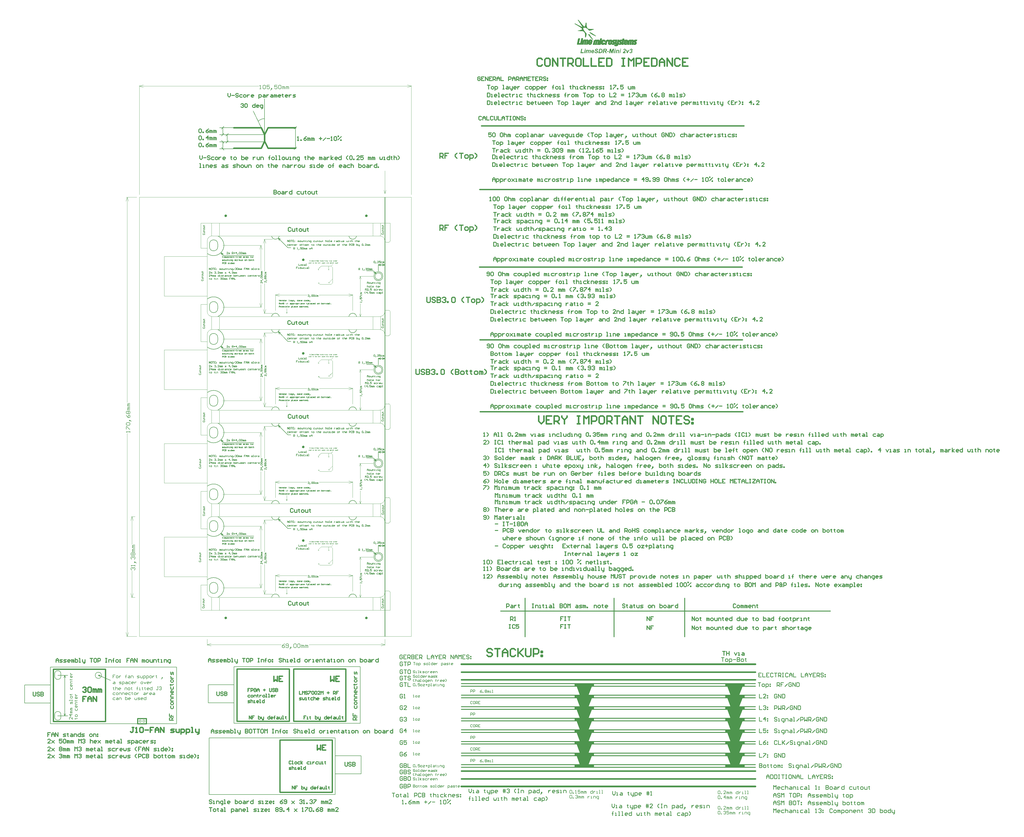
<source format=gm1>
G04*
G04 #@! TF.GenerationSoftware,Altium Limited,Altium Designer,19.1.6 (110)*
G04*
G04 Layer_Color=16711935*
%FSLAX44Y44*%
%MOMM*%
G71*
G01*
G75*
%ADD12C,0.2000*%
%ADD13C,0.3000*%
%ADD53C,0.7000*%
%ADD54C,0.1500*%
%ADD55C,0.1000*%
%ADD56C,0.4000*%
%ADD58C,0.5000*%
%ADD59C,0.2500*%
%ADD60C,0.3500*%
%ADD63C,0.6000*%
%ADD125C,0.2540*%
%ADD128C,0.0254*%
%ADD205C,0.0260*%
%ADD206C,0.1524*%
G36*
X1502000Y-344750D02*
X1426250D01*
Y-335000D01*
X1502000D01*
Y-344750D01*
D02*
G37*
G36*
X1480875Y-380000D02*
X1502000D01*
Y-389750D01*
X1426250D01*
Y-380000D01*
X1447125D01*
X1434000Y-345000D01*
X1494000D01*
X1480875Y-380000D01*
D02*
G37*
G36*
Y-425000D02*
X1502000D01*
Y-434750D01*
X1426250D01*
Y-425000D01*
X1447125D01*
X1434000Y-390000D01*
X1494000D01*
X1480875Y-425000D01*
D02*
G37*
G36*
Y-470000D02*
X1502000D01*
Y-479750D01*
X1426250D01*
Y-470000D01*
X1447125D01*
X1434000Y-435000D01*
X1494000D01*
X1480875Y-470000D01*
D02*
G37*
G36*
Y-515000D02*
X1502000D01*
Y-524750D01*
X1426250D01*
Y-515000D01*
X1447125D01*
X1434000Y-480000D01*
X1494000D01*
X1480875Y-515000D01*
D02*
G37*
G36*
Y-560000D02*
X1502000D01*
Y-569750D01*
X1426250D01*
Y-560000D01*
X1447125D01*
X1434000Y-525000D01*
X1494000D01*
X1480875Y-560000D01*
D02*
G37*
G36*
Y-605000D02*
X1502000D01*
Y-614750D01*
X1426250D01*
Y-605000D01*
X1447125D01*
X1434000Y-570000D01*
X1494000D01*
X1480875Y-605000D01*
D02*
G37*
G36*
X1480875Y-650000D02*
X1502000D01*
Y-659750D01*
X1426250D01*
Y-650000D01*
X1447125D01*
X1434000Y-615000D01*
X1494000D01*
X1480875Y-650000D01*
D02*
G37*
G36*
X2065875Y-650250D02*
X2087000D01*
Y-660000D01*
X2011250D01*
Y-650250D01*
X2032125D01*
X2019000Y-615250D01*
X2079000D01*
X2065875Y-650250D01*
D02*
G37*
G36*
X2065875Y-605250D02*
X2087000D01*
Y-615000D01*
X2011250D01*
Y-605250D01*
X2032125D01*
X2019000Y-570250D01*
X2079000D01*
X2065875Y-605250D01*
D02*
G37*
G36*
Y-560250D02*
X2087000D01*
Y-570000D01*
X2011250D01*
Y-560250D01*
X2032125D01*
X2019000Y-525250D01*
X2079000D01*
X2065875Y-560250D01*
D02*
G37*
G36*
Y-515250D02*
X2087000D01*
Y-525000D01*
X2011250D01*
Y-515250D01*
X2032125D01*
X2019000Y-480250D01*
X2079000D01*
X2065875Y-515250D01*
D02*
G37*
G36*
Y-470250D02*
X2087000D01*
Y-480000D01*
X2011250D01*
Y-470250D01*
X2032125D01*
X2019000Y-435250D01*
X2079000D01*
X2065875Y-470250D01*
D02*
G37*
G36*
Y-425250D02*
X2087000D01*
Y-435000D01*
X2011250D01*
Y-425250D01*
X2032125D01*
X2019000Y-390250D01*
X2079000D01*
X2065875Y-425250D01*
D02*
G37*
G36*
Y-380250D02*
X2087000D01*
Y-390000D01*
X2011250D01*
Y-380250D01*
X2032125D01*
X2019000Y-345250D01*
X2079000D01*
X2065875Y-380250D01*
D02*
G37*
G36*
X2011250Y-335250D02*
Y-345000D01*
X2087000D01*
Y-335250D01*
X2011250D01*
D02*
G37*
G36*
X1606674Y2128929D02*
X1603426D01*
X1604052Y2131863D01*
X1607275D01*
X1606674Y2128929D01*
D02*
G37*
G36*
X1585987D02*
X1582740D01*
X1583366Y2131863D01*
X1586589D01*
X1585987Y2128929D01*
D02*
G37*
G36*
X1469663Y2128929D02*
X1466416D01*
X1467041Y2131863D01*
X1470265D01*
X1469663Y2128929D01*
D02*
G37*
G36*
X1512599Y2132152D02*
X1512840Y2132128D01*
X1513129Y2132104D01*
X1513441Y2132056D01*
X1513778Y2132007D01*
X1514524Y2131839D01*
X1514908Y2131719D01*
X1515269Y2131599D01*
X1515654Y2131430D01*
X1516015Y2131238D01*
X1516352Y2131021D01*
X1516664Y2130781D01*
X1516688Y2130757D01*
X1516736Y2130709D01*
X1516809Y2130636D01*
X1516929Y2130540D01*
X1517049Y2130396D01*
X1517194Y2130228D01*
X1517338Y2130035D01*
X1517482Y2129819D01*
X1517651Y2129554D01*
X1517819Y2129289D01*
X1517963Y2128977D01*
X1518108Y2128664D01*
X1518228Y2128303D01*
X1518324Y2127942D01*
X1518396Y2127534D01*
X1518444Y2127125D01*
X1515173Y2126980D01*
Y2127004D01*
Y2127028D01*
X1515149Y2127173D01*
X1515077Y2127389D01*
X1515005Y2127654D01*
X1514884Y2127942D01*
X1514740Y2128255D01*
X1514548Y2128544D01*
X1514283Y2128808D01*
X1514259Y2128832D01*
X1514139Y2128905D01*
X1513970Y2129025D01*
X1513730Y2129145D01*
X1513441Y2129241D01*
X1513056Y2129362D01*
X1512599Y2129434D01*
X1512094Y2129458D01*
X1511854D01*
X1511613Y2129434D01*
X1511300Y2129386D01*
X1510988Y2129337D01*
X1510651Y2129241D01*
X1510338Y2129121D01*
X1510074Y2128953D01*
X1510050Y2128929D01*
X1509977Y2128856D01*
X1509881Y2128760D01*
X1509785Y2128616D01*
X1509665Y2128423D01*
X1509568Y2128207D01*
X1509496Y2127942D01*
X1509472Y2127678D01*
Y2127654D01*
Y2127558D01*
X1509496Y2127437D01*
X1509545Y2127269D01*
X1509617Y2127077D01*
X1509713Y2126884D01*
X1509833Y2126692D01*
X1510025Y2126499D01*
X1510050Y2126475D01*
X1510146Y2126403D01*
X1510290Y2126307D01*
X1510531Y2126162D01*
X1510699Y2126066D01*
X1510867Y2125970D01*
X1511060Y2125850D01*
X1511300Y2125730D01*
X1511541Y2125609D01*
X1511830Y2125465D01*
X1512142Y2125320D01*
X1512479Y2125176D01*
X1512503Y2125152D01*
X1512599Y2125128D01*
X1512744Y2125056D01*
X1512936Y2124984D01*
X1513177Y2124863D01*
X1513441Y2124743D01*
X1514019Y2124455D01*
X1514644Y2124142D01*
X1515245Y2123805D01*
X1515534Y2123637D01*
X1515774Y2123468D01*
X1515991Y2123300D01*
X1516159Y2123156D01*
X1516183Y2123132D01*
X1516207Y2123108D01*
X1516279Y2123035D01*
X1516352Y2122963D01*
X1516544Y2122699D01*
X1516761Y2122362D01*
X1516977Y2121953D01*
X1517146Y2121448D01*
X1517290Y2120871D01*
X1517314Y2120582D01*
X1517338Y2120245D01*
Y2120221D01*
Y2120149D01*
Y2120029D01*
X1517314Y2119884D01*
X1517290Y2119692D01*
X1517242Y2119451D01*
X1517194Y2119211D01*
X1517121Y2118946D01*
X1517025Y2118658D01*
X1516905Y2118345D01*
X1516761Y2118032D01*
X1516592Y2117720D01*
X1516400Y2117407D01*
X1516159Y2117070D01*
X1515895Y2116781D01*
X1515582Y2116469D01*
X1515558Y2116445D01*
X1515510Y2116397D01*
X1515390Y2116324D01*
X1515269Y2116228D01*
X1515077Y2116108D01*
X1514860Y2115964D01*
X1514620Y2115843D01*
X1514307Y2115699D01*
X1513994Y2115531D01*
X1513634Y2115410D01*
X1513225Y2115266D01*
X1512792Y2115146D01*
X1512335Y2115050D01*
X1511830Y2114977D01*
X1511300Y2114929D01*
X1510723Y2114905D01*
X1510362D01*
X1510170Y2114929D01*
X1509953Y2114953D01*
X1509713D01*
X1509448Y2115002D01*
X1508871Y2115074D01*
X1508246Y2115194D01*
X1507596Y2115362D01*
X1506995Y2115603D01*
X1506971D01*
X1506923Y2115627D01*
X1506850Y2115675D01*
X1506730Y2115747D01*
X1506466Y2115892D01*
X1506129Y2116132D01*
X1505768Y2116397D01*
X1505407Y2116757D01*
X1505070Y2117142D01*
X1504782Y2117599D01*
Y2117623D01*
X1504758Y2117647D01*
X1504734Y2117720D01*
X1504686Y2117840D01*
X1504637Y2117960D01*
X1504589Y2118104D01*
X1504469Y2118465D01*
X1504349Y2118898D01*
X1504253Y2119403D01*
X1504205Y2119957D01*
X1504180Y2120558D01*
X1507452Y2120750D01*
Y2120726D01*
Y2120678D01*
Y2120606D01*
X1507476Y2120510D01*
X1507500Y2120221D01*
X1507548Y2119908D01*
X1507596Y2119548D01*
X1507692Y2119187D01*
X1507813Y2118874D01*
X1507981Y2118634D01*
X1508029Y2118586D01*
X1508125Y2118489D01*
X1508318Y2118369D01*
X1508606Y2118201D01*
X1508775Y2118129D01*
X1508991Y2118032D01*
X1509208Y2117960D01*
X1509472Y2117912D01*
X1509737Y2117840D01*
X1510050Y2117816D01*
X1510386Y2117768D01*
X1511012D01*
X1511156Y2117792D01*
X1511324D01*
X1511685Y2117840D01*
X1512070Y2117912D01*
X1512479Y2118032D01*
X1512864Y2118177D01*
X1513177Y2118369D01*
X1513201Y2118393D01*
X1513297Y2118465D01*
X1513417Y2118609D01*
X1513561Y2118778D01*
X1513706Y2118994D01*
X1513826Y2119235D01*
X1513922Y2119500D01*
X1513946Y2119812D01*
Y2119836D01*
Y2119933D01*
X1513922Y2120077D01*
X1513874Y2120245D01*
X1513802Y2120438D01*
X1513682Y2120654D01*
X1513537Y2120871D01*
X1513321Y2121063D01*
X1513297Y2121087D01*
X1513225Y2121135D01*
X1513080Y2121231D01*
X1512864Y2121352D01*
X1512720Y2121448D01*
X1512551Y2121544D01*
X1512359Y2121640D01*
X1512142Y2121736D01*
X1511878Y2121857D01*
X1511613Y2122001D01*
X1511276Y2122145D01*
X1510940Y2122290D01*
X1510916D01*
X1510843Y2122338D01*
X1510747Y2122362D01*
X1510627Y2122434D01*
X1510459Y2122506D01*
X1510266Y2122578D01*
X1509857Y2122771D01*
X1509400Y2123011D01*
X1508919Y2123228D01*
X1508486Y2123468D01*
X1508270Y2123589D01*
X1508101Y2123685D01*
X1508053Y2123709D01*
X1507957Y2123781D01*
X1507789Y2123925D01*
X1507596Y2124094D01*
X1507380Y2124286D01*
X1507139Y2124551D01*
X1506923Y2124839D01*
X1506706Y2125152D01*
X1506682Y2125200D01*
X1506634Y2125320D01*
X1506538Y2125513D01*
X1506466Y2125753D01*
X1506369Y2126066D01*
X1506273Y2126427D01*
X1506225Y2126836D01*
X1506201Y2127269D01*
Y2127293D01*
Y2127365D01*
Y2127485D01*
X1506225Y2127630D01*
X1506249Y2127798D01*
X1506273Y2128015D01*
X1506321Y2128255D01*
X1506393Y2128496D01*
X1506562Y2129049D01*
X1506706Y2129337D01*
X1506850Y2129650D01*
X1507019Y2129939D01*
X1507211Y2130228D01*
X1507452Y2130516D01*
X1507716Y2130781D01*
X1507740Y2130805D01*
X1507789Y2130853D01*
X1507885Y2130901D01*
X1508005Y2130997D01*
X1508149Y2131093D01*
X1508342Y2131214D01*
X1508582Y2131358D01*
X1508847Y2131478D01*
X1509135Y2131599D01*
X1509448Y2131743D01*
X1509809Y2131863D01*
X1510218Y2131959D01*
X1510651Y2132056D01*
X1511108Y2132128D01*
X1511589Y2132152D01*
X1512118Y2132176D01*
X1512407D01*
X1512599Y2132152D01*
D02*
G37*
G36*
X1596234Y2127534D02*
X1596523Y2127509D01*
X1596860Y2127461D01*
X1597245Y2127341D01*
X1597630Y2127197D01*
X1598014Y2126980D01*
X1598375Y2126692D01*
X1598423Y2126644D01*
X1598519Y2126547D01*
X1598640Y2126355D01*
X1598808Y2126090D01*
X1598976Y2125753D01*
X1599097Y2125369D01*
X1599193Y2124936D01*
X1599241Y2124431D01*
Y2124406D01*
Y2124310D01*
X1599217Y2124142D01*
X1599169Y2123877D01*
X1599121Y2123565D01*
X1599049Y2123132D01*
X1599001Y2122891D01*
X1598952Y2122626D01*
X1598880Y2122338D01*
X1598808Y2122025D01*
X1597341Y2115218D01*
X1594118D01*
X1595585Y2122049D01*
Y2122073D01*
X1595609Y2122121D01*
Y2122194D01*
X1595633Y2122290D01*
X1595681Y2122554D01*
X1595753Y2122843D01*
X1595801Y2123156D01*
X1595849Y2123468D01*
X1595898Y2123709D01*
X1595922Y2123805D01*
Y2123877D01*
Y2123901D01*
Y2123974D01*
X1595898Y2124094D01*
X1595874Y2124238D01*
X1595825Y2124382D01*
X1595753Y2124551D01*
X1595657Y2124719D01*
X1595537Y2124863D01*
X1595513Y2124888D01*
X1595465Y2124912D01*
X1595392Y2124984D01*
X1595272Y2125056D01*
X1595128Y2125104D01*
X1594960Y2125176D01*
X1594743Y2125200D01*
X1594503Y2125224D01*
X1594382D01*
X1594238Y2125200D01*
X1594021Y2125152D01*
X1593781Y2125080D01*
X1593516Y2124960D01*
X1593228Y2124815D01*
X1592891Y2124623D01*
X1592843Y2124599D01*
X1592746Y2124503D01*
X1592578Y2124382D01*
X1592386Y2124190D01*
X1592169Y2123974D01*
X1591929Y2123709D01*
X1591712Y2123396D01*
X1591496Y2123035D01*
X1591472Y2123011D01*
X1591424Y2122891D01*
X1591351Y2122699D01*
X1591303Y2122554D01*
X1591255Y2122410D01*
X1591207Y2122218D01*
X1591135Y2122025D01*
X1591063Y2121785D01*
X1590991Y2121520D01*
X1590918Y2121231D01*
X1590822Y2120895D01*
X1590750Y2120534D01*
X1590654Y2120149D01*
X1589620Y2115218D01*
X1586396D01*
X1588922Y2127293D01*
X1592001D01*
X1591688Y2125705D01*
X1591712D01*
X1591736Y2125753D01*
X1591881Y2125874D01*
X1592121Y2126042D01*
X1592410Y2126259D01*
X1592746Y2126475D01*
X1593107Y2126716D01*
X1593492Y2126932D01*
X1593877Y2127125D01*
X1593925Y2127149D01*
X1594046Y2127197D01*
X1594262Y2127269D01*
X1594527Y2127341D01*
X1594839Y2127413D01*
X1595200Y2127485D01*
X1595585Y2127534D01*
X1595994Y2127558D01*
X1596138D01*
X1596234Y2127534D01*
D02*
G37*
G36*
X1486814Y2127509D02*
X1487126Y2127461D01*
X1487487Y2127365D01*
X1487872Y2127221D01*
X1488233Y2127028D01*
X1488546Y2126764D01*
X1488569Y2126740D01*
X1488666Y2126619D01*
X1488810Y2126451D01*
X1488954Y2126210D01*
X1489099Y2125922D01*
X1489243Y2125585D01*
X1489339Y2125176D01*
X1489363Y2124719D01*
Y2124695D01*
Y2124599D01*
X1489339Y2124431D01*
X1489315Y2124214D01*
X1489291Y2123925D01*
X1489219Y2123541D01*
X1489147Y2123083D01*
X1489027Y2122554D01*
X1487439Y2115218D01*
X1484216D01*
X1485779Y2122554D01*
Y2122578D01*
X1485803Y2122626D01*
Y2122675D01*
X1485827Y2122771D01*
X1485876Y2123011D01*
X1485924Y2123276D01*
X1485972Y2123541D01*
X1486020Y2123805D01*
X1486068Y2123998D01*
Y2124070D01*
Y2124118D01*
Y2124142D01*
Y2124214D01*
X1486044Y2124286D01*
X1486020Y2124406D01*
X1485948Y2124671D01*
X1485851Y2124791D01*
X1485755Y2124912D01*
X1485731Y2124936D01*
X1485707Y2124960D01*
X1485635Y2125008D01*
X1485539Y2125080D01*
X1485419Y2125128D01*
X1485250Y2125176D01*
X1485082Y2125200D01*
X1484865Y2125224D01*
X1484745D01*
X1484649Y2125200D01*
X1484408Y2125152D01*
X1484120Y2125056D01*
X1483783Y2124912D01*
X1483398Y2124671D01*
X1483206Y2124527D01*
X1483013Y2124358D01*
X1482845Y2124166D01*
X1482652Y2123925D01*
X1482628Y2123877D01*
X1482580Y2123829D01*
X1482532Y2123757D01*
X1482484Y2123637D01*
X1482412Y2123517D01*
X1482316Y2123348D01*
X1482243Y2123180D01*
X1482147Y2122963D01*
X1482051Y2122723D01*
X1481955Y2122458D01*
X1481859Y2122169D01*
X1481738Y2121857D01*
X1481642Y2121496D01*
X1481546Y2121111D01*
X1481450Y2120678D01*
X1480295Y2115218D01*
X1477072D01*
X1478587Y2122482D01*
Y2122506D01*
X1478611Y2122530D01*
X1478635Y2122699D01*
X1478683Y2122915D01*
X1478732Y2123156D01*
X1478780Y2123444D01*
X1478804Y2123709D01*
X1478852Y2123949D01*
Y2124118D01*
Y2124142D01*
Y2124190D01*
X1478828Y2124286D01*
X1478804Y2124406D01*
X1478707Y2124647D01*
X1478635Y2124791D01*
X1478515Y2124912D01*
X1478491Y2124936D01*
X1478467Y2124960D01*
X1478395Y2125008D01*
X1478299Y2125080D01*
X1478154Y2125128D01*
X1478010Y2125176D01*
X1477841Y2125200D01*
X1477625Y2125224D01*
X1477529D01*
X1477433Y2125200D01*
X1477288Y2125176D01*
X1477120Y2125152D01*
X1476927Y2125080D01*
X1476735Y2125008D01*
X1476519Y2124888D01*
X1476494Y2124863D01*
X1476422Y2124839D01*
X1476302Y2124767D01*
X1476182Y2124671D01*
X1476013Y2124551D01*
X1475845Y2124382D01*
X1475677Y2124214D01*
X1475508Y2124022D01*
X1475484Y2123998D01*
X1475436Y2123925D01*
X1475364Y2123805D01*
X1475268Y2123637D01*
X1475148Y2123444D01*
X1475027Y2123180D01*
X1474907Y2122915D01*
X1474787Y2122603D01*
Y2122578D01*
X1474763Y2122506D01*
X1474715Y2122386D01*
X1474666Y2122218D01*
X1474618Y2121977D01*
X1474522Y2121640D01*
X1474426Y2121255D01*
X1474378Y2121015D01*
X1474306Y2120750D01*
X1473151Y2115218D01*
X1469928D01*
X1472453Y2127293D01*
X1475508D01*
X1475220Y2125826D01*
X1475244Y2125850D01*
X1475292Y2125898D01*
X1475388Y2125994D01*
X1475532Y2126090D01*
X1475701Y2126235D01*
X1475893Y2126379D01*
X1476110Y2126523D01*
X1476374Y2126692D01*
X1476952Y2127004D01*
X1477577Y2127293D01*
X1477938Y2127389D01*
X1478275Y2127485D01*
X1478659Y2127534D01*
X1479020Y2127558D01*
X1479237D01*
X1479501Y2127534D01*
X1479790Y2127485D01*
X1480127Y2127413D01*
X1480488Y2127317D01*
X1480824Y2127173D01*
X1481113Y2126980D01*
X1481137Y2126956D01*
X1481233Y2126884D01*
X1481353Y2126740D01*
X1481522Y2126571D01*
X1481666Y2126355D01*
X1481835Y2126066D01*
X1481979Y2125778D01*
X1482075Y2125417D01*
X1482099Y2125465D01*
X1482195Y2125561D01*
X1482340Y2125730D01*
X1482532Y2125946D01*
X1482797Y2126187D01*
X1483085Y2126427D01*
X1483446Y2126692D01*
X1483855Y2126932D01*
X1483879D01*
X1483903Y2126956D01*
X1483975Y2126980D01*
X1484072Y2127028D01*
X1484288Y2127125D01*
X1484601Y2127245D01*
X1484962Y2127365D01*
X1485394Y2127461D01*
X1485827Y2127534D01*
X1486308Y2127558D01*
X1486549D01*
X1486814Y2127509D01*
D02*
G37*
G36*
X1576462Y2115218D02*
X1573359D01*
X1576246Y2129025D01*
X1570064Y2115218D01*
X1566817D01*
X1566191Y2129121D01*
X1563569Y2115218D01*
X1560466D01*
X1563930Y2131863D01*
X1568813D01*
X1569342Y2120414D01*
X1574562Y2131863D01*
X1579493D01*
X1576462Y2115218D01*
D02*
G37*
G36*
X1559071Y2119644D02*
X1552745D01*
X1553371Y2122795D01*
X1559697D01*
X1559071Y2119644D01*
D02*
G37*
G36*
X1632459Y2115218D02*
X1629669D01*
X1627264Y2127293D01*
X1630463D01*
X1631281Y2122001D01*
Y2121977D01*
X1631305Y2121905D01*
Y2121809D01*
X1631329Y2121664D01*
X1631353Y2121496D01*
X1631401Y2121279D01*
X1631473Y2120847D01*
X1631545Y2120365D01*
X1631617Y2119908D01*
X1631666Y2119500D01*
X1631690Y2119331D01*
X1631714Y2119187D01*
X1631738Y2119235D01*
X1631786Y2119307D01*
X1631858Y2119427D01*
X1631954Y2119620D01*
X1632099Y2119860D01*
X1632267Y2120197D01*
X1632387Y2120414D01*
X1632507Y2120630D01*
Y2120654D01*
X1632531Y2120678D01*
X1632628Y2120822D01*
X1632748Y2121039D01*
X1632892Y2121304D01*
X1633037Y2121568D01*
X1633181Y2121809D01*
X1633301Y2122025D01*
X1633373Y2122169D01*
X1636380Y2127293D01*
X1639892D01*
X1632459Y2115218D01*
D02*
G37*
G36*
X1647180Y2131935D02*
X1647373Y2131911D01*
X1647589Y2131887D01*
X1648094Y2131791D01*
X1648648Y2131647D01*
X1649225Y2131406D01*
X1649514Y2131262D01*
X1649778Y2131093D01*
X1650043Y2130901D01*
X1650283Y2130661D01*
X1650307Y2130636D01*
X1650331Y2130612D01*
X1650403Y2130540D01*
X1650476Y2130444D01*
X1650572Y2130300D01*
X1650668Y2130155D01*
X1650885Y2129795D01*
X1651101Y2129362D01*
X1651293Y2128832D01*
X1651438Y2128255D01*
X1651462Y2127942D01*
X1651486Y2127606D01*
Y2127582D01*
Y2127558D01*
Y2127485D01*
Y2127389D01*
X1651438Y2127149D01*
X1651390Y2126836D01*
X1651293Y2126451D01*
X1651173Y2126066D01*
X1650981Y2125657D01*
X1650716Y2125248D01*
X1650692Y2125200D01*
X1650572Y2125080D01*
X1650403Y2124888D01*
X1650163Y2124671D01*
X1649874Y2124406D01*
X1649514Y2124142D01*
X1649105Y2123925D01*
X1648624Y2123709D01*
X1648648D01*
X1648672Y2123685D01*
X1648792Y2123613D01*
X1648984Y2123492D01*
X1649225Y2123324D01*
X1649465Y2123108D01*
X1649730Y2122867D01*
X1649971Y2122578D01*
X1650187Y2122266D01*
X1650211Y2122218D01*
X1650259Y2122121D01*
X1650355Y2121929D01*
X1650452Y2121712D01*
X1650524Y2121424D01*
X1650620Y2121111D01*
X1650668Y2120774D01*
X1650692Y2120414D01*
Y2120390D01*
Y2120341D01*
Y2120245D01*
X1650668Y2120101D01*
X1650644Y2119933D01*
X1650620Y2119740D01*
X1650572Y2119524D01*
X1650524Y2119307D01*
X1650379Y2118778D01*
X1650139Y2118201D01*
X1649995Y2117912D01*
X1649802Y2117599D01*
X1649610Y2117311D01*
X1649369Y2117022D01*
X1649345Y2116998D01*
X1649297Y2116926D01*
X1649177Y2116830D01*
X1649057Y2116685D01*
X1648864Y2116541D01*
X1648648Y2116349D01*
X1648407Y2116156D01*
X1648118Y2115964D01*
X1647806Y2115771D01*
X1647469Y2115579D01*
X1647084Y2115386D01*
X1646675Y2115242D01*
X1646242Y2115098D01*
X1645785Y2115002D01*
X1645280Y2114929D01*
X1644775Y2114905D01*
X1644583D01*
X1644414Y2114929D01*
X1644246Y2114953D01*
X1644029Y2114977D01*
X1643789Y2115002D01*
X1643548Y2115050D01*
X1642995Y2115194D01*
X1642418Y2115410D01*
X1642129Y2115555D01*
X1641840Y2115723D01*
X1641552Y2115892D01*
X1641287Y2116108D01*
X1641263Y2116132D01*
X1641239Y2116156D01*
X1641167Y2116228D01*
X1641071Y2116324D01*
X1640950Y2116445D01*
X1640830Y2116613D01*
X1640710Y2116781D01*
X1640565Y2116998D01*
X1640421Y2117214D01*
X1640277Y2117479D01*
X1640132Y2117744D01*
X1640012Y2118056D01*
X1639892Y2118393D01*
X1639772Y2118754D01*
X1639700Y2119115D01*
X1639627Y2119524D01*
X1642754Y2119908D01*
Y2119884D01*
Y2119860D01*
X1642778Y2119788D01*
X1642802Y2119692D01*
X1642851Y2119451D01*
X1642923Y2119163D01*
X1643019Y2118874D01*
X1643139Y2118561D01*
X1643284Y2118273D01*
X1643452Y2118056D01*
X1643476Y2118032D01*
X1643548Y2117984D01*
X1643668Y2117888D01*
X1643813Y2117816D01*
X1644005Y2117720D01*
X1644246Y2117623D01*
X1644510Y2117575D01*
X1644799Y2117551D01*
X1644847D01*
X1644991Y2117575D01*
X1645184Y2117599D01*
X1645448Y2117647D01*
X1645737Y2117744D01*
X1646050Y2117864D01*
X1646362Y2118056D01*
X1646651Y2118297D01*
X1646675Y2118321D01*
X1646771Y2118441D01*
X1646892Y2118586D01*
X1647036Y2118826D01*
X1647156Y2119091D01*
X1647276Y2119427D01*
X1647373Y2119812D01*
X1647397Y2120221D01*
Y2120245D01*
Y2120269D01*
Y2120390D01*
X1647373Y2120582D01*
X1647325Y2120822D01*
X1647253Y2121087D01*
X1647132Y2121352D01*
X1646988Y2121616D01*
X1646795Y2121857D01*
X1646771Y2121881D01*
X1646675Y2121953D01*
X1646555Y2122049D01*
X1646362Y2122169D01*
X1646146Y2122266D01*
X1645857Y2122362D01*
X1645545Y2122434D01*
X1645184Y2122458D01*
X1645040D01*
X1644871Y2122434D01*
X1644679Y2122410D01*
X1645232Y2125104D01*
X1645785D01*
X1646026Y2125128D01*
X1646314Y2125176D01*
X1646627Y2125273D01*
X1646940Y2125369D01*
X1647253Y2125537D01*
X1647541Y2125753D01*
X1647565Y2125778D01*
X1647661Y2125874D01*
X1647758Y2126018D01*
X1647902Y2126235D01*
X1648022Y2126499D01*
X1648142Y2126812D01*
X1648215Y2127173D01*
X1648239Y2127582D01*
Y2127630D01*
Y2127726D01*
X1648215Y2127870D01*
X1648191Y2128063D01*
X1648118Y2128255D01*
X1648046Y2128472D01*
X1647926Y2128688D01*
X1647758Y2128880D01*
X1647733Y2128905D01*
X1647685Y2128953D01*
X1647565Y2129025D01*
X1647445Y2129121D01*
X1647253Y2129217D01*
X1647060Y2129289D01*
X1646819Y2129337D01*
X1646555Y2129362D01*
X1646435D01*
X1646314Y2129337D01*
X1646146Y2129289D01*
X1645954Y2129241D01*
X1645737Y2129145D01*
X1645521Y2129001D01*
X1645304Y2128832D01*
X1645280Y2128808D01*
X1645208Y2128736D01*
X1645112Y2128592D01*
X1644991Y2128423D01*
X1644847Y2128183D01*
X1644703Y2127870D01*
X1644558Y2127509D01*
X1644438Y2127077D01*
X1641456Y2127654D01*
Y2127678D01*
X1641479Y2127726D01*
X1641504Y2127822D01*
X1641552Y2127966D01*
X1641624Y2128111D01*
X1641696Y2128279D01*
X1641864Y2128688D01*
X1642081Y2129145D01*
X1642345Y2129602D01*
X1642658Y2130059D01*
X1643019Y2130468D01*
X1643043Y2130492D01*
X1643091Y2130540D01*
X1643187Y2130612D01*
X1643284Y2130709D01*
X1643452Y2130805D01*
X1643620Y2130949D01*
X1643837Y2131069D01*
X1644077Y2131214D01*
X1644342Y2131358D01*
X1644606Y2131478D01*
X1645256Y2131719D01*
X1645617Y2131815D01*
X1646002Y2131887D01*
X1646387Y2131935D01*
X1646795Y2131959D01*
X1647012D01*
X1647180Y2131935D01*
D02*
G37*
G36*
X1621226D02*
X1621419Y2131911D01*
X1621659Y2131887D01*
X1621900Y2131863D01*
X1622164Y2131791D01*
X1622766Y2131647D01*
X1623367Y2131430D01*
X1623680Y2131286D01*
X1623968Y2131118D01*
X1624233Y2130901D01*
X1624498Y2130685D01*
X1624522Y2130661D01*
X1624546Y2130636D01*
X1624618Y2130564D01*
X1624714Y2130468D01*
X1624810Y2130324D01*
X1624931Y2130179D01*
X1625051Y2130011D01*
X1625171Y2129819D01*
X1625412Y2129362D01*
X1625628Y2128808D01*
X1625797Y2128183D01*
X1625820Y2127846D01*
X1625845Y2127485D01*
Y2127437D01*
Y2127317D01*
X1625820Y2127125D01*
X1625797Y2126860D01*
X1625748Y2126571D01*
X1625676Y2126235D01*
X1625580Y2125874D01*
X1625436Y2125489D01*
X1625412Y2125441D01*
X1625363Y2125321D01*
X1625267Y2125128D01*
X1625123Y2124863D01*
X1624931Y2124551D01*
X1624690Y2124190D01*
X1624425Y2123805D01*
X1624089Y2123396D01*
X1624065Y2123372D01*
X1623968Y2123252D01*
X1623800Y2123084D01*
X1623560Y2122843D01*
X1623247Y2122530D01*
X1622862Y2122146D01*
X1622405Y2121712D01*
X1621876Y2121207D01*
X1621852Y2121183D01*
X1621803Y2121135D01*
X1621731Y2121087D01*
X1621635Y2120991D01*
X1621371Y2120750D01*
X1621058Y2120438D01*
X1620721Y2120125D01*
X1620384Y2119812D01*
X1620096Y2119524D01*
X1619855Y2119283D01*
X1619831Y2119259D01*
X1619783Y2119187D01*
X1619687Y2119091D01*
X1619566Y2118970D01*
X1619422Y2118802D01*
X1619278Y2118610D01*
X1618941Y2118201D01*
X1624714D01*
X1624089Y2115218D01*
X1613986D01*
Y2115242D01*
Y2115266D01*
X1614010Y2115338D01*
Y2115435D01*
X1614058Y2115675D01*
X1614130Y2115964D01*
X1614227Y2116324D01*
X1614347Y2116709D01*
X1614491Y2117142D01*
X1614684Y2117551D01*
Y2117575D01*
X1614708Y2117599D01*
X1614780Y2117744D01*
X1614900Y2117960D01*
X1615069Y2118225D01*
X1615285Y2118537D01*
X1615526Y2118874D01*
X1615790Y2119235D01*
X1616079Y2119596D01*
X1616127Y2119644D01*
X1616247Y2119788D01*
X1616343Y2119884D01*
X1616464Y2120005D01*
X1616608Y2120173D01*
X1616776Y2120341D01*
X1616969Y2120558D01*
X1617209Y2120774D01*
X1617450Y2121039D01*
X1617738Y2121304D01*
X1618051Y2121616D01*
X1618388Y2121953D01*
X1618749Y2122314D01*
X1619158Y2122699D01*
X1619182Y2122723D01*
X1619230Y2122771D01*
X1619326Y2122843D01*
X1619422Y2122963D01*
X1619711Y2123228D01*
X1620048Y2123565D01*
X1620408Y2123925D01*
X1620769Y2124262D01*
X1621058Y2124575D01*
X1621178Y2124695D01*
X1621274Y2124791D01*
X1621298Y2124839D01*
X1621395Y2124936D01*
X1621539Y2125104D01*
X1621707Y2125321D01*
X1621900Y2125561D01*
X1622068Y2125826D01*
X1622236Y2126090D01*
X1622357Y2126331D01*
X1622381Y2126355D01*
X1622405Y2126451D01*
X1622453Y2126571D01*
X1622525Y2126716D01*
X1622573Y2126908D01*
X1622621Y2127101D01*
X1622645Y2127317D01*
X1622670Y2127509D01*
Y2127558D01*
Y2127654D01*
X1622645Y2127798D01*
X1622597Y2127991D01*
X1622549Y2128207D01*
X1622453Y2128448D01*
X1622333Y2128664D01*
X1622164Y2128880D01*
X1622140Y2128905D01*
X1622068Y2128953D01*
X1621972Y2129049D01*
X1621828Y2129145D01*
X1621635Y2129241D01*
X1621419Y2129337D01*
X1621178Y2129386D01*
X1620914Y2129410D01*
X1620793D01*
X1620649Y2129386D01*
X1620457Y2129337D01*
X1620240Y2129265D01*
X1620024Y2129145D01*
X1619783Y2129001D01*
X1619566Y2128808D01*
X1619543Y2128784D01*
X1619470Y2128688D01*
X1619374Y2128544D01*
X1619254Y2128327D01*
X1619109Y2128039D01*
X1618965Y2127678D01*
X1618821Y2127245D01*
X1618701Y2126716D01*
X1615526Y2127173D01*
Y2127197D01*
X1615550Y2127269D01*
X1615574Y2127389D01*
X1615598Y2127558D01*
X1615670Y2127750D01*
X1615718Y2127966D01*
X1615790Y2128207D01*
X1615886Y2128472D01*
X1616127Y2129049D01*
X1616440Y2129650D01*
X1616824Y2130204D01*
X1617065Y2130468D01*
X1617305Y2130709D01*
X1617330Y2130733D01*
X1617378Y2130757D01*
X1617450Y2130829D01*
X1617570Y2130901D01*
X1617690Y2130997D01*
X1617859Y2131093D01*
X1618051Y2131214D01*
X1618292Y2131334D01*
X1618532Y2131454D01*
X1618797Y2131575D01*
X1619398Y2131767D01*
X1620072Y2131911D01*
X1620457Y2131935D01*
X1620841Y2131959D01*
X1621058D01*
X1621226Y2131935D01*
D02*
G37*
G36*
X1603787Y2115218D02*
X1600564D01*
X1603090Y2127293D01*
X1606337D01*
X1603787Y2115218D01*
D02*
G37*
G36*
X1583101D02*
X1579878D01*
X1582403Y2127293D01*
X1585651D01*
X1583101Y2115218D01*
D02*
G37*
G36*
X1547549Y2131839D02*
X1547982Y2131815D01*
X1548463Y2131767D01*
X1548945Y2131695D01*
X1549426Y2131599D01*
X1549859Y2131454D01*
X1549883D01*
X1549907Y2131430D01*
X1550027Y2131382D01*
X1550219Y2131286D01*
X1550460Y2131142D01*
X1550749Y2130925D01*
X1551037Y2130685D01*
X1551302Y2130372D01*
X1551566Y2130011D01*
X1551591Y2129963D01*
X1551663Y2129819D01*
X1551783Y2129602D01*
X1551903Y2129314D01*
X1552023Y2128953D01*
X1552144Y2128520D01*
X1552216Y2128015D01*
X1552240Y2127485D01*
Y2127461D01*
Y2127389D01*
Y2127293D01*
X1552216Y2127125D01*
X1552192Y2126956D01*
X1552168Y2126740D01*
X1552144Y2126499D01*
X1552072Y2126259D01*
X1551927Y2125705D01*
X1551711Y2125104D01*
X1551566Y2124815D01*
X1551398Y2124527D01*
X1551182Y2124238D01*
X1550965Y2123974D01*
X1550941Y2123949D01*
X1550917Y2123925D01*
X1550821Y2123853D01*
X1550725Y2123757D01*
X1550580Y2123637D01*
X1550436Y2123517D01*
X1550244Y2123396D01*
X1550003Y2123252D01*
X1549762Y2123108D01*
X1549474Y2122963D01*
X1549161Y2122819D01*
X1548800Y2122675D01*
X1548439Y2122554D01*
X1548031Y2122458D01*
X1547574Y2122362D01*
X1547117Y2122290D01*
X1547141Y2122266D01*
X1547237Y2122194D01*
X1547357Y2122049D01*
X1547525Y2121881D01*
X1547694Y2121640D01*
X1547910Y2121376D01*
X1548127Y2121063D01*
X1548343Y2120726D01*
X1548367Y2120702D01*
X1548391Y2120630D01*
X1548463Y2120534D01*
X1548536Y2120365D01*
X1548656Y2120173D01*
X1548776Y2119933D01*
X1548920Y2119644D01*
X1549089Y2119307D01*
X1549281Y2118946D01*
X1549474Y2118537D01*
X1549690Y2118080D01*
X1549907Y2117575D01*
X1550147Y2117046D01*
X1550388Y2116469D01*
X1550652Y2115867D01*
X1550917Y2115218D01*
X1547237D01*
Y2115242D01*
X1547213Y2115290D01*
X1547189Y2115362D01*
X1547141Y2115483D01*
X1547092Y2115627D01*
X1547020Y2115819D01*
X1546948Y2116036D01*
X1546852Y2116300D01*
X1546732Y2116589D01*
X1546611Y2116902D01*
X1546467Y2117263D01*
X1546299Y2117647D01*
X1546130Y2118080D01*
X1545938Y2118561D01*
X1545721Y2119067D01*
X1545481Y2119596D01*
Y2119620D01*
X1545457Y2119668D01*
X1545409Y2119740D01*
X1545361Y2119860D01*
X1545216Y2120125D01*
X1545024Y2120462D01*
X1544807Y2120822D01*
X1544567Y2121183D01*
X1544278Y2121520D01*
X1544134Y2121640D01*
X1543990Y2121761D01*
X1543965Y2121785D01*
X1543893Y2121809D01*
X1543773Y2121857D01*
X1543605Y2121929D01*
X1543364Y2122001D01*
X1543076Y2122049D01*
X1542715Y2122073D01*
X1542282Y2122097D01*
X1540887D01*
X1539443Y2115218D01*
X1536052D01*
X1539539Y2131863D01*
X1547381D01*
X1547549Y2131839D01*
D02*
G37*
G36*
X1528595D02*
X1529004D01*
X1529341Y2131815D01*
X1529461D01*
X1529581Y2131791D01*
X1529629D01*
X1529750Y2131767D01*
X1529942Y2131743D01*
X1530207Y2131695D01*
X1530495Y2131647D01*
X1530808Y2131575D01*
X1531433Y2131358D01*
X1531481Y2131334D01*
X1531578Y2131310D01*
X1531722Y2131238D01*
X1531938Y2131142D01*
X1532155Y2130997D01*
X1532420Y2130853D01*
X1532660Y2130685D01*
X1532925Y2130468D01*
X1532949Y2130444D01*
X1533045Y2130372D01*
X1533165Y2130252D01*
X1533334Y2130083D01*
X1533502Y2129891D01*
X1533694Y2129650D01*
X1533887Y2129386D01*
X1534079Y2129097D01*
X1534103Y2129073D01*
X1534151Y2128953D01*
X1534248Y2128784D01*
X1534344Y2128568D01*
X1534464Y2128303D01*
X1534608Y2127991D01*
X1534729Y2127630D01*
X1534825Y2127245D01*
X1534849Y2127197D01*
X1534873Y2127052D01*
X1534921Y2126836D01*
X1534969Y2126571D01*
X1535017Y2126235D01*
X1535042Y2125826D01*
X1535090Y2125417D01*
Y2124960D01*
Y2124936D01*
Y2124839D01*
Y2124695D01*
X1535065Y2124503D01*
Y2124262D01*
X1535042Y2123998D01*
X1534993Y2123685D01*
X1534969Y2123348D01*
X1534897Y2122987D01*
X1534849Y2122603D01*
X1534657Y2121809D01*
X1534392Y2120991D01*
X1534248Y2120582D01*
X1534055Y2120173D01*
Y2120149D01*
X1534007Y2120077D01*
X1533959Y2119981D01*
X1533863Y2119836D01*
X1533767Y2119644D01*
X1533646Y2119451D01*
X1533334Y2118970D01*
X1532973Y2118441D01*
X1532516Y2117888D01*
X1532011Y2117359D01*
X1531458Y2116854D01*
X1531433D01*
X1531409Y2116806D01*
X1531337Y2116757D01*
X1531241Y2116709D01*
X1531121Y2116613D01*
X1530976Y2116541D01*
X1530616Y2116324D01*
X1530183Y2116108D01*
X1529653Y2115867D01*
X1529052Y2115651D01*
X1528379Y2115459D01*
X1528331D01*
X1528258Y2115435D01*
X1528186Y2115410D01*
X1528066D01*
X1527922Y2115386D01*
X1527753Y2115362D01*
X1527561Y2115338D01*
X1527344Y2115314D01*
X1527104Y2115290D01*
X1526839Y2115266D01*
X1526526D01*
X1526214Y2115242D01*
X1525853Y2115218D01*
X1519214Y2115218D01*
X1522702Y2131863D01*
X1528186D01*
X1528595Y2131839D01*
D02*
G37*
G36*
X1466777Y2115218D02*
X1463554D01*
X1466079Y2127293D01*
X1469326D01*
X1466777Y2115218D01*
D02*
G37*
G36*
X1453427Y2118008D02*
X1461942D01*
X1461365Y2115218D01*
X1449434D01*
X1452922Y2131863D01*
X1456337D01*
X1453427Y2118008D01*
D02*
G37*
G36*
X1498191Y2127534D02*
X1498383Y2127509D01*
X1498600Y2127485D01*
X1498840Y2127437D01*
X1499105Y2127389D01*
X1499682Y2127221D01*
X1499971Y2127125D01*
X1500260Y2126980D01*
X1500548Y2126812D01*
X1500837Y2126644D01*
X1501102Y2126427D01*
X1501366Y2126187D01*
X1501390Y2126162D01*
X1501414Y2126114D01*
X1501486Y2126042D01*
X1501583Y2125946D01*
X1501679Y2125802D01*
X1501775Y2125633D01*
X1501895Y2125417D01*
X1502040Y2125200D01*
X1502160Y2124936D01*
X1502280Y2124647D01*
X1502376Y2124334D01*
X1502473Y2123974D01*
X1502569Y2123613D01*
X1502641Y2123204D01*
X1502665Y2122795D01*
X1502689Y2122338D01*
Y2122314D01*
Y2122290D01*
Y2122145D01*
Y2121905D01*
X1502665Y2121640D01*
X1502641Y2121304D01*
X1502593Y2120943D01*
X1502449Y2120221D01*
X1494270D01*
Y2120197D01*
Y2120101D01*
X1494246Y2120005D01*
Y2119908D01*
Y2119884D01*
Y2119860D01*
Y2119716D01*
X1494294Y2119500D01*
X1494342Y2119211D01*
X1494415Y2118898D01*
X1494535Y2118586D01*
X1494703Y2118249D01*
X1494920Y2117960D01*
X1494944Y2117936D01*
X1495040Y2117840D01*
X1495184Y2117744D01*
X1495401Y2117599D01*
X1495641Y2117479D01*
X1495930Y2117359D01*
X1496267Y2117263D01*
X1496628Y2117238D01*
X1496796D01*
X1496892Y2117263D01*
X1497036Y2117287D01*
X1497205Y2117335D01*
X1497566Y2117455D01*
X1497758Y2117527D01*
X1497975Y2117647D01*
X1498191Y2117792D01*
X1498383Y2117960D01*
X1498600Y2118152D01*
X1498817Y2118369D01*
X1499009Y2118634D01*
X1499177Y2118922D01*
X1502088Y2118441D01*
Y2118417D01*
X1502040Y2118369D01*
X1501992Y2118273D01*
X1501919Y2118152D01*
X1501847Y2118008D01*
X1501727Y2117840D01*
X1501486Y2117431D01*
X1501150Y2116998D01*
X1500741Y2116565D01*
X1500284Y2116132D01*
X1499779Y2115771D01*
X1499755D01*
X1499706Y2115723D01*
X1499634Y2115699D01*
X1499538Y2115627D01*
X1499394Y2115579D01*
X1499249Y2115507D01*
X1498840Y2115338D01*
X1498383Y2115170D01*
X1497830Y2115050D01*
X1497253Y2114953D01*
X1496604Y2114905D01*
X1496363D01*
X1496195Y2114929D01*
X1495978Y2114953D01*
X1495738Y2114977D01*
X1495473Y2115025D01*
X1495184Y2115098D01*
X1494559Y2115290D01*
X1494222Y2115410D01*
X1493885Y2115555D01*
X1493573Y2115723D01*
X1493236Y2115940D01*
X1492923Y2116180D01*
X1492635Y2116445D01*
X1492611Y2116469D01*
X1492563Y2116517D01*
X1492490Y2116613D01*
X1492394Y2116733D01*
X1492274Y2116878D01*
X1492154Y2117070D01*
X1492009Y2117287D01*
X1491889Y2117527D01*
X1491745Y2117816D01*
X1491600Y2118104D01*
X1491480Y2118441D01*
X1491360Y2118802D01*
X1491264Y2119187D01*
X1491191Y2119620D01*
X1491143Y2120053D01*
X1491119Y2120510D01*
Y2120534D01*
Y2120630D01*
Y2120750D01*
X1491143Y2120919D01*
X1491167Y2121135D01*
X1491191Y2121400D01*
X1491239Y2121688D01*
X1491288Y2122001D01*
X1491456Y2122675D01*
X1491576Y2123035D01*
X1491696Y2123420D01*
X1491865Y2123805D01*
X1492033Y2124190D01*
X1492250Y2124575D01*
X1492490Y2124936D01*
X1492514Y2124960D01*
X1492587Y2125056D01*
X1492683Y2125176D01*
X1492827Y2125345D01*
X1493044Y2125537D01*
X1493260Y2125778D01*
X1493549Y2125994D01*
X1493861Y2126259D01*
X1494222Y2126499D01*
X1494631Y2126740D01*
X1495064Y2126956D01*
X1495545Y2127149D01*
X1496050Y2127317D01*
X1496604Y2127437D01*
X1497205Y2127534D01*
X1497830Y2127558D01*
X1498047D01*
X1498191Y2127534D01*
D02*
G37*
%LPC*%
G36*
X1546635Y2129073D02*
X1542354D01*
X1541416Y2124599D01*
X1543917D01*
X1544158Y2124623D01*
X1544735Y2124647D01*
X1545336Y2124671D01*
X1545938Y2124743D01*
X1546202Y2124767D01*
X1546467Y2124815D01*
X1546684Y2124863D01*
X1546876Y2124912D01*
X1546924Y2124936D01*
X1547020Y2124984D01*
X1547189Y2125056D01*
X1547405Y2125176D01*
X1547622Y2125321D01*
X1547862Y2125489D01*
X1548079Y2125705D01*
X1548295Y2125946D01*
X1548319Y2125970D01*
X1548367Y2126066D01*
X1548463Y2126211D01*
X1548560Y2126403D01*
X1548656Y2126620D01*
X1548752Y2126860D01*
X1548800Y2127149D01*
X1548824Y2127437D01*
Y2127485D01*
Y2127582D01*
X1548776Y2127750D01*
X1548728Y2127942D01*
X1548632Y2128159D01*
X1548512Y2128375D01*
X1548319Y2128592D01*
X1548079Y2128784D01*
X1548055Y2128808D01*
X1547982Y2128832D01*
X1547862Y2128880D01*
X1547670Y2128929D01*
X1547405Y2128977D01*
X1547044Y2129025D01*
X1546635Y2129073D01*
D02*
G37*
G36*
X1528066Y2129121D02*
X1525540D01*
X1523183Y2117888D01*
X1525372D01*
X1525564Y2117912D01*
X1525973D01*
X1526430Y2117936D01*
X1526863Y2117984D01*
X1527296Y2118032D01*
X1527489Y2118056D01*
X1527657Y2118104D01*
X1527705Y2118129D01*
X1527801Y2118152D01*
X1527970Y2118225D01*
X1528186Y2118297D01*
X1528427Y2118417D01*
X1528691Y2118561D01*
X1528956Y2118754D01*
X1529220Y2118970D01*
X1529245D01*
X1529269Y2119019D01*
X1529389Y2119139D01*
X1529581Y2119355D01*
X1529822Y2119620D01*
X1530110Y2119981D01*
X1530399Y2120414D01*
X1530688Y2120895D01*
X1530952Y2121424D01*
Y2121448D01*
X1530976Y2121496D01*
X1531024Y2121592D01*
X1531073Y2121688D01*
X1531121Y2121857D01*
X1531169Y2122025D01*
X1531241Y2122218D01*
X1531313Y2122458D01*
X1531361Y2122699D01*
X1531433Y2122987D01*
X1531554Y2123613D01*
X1531626Y2124310D01*
X1531650Y2125056D01*
Y2125080D01*
Y2125128D01*
Y2125224D01*
Y2125345D01*
X1531626Y2125489D01*
Y2125657D01*
X1531578Y2126066D01*
X1531506Y2126499D01*
X1531409Y2126932D01*
X1531265Y2127365D01*
X1531073Y2127726D01*
X1531049Y2127774D01*
X1530976Y2127870D01*
X1530856Y2128015D01*
X1530688Y2128207D01*
X1530471Y2128400D01*
X1530231Y2128592D01*
X1529942Y2128760D01*
X1529629Y2128905D01*
X1529605D01*
X1529509Y2128929D01*
X1529365Y2128977D01*
X1529148Y2129025D01*
X1528860Y2129049D01*
X1528499Y2129097D01*
X1528066Y2129121D01*
D02*
G37*
G36*
X1497493Y2125224D02*
X1497325D01*
X1497133Y2125176D01*
X1496892Y2125128D01*
X1496604Y2125032D01*
X1496291Y2124912D01*
X1495978Y2124719D01*
X1495665Y2124455D01*
X1495641Y2124431D01*
X1495545Y2124310D01*
X1495401Y2124142D01*
X1495232Y2123877D01*
X1495064Y2123565D01*
X1494872Y2123180D01*
X1494703Y2122747D01*
X1494583Y2122218D01*
X1499706D01*
Y2122242D01*
Y2122338D01*
Y2122434D01*
Y2122530D01*
Y2122554D01*
Y2122578D01*
Y2122651D01*
Y2122747D01*
X1499682Y2122987D01*
X1499634Y2123300D01*
X1499562Y2123613D01*
X1499442Y2123949D01*
X1499297Y2124262D01*
X1499105Y2124551D01*
X1499081Y2124575D01*
X1498985Y2124647D01*
X1498865Y2124767D01*
X1498672Y2124888D01*
X1498456Y2125008D01*
X1498167Y2125128D01*
X1497854Y2125200D01*
X1497493Y2125224D01*
D02*
G37*
%LPD*%
D12*
X-422500Y-315042D02*
G03*
X-422500Y-290958I0J12042D01*
G01*
D02*
G03*
X-422500Y-315042I0J-12042D01*
G01*
X-241757Y-481000D02*
G03*
X-241757Y-481000I-4243J0D01*
G01*
X-255757D02*
G03*
X-255757Y-481000I-4243J0D01*
G01*
X-567958Y-455500D02*
G03*
X-592042Y-455500I-12042J0D01*
G01*
X-592042Y-465500D02*
G03*
X-567958Y-465500I12042J0D01*
G01*
Y-297000D02*
G03*
X-592042Y-297000I-12042J0D01*
G01*
X-592042Y-307000D02*
G03*
X-567958Y-307000I12042J0D01*
G01*
X222750Y1860500D02*
G03*
X197969Y1850235I0J-35046D01*
G01*
X-422500Y-302500D02*
X-375000Y-322500D01*
X-422500Y-302500D02*
X-415000D01*
X-422500Y-303000D02*
X-417500Y-307500D01*
X-556000Y-452000D02*
X-553000Y-461000D01*
X-550000Y-452000D01*
X-553000Y-303000D02*
X-550000Y-312000D01*
X-556000D02*
X-553000Y-303000D01*
Y-461000D02*
Y-303000D01*
X-581000Y-461000D02*
X-541000D01*
X-580000Y-303000D02*
X-541000D01*
X-592042Y-465500D02*
Y-455500D01*
X-592042Y-455500D01*
X-567958Y-465500D02*
Y-455500D01*
X-567958Y-455500D01*
X-567958Y-307000D02*
X-567958Y-307000D01*
X-567958Y-307000D02*
Y-297000D01*
X-592042Y-307000D02*
X-592042Y-307000D01*
X-592042Y-307000D02*
Y-297000D01*
X-608750Y-490750D02*
Y-270750D01*
Y-490750D02*
X-118750D01*
Y-270750D01*
X-608750D02*
X-118750D01*
X-708750Y-340750D02*
X-608750D01*
X-708750Y-410750D02*
Y-340750D01*
Y-410750D02*
X-608750D01*
X497250Y-766000D02*
Y-546000D01*
X7250Y-766000D02*
X497250D01*
X7250D02*
Y-546000D01*
X497250D01*
Y-616000D02*
X597250D01*
Y-686000D02*
Y-616000D01*
X497250Y-686000D02*
X597250D01*
X4250Y-409750D02*
X104250D01*
X4250D02*
Y-339750D01*
X104250D01*
Y-269750D02*
X594250D01*
Y-489750D02*
Y-269750D01*
X104250Y-489750D02*
X594250D01*
X104250D02*
Y-269750D01*
X178613Y1890894D02*
X209764Y1825000D01*
X48000Y1798000D02*
X223000D01*
X48000Y1825500D02*
X103000D01*
X60500Y1798000D02*
Y1825500D01*
X55500Y1820500D02*
X65500Y1830500D01*
X55500Y1793000D02*
X65500Y1803000D01*
X55500Y1775500D02*
X65500Y1765500D01*
X55500Y1748000D02*
X65500Y1738000D01*
X60500Y1743000D02*
Y1770500D01*
X48000Y1743000D02*
X103000D01*
X48000Y1770500D02*
X223000D01*
X73000Y1765500D02*
X83000Y1775500D01*
X73000Y1793000D02*
X83000Y1803000D01*
X78000Y1770500D02*
Y1798000D01*
X338000Y1740500D02*
X348000Y1750500D01*
X338000Y1820500D02*
X348000Y1830500D01*
X343000Y1745500D02*
Y1825500D01*
X223000Y1798000D02*
Y1938000D01*
X-357503Y-301225D02*
X-365500D01*
Y-307223D01*
X-361501D01*
X-365500D01*
Y-313221D01*
X-351505D02*
X-347506D01*
X-345507Y-311222D01*
Y-307223D01*
X-347506Y-305224D01*
X-351505D01*
X-353504Y-307223D01*
Y-311222D01*
X-351505Y-313221D01*
X-341508Y-305224D02*
Y-313221D01*
Y-309223D01*
X-339508Y-307223D01*
X-337509Y-305224D01*
X-335510D01*
X-315516Y-313221D02*
Y-303225D01*
Y-307223D01*
X-317516D01*
X-313517D01*
X-315516D01*
Y-303225D01*
X-313517Y-301225D01*
X-305519Y-305224D02*
X-301521D01*
X-299521Y-307223D01*
Y-313221D01*
X-305519D01*
X-307519Y-311222D01*
X-305519Y-309223D01*
X-299521D01*
X-295523Y-313221D02*
Y-305224D01*
X-289525D01*
X-287525Y-307223D01*
Y-313221D01*
X-271530D02*
X-265532D01*
X-263533Y-311222D01*
X-265532Y-309223D01*
X-269531D01*
X-271530Y-307223D01*
X-269531Y-305224D01*
X-263533D01*
X-259534D02*
Y-311222D01*
X-257535Y-313221D01*
X-251537D01*
Y-305224D01*
X-247538Y-317220D02*
Y-305224D01*
X-241540D01*
X-239541Y-307223D01*
Y-311222D01*
X-241540Y-313221D01*
X-247538D01*
X-235542Y-317220D02*
Y-305224D01*
X-229544D01*
X-227545Y-307223D01*
Y-311222D01*
X-229544Y-313221D01*
X-235542D01*
X-221547D02*
X-217548D01*
X-215548Y-311222D01*
Y-307223D01*
X-217548Y-305224D01*
X-221547D01*
X-223546Y-307223D01*
Y-311222D01*
X-221547Y-313221D01*
X-211550Y-305224D02*
Y-313221D01*
Y-309223D01*
X-209550Y-307223D01*
X-207551Y-305224D01*
X-205552D01*
X-197554Y-303225D02*
Y-305224D01*
X-199554D01*
X-195555D01*
X-197554D01*
Y-311222D01*
X-195555Y-313221D01*
X-175562Y-315221D02*
X-173562Y-313221D01*
Y-311222D01*
X-175562D01*
Y-313221D01*
X-173562D01*
X-175562Y-315221D01*
X-177561Y-317220D01*
X-363501Y-328418D02*
X-359502D01*
X-357503Y-330417D01*
Y-336415D01*
X-363501D01*
X-365500Y-334416D01*
X-363501Y-332417D01*
X-357503D01*
X-341508Y-336415D02*
X-335510D01*
X-333510Y-334416D01*
X-335510Y-332417D01*
X-339508D01*
X-341508Y-330417D01*
X-339508Y-328418D01*
X-333510D01*
X-329512Y-340414D02*
Y-328418D01*
X-323514D01*
X-321514Y-330417D01*
Y-334416D01*
X-323514Y-336415D01*
X-329512D01*
X-315516Y-328418D02*
X-311518D01*
X-309518Y-330417D01*
Y-336415D01*
X-315516D01*
X-317516Y-334416D01*
X-315516Y-332417D01*
X-309518D01*
X-297522Y-328418D02*
X-303520D01*
X-305519Y-330417D01*
Y-334416D01*
X-303520Y-336415D01*
X-297522D01*
X-287525D02*
X-291524D01*
X-293523Y-334416D01*
Y-330417D01*
X-291524Y-328418D01*
X-287525D01*
X-285526Y-330417D01*
Y-332417D01*
X-293523D01*
X-281527Y-328418D02*
Y-336415D01*
Y-332417D01*
X-279528Y-330417D01*
X-277528Y-328418D01*
X-275529D01*
X-255536Y-336415D02*
X-251537D01*
X-249538Y-334416D01*
Y-330417D01*
X-251537Y-328418D01*
X-255536D01*
X-257535Y-330417D01*
Y-334416D01*
X-255536Y-336415D01*
X-245539Y-328418D02*
X-241540Y-336415D01*
X-237541Y-328418D01*
X-227545Y-336415D02*
X-231543D01*
X-233543Y-334416D01*
Y-330417D01*
X-231543Y-328418D01*
X-227545D01*
X-225545Y-330417D01*
Y-332417D01*
X-233543D01*
X-221547Y-328418D02*
Y-336415D01*
Y-332417D01*
X-219547Y-330417D01*
X-217548Y-328418D01*
X-215549D01*
X-363501Y-349613D02*
Y-351612D01*
X-365500D01*
X-361501D01*
X-363501D01*
Y-357610D01*
X-361501Y-359609D01*
X-355503Y-347613D02*
Y-359609D01*
Y-353611D01*
X-353504Y-351612D01*
X-349505D01*
X-347506Y-353611D01*
Y-359609D01*
X-337509D02*
X-341508D01*
X-343507Y-357610D01*
Y-353611D01*
X-341508Y-351612D01*
X-337509D01*
X-335510Y-353611D01*
Y-355611D01*
X-343507D01*
X-319515Y-359609D02*
Y-351612D01*
X-313517D01*
X-311518Y-353611D01*
Y-359609D01*
X-305519D02*
X-301521D01*
X-299521Y-357610D01*
Y-353611D01*
X-301521Y-351612D01*
X-305519D01*
X-307519Y-353611D01*
Y-357610D01*
X-305519Y-359609D01*
X-293523Y-349613D02*
Y-351612D01*
X-295523D01*
X-291524D01*
X-293523D01*
Y-357610D01*
X-291524Y-359609D01*
X-271530D02*
Y-349613D01*
Y-353611D01*
X-273530D01*
X-269531D01*
X-271530D01*
Y-349613D01*
X-269531Y-347613D01*
X-263533Y-359609D02*
X-259534D01*
X-261534D01*
Y-351612D01*
X-263533D01*
X-251537Y-349613D02*
Y-351612D01*
X-253536D01*
X-249538D01*
X-251537D01*
Y-357610D01*
X-249538Y-359609D01*
X-241540Y-349613D02*
Y-351612D01*
X-243539D01*
X-239541D01*
X-241540D01*
Y-357610D01*
X-239541Y-359609D01*
X-227545D02*
X-231543D01*
X-233543Y-357610D01*
Y-353611D01*
X-231543Y-351612D01*
X-227545D01*
X-225545Y-353611D01*
Y-355611D01*
X-233543D01*
X-213549Y-347613D02*
Y-359609D01*
X-219547D01*
X-221546Y-357610D01*
Y-353611D01*
X-219547Y-351612D01*
X-213549D01*
X-189557Y-347613D02*
X-193556D01*
X-191556D01*
Y-357610D01*
X-193556Y-359609D01*
X-195555D01*
X-197554Y-357610D01*
X-185558Y-349613D02*
X-183559Y-347613D01*
X-179560D01*
X-177561Y-349613D01*
Y-351612D01*
X-179560Y-353611D01*
X-181560D01*
X-179560D01*
X-177561Y-355611D01*
Y-357610D01*
X-179560Y-359609D01*
X-183559D01*
X-185558Y-357610D01*
X-357503Y-370807D02*
X-363501D01*
X-365500Y-372807D01*
Y-376805D01*
X-363501Y-378805D01*
X-357503D01*
X-351505D02*
X-347506D01*
X-345507Y-376805D01*
Y-372807D01*
X-347506Y-370807D01*
X-351505D01*
X-353504Y-372807D01*
Y-376805D01*
X-351505Y-378805D01*
X-341508D02*
Y-370807D01*
X-335510D01*
X-333510Y-372807D01*
Y-378805D01*
X-329512D02*
Y-370807D01*
X-323514D01*
X-321514Y-372807D01*
Y-378805D01*
X-311518D02*
X-315516D01*
X-317516Y-376805D01*
Y-372807D01*
X-315516Y-370807D01*
X-311518D01*
X-309518Y-372807D01*
Y-374806D01*
X-317516D01*
X-297522Y-370807D02*
X-303520D01*
X-305519Y-372807D01*
Y-376805D01*
X-303520Y-378805D01*
X-297522D01*
X-291524Y-368808D02*
Y-370807D01*
X-293523D01*
X-289525D01*
X-291524D01*
Y-376805D01*
X-289525Y-378805D01*
X-281527D02*
X-277528D01*
X-275529Y-376805D01*
Y-372807D01*
X-277528Y-370807D01*
X-281527D01*
X-283526Y-372807D01*
Y-376805D01*
X-281527Y-378805D01*
X-271530Y-370807D02*
Y-378805D01*
Y-374806D01*
X-269531Y-372807D01*
X-267532Y-370807D01*
X-265532D01*
X-245539D02*
X-241540D01*
X-239541Y-372807D01*
Y-378805D01*
X-245539D01*
X-247538Y-376805D01*
X-245539Y-374806D01*
X-239541D01*
X-235542Y-370807D02*
Y-378805D01*
Y-374806D01*
X-233543Y-372807D01*
X-231543Y-370807D01*
X-229544D01*
X-217548Y-378805D02*
X-221547D01*
X-223546Y-376805D01*
Y-372807D01*
X-221547Y-370807D01*
X-217548D01*
X-215548Y-372807D01*
Y-374806D01*
X-223546D01*
X-209550Y-370807D02*
X-205552D01*
X-203552Y-372807D01*
Y-378805D01*
X-209550D01*
X-211550Y-376805D01*
X-209550Y-374806D01*
X-203552D01*
X-357503Y-390003D02*
X-363501D01*
X-365500Y-392002D01*
Y-396001D01*
X-363501Y-398000D01*
X-357503D01*
X-351505Y-390003D02*
X-347506D01*
X-345507Y-392002D01*
Y-398000D01*
X-351505D01*
X-353504Y-396001D01*
X-351505Y-394001D01*
X-345507D01*
X-341508Y-398000D02*
Y-390003D01*
X-335510D01*
X-333510Y-392002D01*
Y-398000D01*
X-317516Y-386004D02*
Y-398000D01*
X-311518D01*
X-309518Y-396001D01*
Y-394001D01*
Y-392002D01*
X-311518Y-390003D01*
X-317516D01*
X-299521Y-398000D02*
X-303520D01*
X-305519Y-396001D01*
Y-392002D01*
X-303520Y-390003D01*
X-299521D01*
X-297522Y-392002D01*
Y-394001D01*
X-305519D01*
X-281527Y-390003D02*
Y-396001D01*
X-279528Y-398000D01*
X-273530D01*
Y-390003D01*
X-269531Y-398000D02*
X-263533D01*
X-261534Y-396001D01*
X-263533Y-394001D01*
X-267532D01*
X-269531Y-392002D01*
X-267532Y-390003D01*
X-261534D01*
X-251537Y-398000D02*
X-255536D01*
X-257535Y-396001D01*
Y-392002D01*
X-255536Y-390003D01*
X-251537D01*
X-249538Y-392002D01*
Y-394001D01*
X-257535D01*
X-237541Y-386004D02*
Y-398000D01*
X-243540D01*
X-245539Y-396001D01*
Y-392002D01*
X-243540Y-390003D01*
X-237541D01*
X-523195Y-466003D02*
Y-474000D01*
X-531193Y-466003D01*
X-533192D01*
X-535191Y-468002D01*
Y-472001D01*
X-533192Y-474000D01*
X-523195Y-456006D02*
X-535191D01*
X-529193Y-462004D01*
Y-454007D01*
X-523195Y-450008D02*
X-531193D01*
Y-448008D01*
X-529193Y-446009D01*
X-523195D01*
X-529193D01*
X-531193Y-444010D01*
X-529193Y-442010D01*
X-523195D01*
Y-438012D02*
X-531193D01*
Y-436012D01*
X-529193Y-434013D01*
X-523195D01*
X-529193D01*
X-531193Y-432014D01*
X-529193Y-430014D01*
X-523195D01*
Y-414019D02*
Y-408021D01*
X-525195Y-406022D01*
X-527194Y-408021D01*
Y-412020D01*
X-529193Y-414019D01*
X-531193Y-412020D01*
Y-406022D01*
X-523195Y-402023D02*
Y-398025D01*
Y-400024D01*
X-535191D01*
Y-402023D01*
X-523195Y-390027D02*
Y-386029D01*
X-525195Y-384029D01*
X-529193D01*
X-531193Y-386029D01*
Y-390027D01*
X-529193Y-392026D01*
X-525195D01*
X-523195Y-390027D01*
X-533192Y-378031D02*
X-531193D01*
Y-380030D01*
Y-376032D01*
Y-378031D01*
X-525195D01*
X-523195Y-376032D01*
X-531193Y-350040D02*
Y-356038D01*
X-529193Y-358037D01*
X-525195D01*
X-523195Y-356038D01*
Y-350040D01*
Y-340043D02*
Y-344042D01*
X-525195Y-346041D01*
X-529193D01*
X-531193Y-344042D01*
Y-340043D01*
X-529193Y-338044D01*
X-527194D01*
Y-346041D01*
X-523195Y-334045D02*
X-531193D01*
Y-328047D01*
X-529193Y-326048D01*
X-523195D01*
X-533192Y-320050D02*
X-531193D01*
Y-322049D01*
Y-318050D01*
Y-320050D01*
X-525195D01*
X-523195Y-318050D01*
Y-306054D02*
Y-310053D01*
X-525195Y-312052D01*
X-529193D01*
X-531193Y-310053D01*
Y-306054D01*
X-529193Y-304055D01*
X-527194D01*
Y-312052D01*
X-531193Y-300056D02*
X-523195D01*
X-527194D01*
X-529193Y-298057D01*
X-531193Y-296058D01*
Y-294058D01*
X-513997Y-472001D02*
X-511997D01*
Y-474000D01*
Y-470001D01*
Y-472001D01*
X-505999D01*
X-504000Y-470001D01*
Y-462004D02*
Y-458005D01*
X-505999Y-456006D01*
X-509998D01*
X-511997Y-458005D01*
Y-462004D01*
X-509998Y-464003D01*
X-505999D01*
X-504000Y-462004D01*
X-511997Y-432014D02*
Y-438012D01*
X-509998Y-440011D01*
X-505999D01*
X-504000Y-438012D01*
Y-432014D01*
Y-422017D02*
Y-426016D01*
X-505999Y-428015D01*
X-509998D01*
X-511997Y-426016D01*
Y-422017D01*
X-509998Y-420017D01*
X-507999D01*
Y-428015D01*
X-504000Y-416019D02*
X-511997D01*
Y-410021D01*
X-509998Y-408021D01*
X-504000D01*
X-513997Y-402023D02*
X-511997D01*
Y-404023D01*
Y-400024D01*
Y-402023D01*
X-505999D01*
X-504000Y-400024D01*
Y-388028D02*
Y-392026D01*
X-505999Y-394026D01*
X-509998D01*
X-511997Y-392026D01*
Y-388028D01*
X-509998Y-386028D01*
X-507999D01*
Y-394026D01*
X-511997Y-382030D02*
X-504000D01*
X-507999D01*
X-509998Y-380030D01*
X-511997Y-378031D01*
Y-376032D01*
X1983500Y-753768D02*
X1985499Y-751769D01*
X1989498D01*
X1991497Y-753768D01*
Y-761766D01*
X1989498Y-763765D01*
X1985499D01*
X1983500Y-761766D01*
Y-753768D01*
X1995496Y-763765D02*
Y-761766D01*
X1997496D01*
Y-763765D01*
X1995496D01*
X2013490D02*
X2005493D01*
X2013490Y-755768D01*
Y-753768D01*
X2011491Y-751769D01*
X2007492D01*
X2005493Y-753768D01*
X2017489Y-763765D02*
Y-755768D01*
X2019488D01*
X2021488Y-757767D01*
Y-763765D01*
Y-757767D01*
X2023487Y-755768D01*
X2025486Y-757767D01*
Y-763765D01*
X2029485D02*
Y-755768D01*
X2031485D01*
X2033484Y-757767D01*
Y-763765D01*
Y-757767D01*
X2035483Y-755768D01*
X2037482Y-757767D01*
Y-763765D01*
X2061475Y-751769D02*
Y-763765D01*
X2055477D01*
X2053477Y-761766D01*
Y-757767D01*
X2055477Y-755768D01*
X2061475D01*
X2065473D02*
Y-763765D01*
Y-759767D01*
X2067473Y-757767D01*
X2069472Y-755768D01*
X2071472D01*
X2077470Y-763765D02*
X2081468D01*
X2079469D01*
Y-755768D01*
X2077470D01*
X2087466Y-763765D02*
X2091465D01*
X2089466D01*
Y-751769D01*
X2087466D01*
X2097463Y-763765D02*
X2101462D01*
X2099462D01*
Y-751769D01*
X2097463D01*
X1983500Y-772964D02*
X1985499Y-770965D01*
X1989498D01*
X1991497Y-772964D01*
Y-780961D01*
X1989498Y-782961D01*
X1985499D01*
X1983500Y-780961D01*
Y-772964D01*
X1995496Y-782961D02*
Y-780961D01*
X1997496D01*
Y-782961D01*
X1995496D01*
X2011491D02*
Y-770965D01*
X2005493Y-776963D01*
X2013490D01*
X2017489Y-782961D02*
Y-774963D01*
X2019488D01*
X2021488Y-776963D01*
Y-782961D01*
Y-776963D01*
X2023487Y-774963D01*
X2025486Y-776963D01*
Y-782961D01*
X2029485D02*
Y-774963D01*
X2031485D01*
X2033484Y-776963D01*
Y-782961D01*
Y-776963D01*
X2035483Y-774963D01*
X2037482Y-776963D01*
Y-782961D01*
X2053477Y-774963D02*
Y-782961D01*
Y-778962D01*
X2055477Y-776963D01*
X2057476Y-774963D01*
X2059475D01*
X2065473Y-782961D02*
X2069472D01*
X2067473D01*
Y-774963D01*
X2065473D01*
X2075470Y-782961D02*
Y-774963D01*
X2081468D01*
X2083468Y-776963D01*
Y-782961D01*
X2091465Y-786959D02*
X2093464D01*
X2095464Y-784960D01*
Y-774963D01*
X2089466D01*
X2087466Y-776963D01*
Y-780961D01*
X2089466Y-782961D01*
X2095464D01*
X1983500Y-813769D02*
X1985499Y-811769D01*
X1989498D01*
X1991497Y-813769D01*
Y-821766D01*
X1989498Y-823765D01*
X1985499D01*
X1983500Y-821766D01*
Y-813769D01*
X1995496Y-823765D02*
Y-821766D01*
X1997496D01*
Y-823765D01*
X1995496D01*
X2013490D02*
X2005493D01*
X2013490Y-815768D01*
Y-813769D01*
X2011491Y-811769D01*
X2007492D01*
X2005493Y-813769D01*
X2017489Y-823765D02*
Y-815768D01*
X2019488D01*
X2021488Y-817767D01*
Y-823765D01*
Y-817767D01*
X2023487Y-815768D01*
X2025486Y-817767D01*
Y-823765D01*
X2029485D02*
Y-815768D01*
X2031485D01*
X2033484Y-817767D01*
Y-823765D01*
Y-817767D01*
X2035483Y-815768D01*
X2037482Y-817767D01*
Y-823765D01*
X2061475Y-811769D02*
Y-823765D01*
X2055477D01*
X2053477Y-821766D01*
Y-817767D01*
X2055477Y-815768D01*
X2061475D01*
X2065473D02*
Y-823765D01*
Y-819767D01*
X2067473Y-817767D01*
X2069472Y-815768D01*
X2071472D01*
X2077470Y-823765D02*
X2081468D01*
X2079469D01*
Y-815768D01*
X2077470D01*
X2087466Y-823765D02*
X2091465D01*
X2089466D01*
Y-811769D01*
X2087466D01*
X2097463Y-823765D02*
X2101462D01*
X2099462D01*
Y-811769D01*
X2097463D01*
X1983500Y-832964D02*
X1985499Y-830965D01*
X1989498D01*
X1991497Y-832964D01*
Y-840961D01*
X1989498Y-842961D01*
X1985499D01*
X1983500Y-840961D01*
Y-832964D01*
X1995496Y-842961D02*
Y-840961D01*
X1997496D01*
Y-842961D01*
X1995496D01*
X2005493Y-832964D02*
X2007492Y-830965D01*
X2011491D01*
X2013490Y-832964D01*
Y-834963D01*
X2011491Y-836963D01*
X2009492D01*
X2011491D01*
X2013490Y-838962D01*
Y-840961D01*
X2011491Y-842961D01*
X2007492D01*
X2005493Y-840961D01*
X2025486Y-830965D02*
X2017489D01*
Y-836963D01*
X2021488Y-834963D01*
X2023487D01*
X2025486Y-836963D01*
Y-840961D01*
X2023487Y-842961D01*
X2019488D01*
X2017489Y-840961D01*
X2029485Y-842961D02*
Y-834963D01*
X2031485D01*
X2033484Y-836963D01*
Y-842961D01*
Y-836963D01*
X2035483Y-834963D01*
X2037482Y-836963D01*
Y-842961D01*
X2041481D02*
Y-834963D01*
X2043481D01*
X2045480Y-836963D01*
Y-842961D01*
Y-836963D01*
X2047479Y-834963D01*
X2049479Y-836963D01*
Y-842961D01*
X2065473Y-834963D02*
Y-842961D01*
Y-838962D01*
X2067473Y-836963D01*
X2069472Y-834963D01*
X2071472D01*
X2077470Y-842961D02*
X2081468D01*
X2079469D01*
Y-834963D01*
X2077470D01*
X2087466Y-842961D02*
Y-834963D01*
X2093464D01*
X2095464Y-836963D01*
Y-842961D01*
X2103461Y-846959D02*
X2105461D01*
X2107460Y-844960D01*
Y-834963D01*
X2101462D01*
X2099462Y-836963D01*
Y-840961D01*
X2101462Y-842961D01*
X2107460D01*
X1408000Y-751768D02*
X1409999Y-749769D01*
X1413998D01*
X1415997Y-751768D01*
Y-759766D01*
X1413998Y-761765D01*
X1409999D01*
X1408000Y-759766D01*
Y-751768D01*
X1419996Y-761765D02*
Y-759766D01*
X1421996D01*
Y-761765D01*
X1419996D01*
X1429993D02*
X1433992D01*
X1431992D01*
Y-749769D01*
X1429993Y-751768D01*
X1447987Y-749769D02*
X1439990D01*
Y-755767D01*
X1443988Y-753768D01*
X1445988D01*
X1447987Y-755767D01*
Y-759766D01*
X1445988Y-761765D01*
X1441989D01*
X1439990Y-759766D01*
X1451986Y-761765D02*
Y-753768D01*
X1453985D01*
X1455984Y-755767D01*
Y-761765D01*
Y-755767D01*
X1457984Y-753768D01*
X1459983Y-755767D01*
Y-761765D01*
X1463982D02*
Y-753768D01*
X1465981D01*
X1467981Y-755767D01*
Y-761765D01*
Y-755767D01*
X1469980Y-753768D01*
X1471979Y-755767D01*
Y-761765D01*
X1495972Y-749769D02*
Y-761765D01*
X1489973D01*
X1487974Y-759766D01*
Y-755767D01*
X1489973Y-753768D01*
X1495972D01*
X1499970D02*
Y-761765D01*
Y-757767D01*
X1501970Y-755767D01*
X1503969Y-753768D01*
X1505968D01*
X1511966Y-761765D02*
X1515965D01*
X1513966D01*
Y-753768D01*
X1511966D01*
X1521963Y-761765D02*
X1525962D01*
X1523963D01*
Y-749769D01*
X1521963D01*
X1531960Y-761765D02*
X1535959D01*
X1533959D01*
Y-749769D01*
X1531960D01*
X1408000Y-770964D02*
X1409999Y-768964D01*
X1413998D01*
X1415997Y-770964D01*
Y-778961D01*
X1413998Y-780961D01*
X1409999D01*
X1408000Y-778961D01*
Y-770964D01*
X1419996Y-780961D02*
Y-778961D01*
X1421996D01*
Y-780961D01*
X1419996D01*
X1429993Y-770964D02*
X1431992Y-768964D01*
X1435991D01*
X1437990Y-770964D01*
Y-772963D01*
X1435991Y-774963D01*
X1433992D01*
X1435991D01*
X1437990Y-776962D01*
Y-778961D01*
X1435991Y-780961D01*
X1431992D01*
X1429993Y-778961D01*
X1441989Y-780961D02*
Y-772963D01*
X1443988D01*
X1445988Y-774963D01*
Y-780961D01*
Y-774963D01*
X1447987Y-772963D01*
X1449986Y-774963D01*
Y-780961D01*
X1453985D02*
Y-772963D01*
X1455984D01*
X1457984Y-774963D01*
Y-780961D01*
Y-774963D01*
X1459983Y-772963D01*
X1461983Y-774963D01*
Y-780961D01*
X1477977Y-772963D02*
Y-780961D01*
Y-776962D01*
X1479977Y-774963D01*
X1481976Y-772963D01*
X1483975D01*
X1489973Y-780961D02*
X1493972D01*
X1491973D01*
Y-772963D01*
X1489973D01*
X1499970Y-780961D02*
Y-772963D01*
X1505968D01*
X1507968Y-774963D01*
Y-780961D01*
X1515965Y-784959D02*
X1517964D01*
X1519964Y-782960D01*
Y-772963D01*
X1513966D01*
X1511966Y-774963D01*
Y-778961D01*
X1513966Y-780961D01*
X1519964D01*
X986Y244810D02*
G03*
X41992Y313012I24014J31990D01*
G01*
Y589D02*
G03*
X986Y68790I-16992J36212D01*
G01*
X682368Y156850D02*
G03*
X682368Y156850I-17503J0D01*
G01*
X677865D02*
G03*
X677865Y156850I-13000J0D01*
G01*
X579773Y616D02*
G03*
X550274Y868I-14773J-2616D01*
G01*
X279773Y616D02*
G03*
X250274Y868I-14773J-2616D01*
G01*
X250227Y313084D02*
G03*
X279726Y312832I14773J2616D01*
G01*
X550274D02*
G03*
X579773Y313084I14726J2868D01*
G01*
X8998Y31300D02*
G03*
X41001Y31300I16001J0D01*
G01*
Y42300D02*
G03*
X8998Y42300I-16001J0D01*
G01*
X41001Y282300D02*
G03*
X8998Y282300I-16001J0D01*
G01*
Y271300D02*
G03*
X41001Y271300I16001J0D01*
G01*
X8998Y31300D02*
Y42300D01*
X41001Y31300D02*
Y42300D01*
Y271300D02*
Y282300D01*
X8998Y271300D02*
Y282300D01*
X986Y608510D02*
G03*
X41992Y676712I24014J31990D01*
G01*
Y364289D02*
G03*
X986Y432490I-16992J36212D01*
G01*
X682368Y520550D02*
G03*
X682368Y520550I-17503J0D01*
G01*
X677865D02*
G03*
X677865Y520550I-13000J0D01*
G01*
X579773Y364316D02*
G03*
X550274Y364568I-14773J-2616D01*
G01*
X279773Y364316D02*
G03*
X250274Y364568I-14773J-2616D01*
G01*
X250227Y676785D02*
G03*
X279726Y676532I14773J2616D01*
G01*
X550274D02*
G03*
X579773Y676785I14726J2868D01*
G01*
X8998Y395000D02*
G03*
X41001Y395000I16001J0D01*
G01*
Y406000D02*
G03*
X8998Y406000I-16001J0D01*
G01*
X41001Y646000D02*
G03*
X8998Y646000I-16001J0D01*
G01*
Y635000D02*
G03*
X41001Y635000I16001J0D01*
G01*
X8998Y395000D02*
Y406000D01*
X41001Y395000D02*
Y406000D01*
Y635000D02*
Y646000D01*
X8998Y635000D02*
Y646000D01*
X986Y972210D02*
G03*
X41992Y1040412I24014J31990D01*
G01*
Y727989D02*
G03*
X986Y796190I-16992J36212D01*
G01*
X682368Y884250D02*
G03*
X682368Y884250I-17503J0D01*
G01*
X677865D02*
G03*
X677865Y884250I-13000J0D01*
G01*
X579773Y728016D02*
G03*
X550274Y728268I-14773J-2616D01*
G01*
X279773Y728016D02*
G03*
X250274Y728268I-14773J-2616D01*
G01*
X250227Y1040485D02*
G03*
X279726Y1040232I14773J2616D01*
G01*
X550274D02*
G03*
X579773Y1040485I14726J2868D01*
G01*
X8998Y758700D02*
G03*
X41001Y758700I16001J0D01*
G01*
Y769700D02*
G03*
X8998Y769700I-16001J0D01*
G01*
X41001Y1009700D02*
G03*
X8998Y1009700I-16001J0D01*
G01*
Y998700D02*
G03*
X41001Y998700I16001J0D01*
G01*
X8998Y758700D02*
Y769700D01*
X41001Y758700D02*
Y769700D01*
Y998700D02*
Y1009700D01*
X8998Y998700D02*
Y1009700D01*
X986Y1335910D02*
G03*
X41992Y1404112I24014J31990D01*
G01*
Y1091689D02*
G03*
X986Y1159890I-16992J36212D01*
G01*
X682368Y1247950D02*
G03*
X682368Y1247950I-17503J0D01*
G01*
X677865D02*
G03*
X677865Y1247950I-13000J0D01*
G01*
X579773Y1091716D02*
G03*
X550274Y1091968I-14773J-2616D01*
G01*
X279773Y1091716D02*
G03*
X250274Y1091968I-14773J-2616D01*
G01*
X250227Y1404185D02*
G03*
X279726Y1403932I14773J2616D01*
G01*
X550274D02*
G03*
X579773Y1404185I14726J2868D01*
G01*
X8998Y1122400D02*
G03*
X41001Y1122400I16001J0D01*
G01*
Y1133400D02*
G03*
X8998Y1133400I-16001J0D01*
G01*
X41001Y1373400D02*
G03*
X8998Y1373400I-16001J0D01*
G01*
Y1362400D02*
G03*
X41001Y1362400I16001J0D01*
G01*
X8998Y1122400D02*
Y1133400D01*
X41001Y1122400D02*
Y1133400D01*
Y1362400D02*
Y1373400D01*
X8998Y1362400D02*
Y1373400D01*
D13*
X987375Y-660250D02*
X2128250Y-660250D01*
X987375Y-650250D02*
X2128250D01*
X987375Y-335250D02*
X2128250Y-335250D01*
X987375Y-615250D02*
X2128250Y-615250D01*
X987375Y-605250D02*
X2128250D01*
X987375Y-525250D02*
X2128250Y-525250D01*
X987375Y-515250D02*
X2128250D01*
X987375Y-570250D02*
X2128250Y-570250D01*
X987375Y-560250D02*
X2128250D01*
X987375Y-470250D02*
X2128250D01*
X987375Y-480250D02*
X2128250Y-480250D01*
X987375Y-425250D02*
X2128250D01*
X987375Y-435250D02*
X2128250Y-435250D01*
X987375Y-390250D02*
X2128250Y-390250D01*
X987375Y-380250D02*
X2128250D01*
X987375Y-345250D02*
X2128250D01*
X1139500Y-53750D02*
X2419500D01*
X1234500Y-153750D02*
Y-3750D01*
X1579500Y-153750D02*
Y-3750D01*
X1854500Y-153750D02*
Y-3750D01*
X-29000Y1715785D02*
Y1705788D01*
X-24002Y1700790D01*
X-19003Y1705788D01*
Y1715785D01*
X-14005Y1708287D02*
X-4008D01*
X10987Y1713286D02*
X8488Y1715785D01*
X3489D01*
X990Y1713286D01*
Y1710786D01*
X3489Y1708287D01*
X8488D01*
X10987Y1705788D01*
Y1703289D01*
X8488Y1700790D01*
X3489D01*
X990Y1703289D01*
X25982Y1710786D02*
X18485D01*
X15985Y1708287D01*
Y1703289D01*
X18485Y1700790D01*
X25982D01*
X33480D02*
X38478D01*
X40977Y1703289D01*
Y1708287D01*
X38478Y1710786D01*
X33480D01*
X30981Y1708287D01*
Y1703289D01*
X33480Y1700790D01*
X45976Y1710786D02*
Y1700790D01*
Y1705788D01*
X48475Y1708287D01*
X50974Y1710786D01*
X53473D01*
X68468Y1700790D02*
X63470D01*
X60971Y1703289D01*
Y1708287D01*
X63470Y1710786D01*
X68468D01*
X70968Y1708287D01*
Y1705788D01*
X60971D01*
X93460Y1713286D02*
Y1710786D01*
X90961D01*
X95960D01*
X93460D01*
Y1703289D01*
X95960Y1700790D01*
X105956D02*
X110955D01*
X113454Y1703289D01*
Y1708287D01*
X110955Y1710786D01*
X105956D01*
X103457Y1708287D01*
Y1703289D01*
X105956Y1700790D01*
X133447Y1715785D02*
Y1700790D01*
X140945D01*
X143444Y1703289D01*
Y1705788D01*
Y1708287D01*
X140945Y1710786D01*
X133447D01*
X155940Y1700790D02*
X150942D01*
X148443Y1703289D01*
Y1708287D01*
X150942Y1710786D01*
X155940D01*
X158439Y1708287D01*
Y1705788D01*
X148443D01*
X178433Y1710786D02*
Y1700790D01*
Y1705788D01*
X180932Y1708287D01*
X183431Y1710786D01*
X185930D01*
X193428D02*
Y1703289D01*
X195927Y1700790D01*
X203425D01*
Y1710786D01*
X208423Y1700790D02*
Y1710786D01*
X215921D01*
X218420Y1708287D01*
Y1700790D01*
X240913D02*
Y1713286D01*
Y1708287D01*
X238413D01*
X243412D01*
X240913D01*
Y1713286D01*
X243412Y1715785D01*
X253409Y1700790D02*
X258407D01*
X260906Y1703289D01*
Y1708287D01*
X258407Y1710786D01*
X253409D01*
X250909Y1708287D01*
Y1703289D01*
X253409Y1700790D01*
X265905D02*
X270903D01*
X268404D01*
Y1715785D01*
X265905D01*
X278400Y1700790D02*
X283399D01*
X280900D01*
Y1715785D01*
X278400D01*
X293396Y1700790D02*
X298394D01*
X300893Y1703289D01*
Y1708287D01*
X298394Y1710786D01*
X293396D01*
X290896Y1708287D01*
Y1703289D01*
X293396Y1700790D01*
X305892Y1710786D02*
Y1703289D01*
X308391Y1700790D01*
X310890Y1703289D01*
X313389Y1700790D01*
X315888Y1703289D01*
Y1710786D01*
X320887Y1700790D02*
X325885D01*
X323386D01*
Y1710786D01*
X320887D01*
X333383Y1700790D02*
Y1710786D01*
X340880D01*
X343380Y1708287D01*
Y1700790D01*
X353376Y1695791D02*
X355875D01*
X358375Y1698290D01*
Y1710786D01*
X350877D01*
X348378Y1708287D01*
Y1703289D01*
X350877Y1700790D01*
X358375D01*
X380867Y1713286D02*
Y1710786D01*
X378368D01*
X383367D01*
X380867D01*
Y1703289D01*
X383367Y1700790D01*
X390864Y1715785D02*
Y1700790D01*
Y1708287D01*
X393363Y1710786D01*
X398362D01*
X400861Y1708287D01*
Y1700790D01*
X413357D02*
X408358D01*
X405859Y1703289D01*
Y1708287D01*
X408358Y1710786D01*
X413357D01*
X415856Y1708287D01*
Y1705788D01*
X405859D01*
X435849Y1700790D02*
Y1710786D01*
X438349D01*
X440848Y1708287D01*
Y1700790D01*
Y1708287D01*
X443347Y1710786D01*
X445846Y1708287D01*
Y1700790D01*
X453344Y1710786D02*
X458342D01*
X460841Y1708287D01*
Y1700790D01*
X453344D01*
X450845Y1703289D01*
X453344Y1705788D01*
X460841D01*
X465840Y1710786D02*
Y1700790D01*
Y1705788D01*
X468339Y1708287D01*
X470838Y1710786D01*
X473337D01*
X480835Y1700790D02*
Y1715785D01*
Y1705788D02*
X488332Y1710786D01*
X480835Y1705788D02*
X488332Y1700790D01*
X503328D02*
X498329D01*
X495830Y1703289D01*
Y1708287D01*
X498329Y1710786D01*
X503328D01*
X505827Y1708287D01*
Y1705788D01*
X495830D01*
X520822Y1715785D02*
Y1700790D01*
X513324D01*
X510825Y1703289D01*
Y1708287D01*
X513324Y1710786D01*
X520822D01*
X545814Y1700790D02*
X540816Y1705788D01*
Y1710786D01*
X545814Y1715785D01*
X553312Y1713286D02*
X555811Y1715785D01*
X560809D01*
X563308Y1713286D01*
Y1703289D01*
X560809Y1700790D01*
X555811D01*
X553312Y1703289D01*
Y1713286D01*
X568307Y1700790D02*
Y1703289D01*
X570806D01*
Y1700790D01*
X568307D01*
X590799D02*
X580803D01*
X590799Y1710786D01*
Y1713286D01*
X588300Y1715785D01*
X583302D01*
X580803Y1713286D01*
X605794Y1715785D02*
X595798D01*
Y1708287D01*
X600796Y1710786D01*
X603295D01*
X605794Y1708287D01*
Y1703289D01*
X603295Y1700790D01*
X598297D01*
X595798Y1703289D01*
X625788Y1700790D02*
Y1710786D01*
X628287D01*
X630786Y1708287D01*
Y1700790D01*
Y1708287D01*
X633286Y1710786D01*
X635785Y1708287D01*
Y1700790D01*
X640783D02*
Y1710786D01*
X643282D01*
X645782Y1708287D01*
Y1700790D01*
Y1708287D01*
X648281Y1710786D01*
X650780Y1708287D01*
Y1700790D01*
X670773Y1710786D02*
Y1703289D01*
X673273Y1700790D01*
X675772Y1703289D01*
X678271Y1700790D01*
X680770Y1703289D01*
Y1710786D01*
X685769Y1700790D02*
X690767D01*
X688268D01*
Y1710786D01*
X685769D01*
X708261Y1715785D02*
Y1700790D01*
X700764D01*
X698265Y1703289D01*
Y1708287D01*
X700764Y1710786D01*
X708261D01*
X715759Y1713286D02*
Y1710786D01*
X713260D01*
X718258D01*
X715759D01*
Y1703289D01*
X718258Y1700790D01*
X725756Y1715785D02*
Y1700790D01*
Y1708287D01*
X728255Y1710786D01*
X733253D01*
X735752Y1708287D01*
Y1700790D01*
X740751D02*
X745749Y1705788D01*
Y1710786D01*
X740751Y1715785D01*
X-29000Y1670597D02*
X-24002D01*
X-26501D01*
Y1685592D01*
X-29000D01*
X-16504Y1670597D02*
X-11506D01*
X-14005D01*
Y1680594D01*
X-16504D01*
X-4008Y1670597D02*
Y1680594D01*
X3489D01*
X5989Y1678095D01*
Y1670597D01*
X18485D02*
X13486D01*
X10987Y1673096D01*
Y1678095D01*
X13486Y1680594D01*
X18485D01*
X20984Y1678095D01*
Y1675596D01*
X10987D01*
X25982Y1670597D02*
X33480D01*
X35979Y1673096D01*
X33480Y1675596D01*
X28481D01*
X25982Y1678095D01*
X28481Y1680594D01*
X35979D01*
X58472D02*
X63470D01*
X65969Y1678095D01*
Y1670597D01*
X58472D01*
X55972Y1673096D01*
X58472Y1675596D01*
X65969D01*
X70968Y1670597D02*
X78465D01*
X80964Y1673096D01*
X78465Y1675596D01*
X73467D01*
X70968Y1678095D01*
X73467Y1680594D01*
X80964D01*
X100958Y1670597D02*
X108455D01*
X110955Y1673096D01*
X108455Y1675596D01*
X103457D01*
X100958Y1678095D01*
X103457Y1680594D01*
X110955D01*
X115953Y1685592D02*
Y1670597D01*
Y1678095D01*
X118452Y1680594D01*
X123451D01*
X125950Y1678095D01*
Y1670597D01*
X133447D02*
X138446D01*
X140945Y1673096D01*
Y1678095D01*
X138446Y1680594D01*
X133447D01*
X130948Y1678095D01*
Y1673096D01*
X133447Y1670597D01*
X145943Y1680594D02*
Y1673096D01*
X148443Y1670597D01*
X150942Y1673096D01*
X153441Y1670597D01*
X155940Y1673096D01*
Y1680594D01*
X160938Y1670597D02*
Y1680594D01*
X168436D01*
X170935Y1678095D01*
Y1670597D01*
X193428D02*
X198426D01*
X200926Y1673096D01*
Y1678095D01*
X198426Y1680594D01*
X193428D01*
X190929Y1678095D01*
Y1673096D01*
X193428Y1670597D01*
X205924D02*
Y1680594D01*
X213421D01*
X215921Y1678095D01*
Y1670597D01*
X238413Y1683093D02*
Y1680594D01*
X235914D01*
X240913D01*
X238413D01*
Y1673096D01*
X240913Y1670597D01*
X248410Y1685592D02*
Y1670597D01*
Y1678095D01*
X250909Y1680594D01*
X255908D01*
X258407Y1678095D01*
Y1670597D01*
X270903D02*
X265905D01*
X263405Y1673096D01*
Y1678095D01*
X265905Y1680594D01*
X270903D01*
X273402Y1678095D01*
Y1675596D01*
X263405D01*
X293396Y1670597D02*
Y1680594D01*
X300893D01*
X303392Y1678095D01*
Y1670597D01*
X310890Y1680594D02*
X315888D01*
X318388Y1678095D01*
Y1670597D01*
X310890D01*
X308391Y1673096D01*
X310890Y1675596D01*
X318388D01*
X323386Y1680594D02*
Y1670597D01*
Y1675596D01*
X325885Y1678095D01*
X328384Y1680594D01*
X330883D01*
X338381D02*
Y1670597D01*
Y1675596D01*
X340880Y1678095D01*
X343380Y1680594D01*
X345879D01*
X355875Y1670597D02*
X360874D01*
X363373Y1673096D01*
Y1678095D01*
X360874Y1680594D01*
X355875D01*
X353376Y1678095D01*
Y1673096D01*
X355875Y1670597D01*
X368371Y1680594D02*
Y1673096D01*
X370871Y1670597D01*
X373370Y1673096D01*
X375869Y1670597D01*
X378368Y1673096D01*
Y1680594D01*
X398362Y1670597D02*
X405859D01*
X408358Y1673096D01*
X405859Y1675596D01*
X400861D01*
X398362Y1678095D01*
X400861Y1680594D01*
X408358D01*
X413357Y1670597D02*
X418355D01*
X415856D01*
Y1680594D01*
X413357D01*
X435849Y1685592D02*
Y1670597D01*
X428352D01*
X425853Y1673096D01*
Y1678095D01*
X428352Y1680594D01*
X435849D01*
X448345Y1670597D02*
X443347D01*
X440848Y1673096D01*
Y1678095D01*
X443347Y1680594D01*
X448345D01*
X450845Y1678095D01*
Y1675596D01*
X440848D01*
X473337Y1670597D02*
X478336D01*
X480835Y1673096D01*
Y1678095D01*
X478336Y1680594D01*
X473337D01*
X470838Y1678095D01*
Y1673096D01*
X473337Y1670597D01*
X488332D02*
Y1683093D01*
Y1678095D01*
X485833D01*
X490832D01*
X488332D01*
Y1683093D01*
X490832Y1685592D01*
X520822Y1670597D02*
X515824D01*
X513324Y1673096D01*
Y1678095D01*
X515824Y1680594D01*
X520822D01*
X523321Y1678095D01*
Y1675596D01*
X513324D01*
X530819Y1680594D02*
X535817D01*
X538316Y1678095D01*
Y1670597D01*
X530819D01*
X528320Y1673096D01*
X530819Y1675596D01*
X538316D01*
X553312Y1680594D02*
X545814D01*
X543315Y1678095D01*
Y1673096D01*
X545814Y1670597D01*
X553312D01*
X558310Y1685592D02*
Y1670597D01*
Y1678095D01*
X560809Y1680594D01*
X565807D01*
X568307Y1678095D01*
Y1670597D01*
X588300Y1685592D02*
Y1670597D01*
X595798D01*
X598297Y1673096D01*
Y1675596D01*
Y1678095D01*
X595798Y1680594D01*
X588300D01*
X605794Y1670597D02*
X610793D01*
X613292Y1673096D01*
Y1678095D01*
X610793Y1680594D01*
X605794D01*
X603295Y1678095D01*
Y1673096D01*
X605794Y1670597D01*
X620790Y1680594D02*
X625788D01*
X628287Y1678095D01*
Y1670597D01*
X620790D01*
X618290Y1673096D01*
X620790Y1675596D01*
X628287D01*
X633286Y1680594D02*
Y1670597D01*
Y1675596D01*
X635785Y1678095D01*
X638284Y1680594D01*
X640783D01*
X658278Y1685592D02*
Y1670597D01*
X650780D01*
X648281Y1673096D01*
Y1678095D01*
X650780Y1680594D01*
X658278D01*
X663276Y1670597D02*
Y1673096D01*
X665775D01*
Y1670597D01*
X663276D01*
X325747Y-18255D02*
X323248Y-15756D01*
X318249D01*
X315750Y-18255D01*
Y-28252D01*
X318249Y-30751D01*
X323248D01*
X325747Y-28252D01*
X330745Y-20754D02*
Y-28252D01*
X333244Y-30751D01*
X340742D01*
Y-20754D01*
X348240Y-18255D02*
Y-20754D01*
X345740D01*
X350739D01*
X348240D01*
Y-28252D01*
X350739Y-30751D01*
X360735D02*
X365734D01*
X368233Y-28252D01*
Y-23253D01*
X365734Y-20754D01*
X360735D01*
X358236Y-23253D01*
Y-28252D01*
X360735Y-30751D01*
X373231Y-20754D02*
Y-28252D01*
X375731Y-30751D01*
X383228D01*
Y-20754D01*
X390726Y-18255D02*
Y-20754D01*
X388227D01*
X393225D01*
X390726D01*
Y-28252D01*
X393225Y-30751D01*
X1087750Y1990225D02*
X1097747D01*
X1092748D01*
Y1975230D01*
X1105244D02*
X1110243D01*
X1112742Y1977729D01*
Y1982727D01*
X1110243Y1985226D01*
X1105244D01*
X1102745Y1982727D01*
Y1977729D01*
X1105244Y1975230D01*
X1117740Y1970231D02*
Y1985226D01*
X1125238D01*
X1127737Y1982727D01*
Y1977729D01*
X1125238Y1975230D01*
X1117740D01*
X1147731D02*
X1152729D01*
X1150230D01*
Y1990225D01*
X1147731D01*
X1162726Y1985226D02*
X1167724D01*
X1170223Y1982727D01*
Y1975230D01*
X1162726D01*
X1160227Y1977729D01*
X1162726Y1980228D01*
X1170223D01*
X1175222Y1985226D02*
Y1977729D01*
X1177721Y1975230D01*
X1185218D01*
Y1972731D01*
X1182719Y1970231D01*
X1180220D01*
X1185218Y1975230D02*
Y1985226D01*
X1197714Y1975230D02*
X1192716D01*
X1190217Y1977729D01*
Y1982727D01*
X1192716Y1985226D01*
X1197714D01*
X1200214Y1982727D01*
Y1980228D01*
X1190217D01*
X1205212Y1985226D02*
Y1975230D01*
Y1980228D01*
X1207711Y1982727D01*
X1210210Y1985226D01*
X1212710D01*
X1245199D02*
X1237701D01*
X1235202Y1982727D01*
Y1977729D01*
X1237701Y1975230D01*
X1245199D01*
X1252697D02*
X1257695D01*
X1260194Y1977729D01*
Y1982727D01*
X1257695Y1985226D01*
X1252697D01*
X1250197Y1982727D01*
Y1977729D01*
X1252697Y1975230D01*
X1265192Y1970231D02*
Y1985226D01*
X1272690D01*
X1275189Y1982727D01*
Y1977729D01*
X1272690Y1975230D01*
X1265192D01*
X1280188Y1970231D02*
Y1985226D01*
X1287685D01*
X1290184Y1982727D01*
Y1977729D01*
X1287685Y1975230D01*
X1280188D01*
X1302680D02*
X1297682D01*
X1295183Y1977729D01*
Y1982727D01*
X1297682Y1985226D01*
X1302680D01*
X1305180Y1982727D01*
Y1980228D01*
X1295183D01*
X1310178Y1985226D02*
Y1975230D01*
Y1980228D01*
X1312677Y1982727D01*
X1315176Y1985226D01*
X1317675D01*
X1342667Y1975230D02*
Y1987726D01*
Y1982727D01*
X1340168D01*
X1345167D01*
X1342667D01*
Y1987726D01*
X1345167Y1990225D01*
X1355163Y1975230D02*
X1360162D01*
X1362661Y1977729D01*
Y1982727D01*
X1360162Y1985226D01*
X1355163D01*
X1352664Y1982727D01*
Y1977729D01*
X1355163Y1975230D01*
X1367659D02*
X1372658D01*
X1370159D01*
Y1985226D01*
X1367659D01*
X1380155Y1975230D02*
X1385154D01*
X1382655D01*
Y1990225D01*
X1380155D01*
X1410146Y1987726D02*
Y1985226D01*
X1407646D01*
X1412645D01*
X1410146D01*
Y1977729D01*
X1412645Y1975230D01*
X1420142Y1990225D02*
Y1975230D01*
Y1982727D01*
X1422642Y1985226D01*
X1427640D01*
X1430139Y1982727D01*
Y1975230D01*
X1435137D02*
X1440136D01*
X1437637D01*
Y1985226D01*
X1435137D01*
X1457630D02*
X1450133D01*
X1447634Y1982727D01*
Y1977729D01*
X1450133Y1975230D01*
X1457630D01*
X1462629D02*
Y1990225D01*
Y1980228D02*
X1470126Y1985226D01*
X1462629Y1980228D02*
X1470126Y1975230D01*
X1477624D02*
Y1985226D01*
X1485121D01*
X1487621Y1982727D01*
Y1975230D01*
X1500116D02*
X1495118D01*
X1492619Y1977729D01*
Y1982727D01*
X1495118Y1985226D01*
X1500116D01*
X1502616Y1982727D01*
Y1980228D01*
X1492619D01*
X1507614Y1975230D02*
X1515112D01*
X1517611Y1977729D01*
X1515112Y1980228D01*
X1510113D01*
X1507614Y1982727D01*
X1510113Y1985226D01*
X1517611D01*
X1522609Y1975230D02*
X1530107D01*
X1532606Y1977729D01*
X1530107Y1980228D01*
X1525108D01*
X1522609Y1982727D01*
X1525108Y1985226D01*
X1532606D01*
X1537604D02*
X1540103D01*
Y1982727D01*
X1537604D01*
Y1985226D01*
Y1977729D02*
X1540103D01*
Y1975230D01*
X1537604D01*
Y1977729D01*
X1565096Y1975230D02*
X1570094D01*
X1567595D01*
Y1990225D01*
X1565096Y1987726D01*
X1577591Y1990225D02*
X1587588D01*
Y1987726D01*
X1577591Y1977729D01*
Y1975230D01*
X1592587D02*
Y1977729D01*
X1595086D01*
Y1975230D01*
X1592587D01*
X1615079Y1990225D02*
X1605083D01*
Y1982727D01*
X1610081Y1985226D01*
X1612580D01*
X1615079Y1982727D01*
Y1977729D01*
X1612580Y1975230D01*
X1607582D01*
X1605083Y1977729D01*
X1635073Y1985226D02*
Y1977729D01*
X1637572Y1975230D01*
X1645070D01*
Y1985226D01*
X1650068Y1975230D02*
Y1985226D01*
X1652567D01*
X1655066Y1982727D01*
Y1975230D01*
Y1982727D01*
X1657565Y1985226D01*
X1660065Y1982727D01*
Y1975230D01*
X1087750Y1960032D02*
Y1945037D01*
X1095248D01*
X1097747Y1947536D01*
Y1957533D01*
X1095248Y1960032D01*
X1087750D01*
X1102745Y1945037D02*
X1107744D01*
X1105244D01*
Y1955034D01*
X1102745D01*
X1122739Y1945037D02*
X1117740D01*
X1115241Y1947536D01*
Y1952535D01*
X1117740Y1955034D01*
X1122739D01*
X1125238Y1952535D01*
Y1950036D01*
X1115241D01*
X1130236Y1945037D02*
X1135235D01*
X1132735D01*
Y1960032D01*
X1130236D01*
X1150230Y1945037D02*
X1145231D01*
X1142732Y1947536D01*
Y1952535D01*
X1145231Y1955034D01*
X1150230D01*
X1152729Y1952535D01*
Y1950036D01*
X1142732D01*
X1167724Y1955034D02*
X1160227D01*
X1157727Y1952535D01*
Y1947536D01*
X1160227Y1945037D01*
X1167724D01*
X1175222Y1957533D02*
Y1955034D01*
X1172722D01*
X1177721D01*
X1175222D01*
Y1947536D01*
X1177721Y1945037D01*
X1185219Y1955034D02*
Y1945037D01*
Y1950036D01*
X1187718Y1952535D01*
X1190217Y1955034D01*
X1192716D01*
X1200214Y1945037D02*
X1205212D01*
X1202713D01*
Y1955034D01*
X1200214D01*
X1222706D02*
X1215209D01*
X1212710Y1952535D01*
Y1947536D01*
X1215209Y1945037D01*
X1222706D01*
X1245199Y1957533D02*
Y1955034D01*
X1242700D01*
X1247698D01*
X1245199D01*
Y1947536D01*
X1247698Y1945037D01*
X1255196Y1960032D02*
Y1945037D01*
Y1952535D01*
X1257695Y1955034D01*
X1262693D01*
X1265193Y1952535D01*
Y1945037D01*
X1270191D02*
X1275189D01*
X1272690D01*
Y1955034D01*
X1270191D01*
X1292684D02*
X1285186D01*
X1282687Y1952535D01*
Y1947536D01*
X1285186Y1945037D01*
X1292684D01*
X1297682D02*
Y1960032D01*
Y1950036D02*
X1305180Y1955034D01*
X1297682Y1950036D02*
X1305180Y1945037D01*
X1312677D02*
Y1955034D01*
X1320175D01*
X1322674Y1952535D01*
Y1945037D01*
X1335170D02*
X1330172D01*
X1327672Y1947536D01*
Y1952535D01*
X1330172Y1955034D01*
X1335170D01*
X1337669Y1952535D01*
Y1950036D01*
X1327672D01*
X1342668Y1945037D02*
X1350165D01*
X1352664Y1947536D01*
X1350165Y1950036D01*
X1345167D01*
X1342668Y1952535D01*
X1345167Y1955034D01*
X1352664D01*
X1357663Y1945037D02*
X1365160D01*
X1367659Y1947536D01*
X1365160Y1950036D01*
X1360162D01*
X1357663Y1952535D01*
X1360162Y1955034D01*
X1367659D01*
X1390152Y1945037D02*
Y1957533D01*
Y1952535D01*
X1387653D01*
X1392651D01*
X1390152D01*
Y1957533D01*
X1392651Y1960032D01*
X1400149Y1955034D02*
Y1945037D01*
Y1950036D01*
X1402648Y1952535D01*
X1405147Y1955034D01*
X1407646D01*
X1417643Y1945037D02*
X1422642D01*
X1425141Y1947536D01*
Y1952535D01*
X1422642Y1955034D01*
X1417643D01*
X1415144Y1952535D01*
Y1947536D01*
X1417643Y1945037D01*
X1430139D02*
Y1955034D01*
X1432638D01*
X1435138Y1952535D01*
Y1945037D01*
Y1952535D01*
X1437637Y1955034D01*
X1440136Y1952535D01*
Y1945037D01*
X1460130Y1960032D02*
X1470126D01*
X1465128D01*
Y1945037D01*
X1477624D02*
X1482622D01*
X1485121Y1947536D01*
Y1952535D01*
X1482622Y1955034D01*
X1477624D01*
X1475125Y1952535D01*
Y1947536D01*
X1477624Y1945037D01*
X1490120Y1940039D02*
Y1955034D01*
X1497617D01*
X1500116Y1952535D01*
Y1947536D01*
X1497617Y1945037D01*
X1490120D01*
X1522609Y1957533D02*
Y1955034D01*
X1520110D01*
X1525108D01*
X1522609D01*
Y1947536D01*
X1525108Y1945037D01*
X1535105D02*
X1540104D01*
X1542603Y1947536D01*
Y1952535D01*
X1540104Y1955034D01*
X1535105D01*
X1532606Y1952535D01*
Y1947536D01*
X1535105Y1945037D01*
X1562596Y1960032D02*
Y1945037D01*
X1572593D01*
X1587588D02*
X1577591D01*
X1587588Y1955034D01*
Y1957533D01*
X1585089Y1960032D01*
X1580091D01*
X1577591Y1957533D01*
X1607582Y1950036D02*
X1617578D01*
X1607582Y1955034D02*
X1617578D01*
X1637572Y1945037D02*
X1642570D01*
X1640071D01*
Y1960032D01*
X1637572Y1957533D01*
X1650068Y1960032D02*
X1660065D01*
Y1957533D01*
X1650068Y1947536D01*
Y1945037D01*
X1665063Y1957533D02*
X1667562Y1960032D01*
X1672561D01*
X1675060Y1957533D01*
Y1955034D01*
X1672561Y1952535D01*
X1670061D01*
X1672561D01*
X1675060Y1950036D01*
Y1947536D01*
X1672561Y1945037D01*
X1667562D01*
X1665063Y1947536D01*
X1680058Y1955034D02*
Y1947536D01*
X1682557Y1945037D01*
X1690055D01*
Y1955034D01*
X1695053Y1945037D02*
Y1955034D01*
X1697553D01*
X1700052Y1952535D01*
Y1945037D01*
Y1952535D01*
X1702551Y1955034D01*
X1705050Y1952535D01*
Y1945037D01*
X1730042D02*
X1725044Y1950036D01*
Y1955034D01*
X1730042Y1960032D01*
X1747536D02*
X1742538Y1957533D01*
X1737540Y1952535D01*
Y1947536D01*
X1740039Y1945037D01*
X1745037D01*
X1747536Y1947536D01*
Y1950036D01*
X1745037Y1952535D01*
X1737540D01*
X1752535Y1945037D02*
Y1947536D01*
X1755034D01*
Y1945037D01*
X1752535D01*
X1765031Y1957533D02*
X1767530Y1960032D01*
X1772528D01*
X1775027Y1957533D01*
Y1955034D01*
X1772528Y1952535D01*
X1775027Y1950036D01*
Y1947536D01*
X1772528Y1945037D01*
X1767530D01*
X1765031Y1947536D01*
Y1950036D01*
X1767530Y1952535D01*
X1765031Y1955034D01*
Y1957533D01*
X1767530Y1952535D02*
X1772528D01*
X1795021Y1945037D02*
Y1955034D01*
X1797520D01*
X1800019Y1952535D01*
Y1945037D01*
Y1952535D01*
X1802519Y1955034D01*
X1805018Y1952535D01*
Y1945037D01*
X1810016D02*
X1815015D01*
X1812515D01*
Y1955034D01*
X1810016D01*
X1822512Y1945037D02*
X1827511D01*
X1825011D01*
Y1960032D01*
X1822512D01*
X1835008Y1945037D02*
X1842506D01*
X1845005Y1947536D01*
X1842506Y1950036D01*
X1837507D01*
X1835008Y1952535D01*
X1837507Y1955034D01*
X1845005D01*
X1850003Y1945037D02*
X1855002Y1950036D01*
Y1955034D01*
X1850003Y1960032D01*
X1087750Y1929840D02*
Y1914845D01*
X1095248D01*
X1097747Y1917344D01*
Y1927341D01*
X1095248Y1929840D01*
X1087750D01*
X1102745Y1914845D02*
X1107744D01*
X1105244D01*
Y1924841D01*
X1102745D01*
X1122739Y1914845D02*
X1117740D01*
X1115241Y1917344D01*
Y1922342D01*
X1117740Y1924841D01*
X1122739D01*
X1125238Y1922342D01*
Y1919843D01*
X1115241D01*
X1130236Y1914845D02*
X1135235D01*
X1132735D01*
Y1929840D01*
X1130236D01*
X1150230Y1914845D02*
X1145231D01*
X1142732Y1917344D01*
Y1922342D01*
X1145231Y1924841D01*
X1150230D01*
X1152729Y1922342D01*
Y1919843D01*
X1142732D01*
X1167724Y1924841D02*
X1160227D01*
X1157727Y1922342D01*
Y1917344D01*
X1160227Y1914845D01*
X1167724D01*
X1175222Y1927341D02*
Y1924841D01*
X1172722D01*
X1177721D01*
X1175222D01*
Y1917344D01*
X1177721Y1914845D01*
X1185219Y1924841D02*
Y1914845D01*
Y1919843D01*
X1187718Y1922342D01*
X1190217Y1924841D01*
X1192716D01*
X1200214Y1914845D02*
X1205212D01*
X1202713D01*
Y1924841D01*
X1200214D01*
X1222706D02*
X1215209D01*
X1212710Y1922342D01*
Y1917344D01*
X1215209Y1914845D01*
X1222706D01*
X1242700Y1929840D02*
Y1914845D01*
X1250197D01*
X1252697Y1917344D01*
Y1919843D01*
Y1922342D01*
X1250197Y1924841D01*
X1242700D01*
X1265193Y1914845D02*
X1260194D01*
X1257695Y1917344D01*
Y1922342D01*
X1260194Y1924841D01*
X1265193D01*
X1267692Y1922342D01*
Y1919843D01*
X1257695D01*
X1275189Y1927341D02*
Y1924841D01*
X1272690D01*
X1277689D01*
X1275189D01*
Y1917344D01*
X1277689Y1914845D01*
X1285186Y1924841D02*
Y1917344D01*
X1287685Y1914845D01*
X1290184Y1917344D01*
X1292684Y1914845D01*
X1295183Y1917344D01*
Y1924841D01*
X1307679Y1914845D02*
X1302680D01*
X1300181Y1917344D01*
Y1922342D01*
X1302680Y1924841D01*
X1307679D01*
X1310178Y1922342D01*
Y1919843D01*
X1300181D01*
X1322674Y1914845D02*
X1317676D01*
X1315176Y1917344D01*
Y1922342D01*
X1317676Y1924841D01*
X1322674D01*
X1325173Y1922342D01*
Y1919843D01*
X1315176D01*
X1330172Y1914845D02*
Y1924841D01*
X1337669D01*
X1340168Y1922342D01*
Y1914845D01*
X1360162Y1929840D02*
X1370159D01*
X1365160D01*
Y1914845D01*
X1377656D02*
X1382655D01*
X1385154Y1917344D01*
Y1922342D01*
X1382655Y1924841D01*
X1377656D01*
X1375157Y1922342D01*
Y1917344D01*
X1377656Y1914845D01*
X1390152Y1909846D02*
Y1924841D01*
X1397650D01*
X1400149Y1922342D01*
Y1917344D01*
X1397650Y1914845D01*
X1390152D01*
X1420142D02*
X1425141D01*
X1422642D01*
Y1929840D01*
X1420142D01*
X1435137Y1924841D02*
X1440136D01*
X1442635Y1922342D01*
Y1914845D01*
X1435137D01*
X1432638Y1917344D01*
X1435137Y1919843D01*
X1442635D01*
X1447634Y1924841D02*
Y1917344D01*
X1450133Y1914845D01*
X1457630D01*
Y1912345D01*
X1455131Y1909846D01*
X1452632D01*
X1457630Y1914845D02*
Y1924841D01*
X1470126Y1914845D02*
X1465128D01*
X1462629Y1917344D01*
Y1922342D01*
X1465128Y1924841D01*
X1470126D01*
X1472625Y1922342D01*
Y1919843D01*
X1462629D01*
X1477624Y1924841D02*
Y1914845D01*
Y1919843D01*
X1480123Y1922342D01*
X1482622Y1924841D01*
X1485121D01*
X1510113D02*
X1515112D01*
X1517611Y1922342D01*
Y1914845D01*
X1510113D01*
X1507614Y1917344D01*
X1510113Y1919843D01*
X1517611D01*
X1522609Y1914845D02*
Y1924841D01*
X1530107D01*
X1532606Y1922342D01*
Y1914845D01*
X1547601Y1929840D02*
Y1914845D01*
X1540103D01*
X1537604Y1917344D01*
Y1922342D01*
X1540103Y1924841D01*
X1547601D01*
X1577591Y1914845D02*
X1567595D01*
X1577591Y1924841D01*
Y1927341D01*
X1575092Y1929840D01*
X1570094D01*
X1567595Y1927341D01*
X1582590Y1914845D02*
Y1924841D01*
X1590087D01*
X1592587Y1922342D01*
Y1914845D01*
X1607582Y1929840D02*
Y1914845D01*
X1600084D01*
X1597585Y1917344D01*
Y1922342D01*
X1600084Y1924841D01*
X1607582D01*
X1627575Y1914845D02*
X1632574D01*
X1630074D01*
Y1929840D01*
X1627575D01*
X1642570Y1924841D02*
X1647569D01*
X1650068Y1922342D01*
Y1914845D01*
X1642570D01*
X1640071Y1917344D01*
X1642570Y1919843D01*
X1650068D01*
X1655066Y1924841D02*
Y1917344D01*
X1657565Y1914845D01*
X1665063D01*
Y1912345D01*
X1662564Y1909846D01*
X1660065D01*
X1665063Y1914845D02*
Y1924841D01*
X1677559Y1914845D02*
X1672561D01*
X1670061Y1917344D01*
Y1922342D01*
X1672561Y1924841D01*
X1677559D01*
X1680058Y1922342D01*
Y1919843D01*
X1670061D01*
X1685057Y1924841D02*
Y1914845D01*
Y1919843D01*
X1687556Y1922342D01*
X1690055Y1924841D01*
X1692554D01*
X1715047D02*
Y1914845D01*
Y1919843D01*
X1717546Y1922342D01*
X1720045Y1924841D01*
X1722545D01*
X1737540Y1914845D02*
X1732541D01*
X1730042Y1917344D01*
Y1922342D01*
X1732541Y1924841D01*
X1737540D01*
X1740039Y1922342D01*
Y1919843D01*
X1730042D01*
X1745037Y1914845D02*
X1750036D01*
X1747536D01*
Y1929840D01*
X1745037D01*
X1760032Y1924841D02*
X1765031D01*
X1767530Y1922342D01*
Y1914845D01*
X1760032D01*
X1757533Y1917344D01*
X1760032Y1919843D01*
X1767530D01*
X1775027Y1927341D02*
Y1924841D01*
X1772528D01*
X1777527D01*
X1775027D01*
Y1917344D01*
X1777527Y1914845D01*
X1785024D02*
X1790023D01*
X1787523D01*
Y1924841D01*
X1785024D01*
X1797520D02*
X1802519Y1914845D01*
X1807517Y1924841D01*
X1820013Y1914845D02*
X1815015D01*
X1812515Y1917344D01*
Y1922342D01*
X1815015Y1924841D01*
X1820013D01*
X1822512Y1922342D01*
Y1919843D01*
X1812515D01*
X1842506Y1909846D02*
Y1924841D01*
X1850003D01*
X1852502Y1922342D01*
Y1917344D01*
X1850003Y1914845D01*
X1842506D01*
X1864998D02*
X1860000D01*
X1857501Y1917344D01*
Y1922342D01*
X1860000Y1924841D01*
X1864998D01*
X1867498Y1922342D01*
Y1919843D01*
X1857501D01*
X1872496Y1924841D02*
Y1914845D01*
Y1919843D01*
X1874995Y1922342D01*
X1877494Y1924841D01*
X1879993D01*
X1887491Y1914845D02*
Y1924841D01*
X1889990D01*
X1892489Y1922342D01*
Y1914845D01*
Y1922342D01*
X1894989Y1924841D01*
X1897488Y1922342D01*
Y1914845D01*
X1902486D02*
X1907485D01*
X1904985D01*
Y1924841D01*
X1902486D01*
X1917481Y1927341D02*
Y1924841D01*
X1914982D01*
X1919981D01*
X1917481D01*
Y1917344D01*
X1919981Y1914845D01*
X1929977Y1927341D02*
Y1924841D01*
X1927478D01*
X1932477D01*
X1929977D01*
Y1917344D01*
X1932477Y1914845D01*
X1939974D02*
X1944973D01*
X1942473D01*
Y1924841D01*
X1939974D01*
X1952470D02*
X1957469Y1914845D01*
X1962467Y1924841D01*
X1967465Y1914845D02*
X1972464D01*
X1969964D01*
Y1924841D01*
X1967465D01*
X1982460Y1927341D02*
Y1924841D01*
X1979961D01*
X1984960D01*
X1982460D01*
Y1917344D01*
X1984960Y1914845D01*
X1992457Y1924841D02*
Y1917344D01*
X1994956Y1914845D01*
X2002454D01*
Y1912345D01*
X1999955Y1909846D01*
X1997455D01*
X2002454Y1914845D02*
Y1924841D01*
X2027446Y1914845D02*
X2022447Y1919843D01*
Y1924841D01*
X2027446Y1929840D01*
X2044940D02*
X2034943D01*
Y1914845D01*
X2044940D01*
X2034943Y1922342D02*
X2039942D01*
X2049939Y1924841D02*
Y1914845D01*
Y1919843D01*
X2052438Y1922342D01*
X2054937Y1924841D01*
X2057436D01*
X2064934Y1914845D02*
X2069932Y1919843D01*
Y1924841D01*
X2064934Y1929840D01*
X2077430Y1924841D02*
X2079929D01*
Y1922342D01*
X2077430D01*
Y1924841D01*
Y1917344D02*
X2079929D01*
Y1914845D01*
X2077430D01*
Y1917344D01*
X2112418Y1914845D02*
Y1929840D01*
X2104921Y1922342D01*
X2114917D01*
X2119916Y1914845D02*
Y1917344D01*
X2122415D01*
Y1914845D01*
X2119916D01*
X2142409D02*
X2132412D01*
X2142409Y1924841D01*
Y1927341D01*
X2139909Y1929840D01*
X2134911D01*
X2132412Y1927341D01*
X37250Y-367256D02*
Y-379752D01*
X39749Y-382251D01*
X44748D01*
X47247Y-379752D01*
Y-367256D01*
X62242Y-369755D02*
X59743Y-367256D01*
X54744D01*
X52245Y-369755D01*
Y-372254D01*
X54744Y-374753D01*
X59743D01*
X62242Y-377252D01*
Y-379752D01*
X59743Y-382251D01*
X54744D01*
X52245Y-379752D01*
X67240Y-367256D02*
Y-382251D01*
X74738D01*
X77237Y-379752D01*
Y-377252D01*
X74738Y-374753D01*
X67240D01*
X74738D01*
X77237Y-372254D01*
Y-369755D01*
X74738Y-367256D01*
X67240D01*
X1882500Y-90752D02*
Y-75756D01*
X1892497Y-90752D01*
Y-75756D01*
X1899994Y-90752D02*
X1904993D01*
X1907492Y-88252D01*
Y-83254D01*
X1904993Y-80755D01*
X1899994D01*
X1897495Y-83254D01*
Y-88252D01*
X1899994Y-90752D01*
X1914989Y-78256D02*
Y-80755D01*
X1912490D01*
X1917489D01*
X1914989D01*
Y-88252D01*
X1917489Y-90752D01*
X1939981D02*
Y-80755D01*
X1942481D01*
X1944980Y-83254D01*
Y-90752D01*
Y-83254D01*
X1947479Y-80755D01*
X1949978Y-83254D01*
Y-90752D01*
X1957476D02*
X1962474D01*
X1964973Y-88252D01*
Y-83254D01*
X1962474Y-80755D01*
X1957476D01*
X1954977Y-83254D01*
Y-88252D01*
X1957476Y-90752D01*
X1969972Y-80755D02*
Y-88252D01*
X1972471Y-90752D01*
X1979968D01*
Y-80755D01*
X1984967Y-90752D02*
Y-80755D01*
X1992464D01*
X1994964Y-83254D01*
Y-90752D01*
X2002461Y-78256D02*
Y-80755D01*
X1999962D01*
X2004960D01*
X2002461D01*
Y-88252D01*
X2004960Y-90752D01*
X2019955D02*
X2014957D01*
X2012458Y-88252D01*
Y-83254D01*
X2014957Y-80755D01*
X2019955D01*
X2022455Y-83254D01*
Y-85753D01*
X2012458D01*
X2037450Y-75756D02*
Y-90752D01*
X2029952D01*
X2027453Y-88252D01*
Y-83254D01*
X2029952Y-80755D01*
X2037450D01*
X2067440Y-75756D02*
Y-90752D01*
X2059942D01*
X2057443Y-88252D01*
Y-83254D01*
X2059942Y-80755D01*
X2067440D01*
X2072439D02*
Y-88252D01*
X2074938Y-90752D01*
X2082435D01*
Y-80755D01*
X2094931Y-90752D02*
X2089933D01*
X2087434Y-88252D01*
Y-83254D01*
X2089933Y-80755D01*
X2094931D01*
X2097430Y-83254D01*
Y-85753D01*
X2087434D01*
X2119923Y-78256D02*
Y-80755D01*
X2117424D01*
X2122422D01*
X2119923D01*
Y-88252D01*
X2122422Y-90752D01*
X2132419D02*
X2137417D01*
X2139917Y-88252D01*
Y-83254D01*
X2137417Y-80755D01*
X2132419D01*
X2129920Y-83254D01*
Y-88252D01*
X2132419Y-90752D01*
X2159910Y-75756D02*
Y-90752D01*
X2167408D01*
X2169907Y-88252D01*
Y-85753D01*
Y-83254D01*
X2167408Y-80755D01*
X2159910D01*
X2177404D02*
X2182403D01*
X2184902Y-83254D01*
Y-90752D01*
X2177404D01*
X2174905Y-88252D01*
X2177404Y-85753D01*
X2184902D01*
X2199897Y-75756D02*
Y-90752D01*
X2192400D01*
X2189901Y-88252D01*
Y-83254D01*
X2192400Y-80755D01*
X2199897D01*
X2222390Y-90752D02*
Y-78256D01*
Y-83254D01*
X2219891D01*
X2224889D01*
X2222390D01*
Y-78256D01*
X2224889Y-75756D01*
X2234886Y-90752D02*
X2239884D01*
X2242384Y-88252D01*
Y-83254D01*
X2239884Y-80755D01*
X2234886D01*
X2232387Y-83254D01*
Y-88252D01*
X2234886Y-90752D01*
X2249881D02*
X2254879D01*
X2257379Y-88252D01*
Y-83254D01*
X2254879Y-80755D01*
X2249881D01*
X2247382Y-83254D01*
Y-88252D01*
X2249881Y-90752D01*
X2264876Y-78256D02*
Y-80755D01*
X2262377D01*
X2267375D01*
X2264876D01*
Y-88252D01*
X2267375Y-90752D01*
X2274873Y-95750D02*
Y-80755D01*
X2282370D01*
X2284870Y-83254D01*
Y-88252D01*
X2282370Y-90752D01*
X2274873D01*
X2289868Y-80755D02*
Y-90752D01*
Y-85753D01*
X2292367Y-83254D01*
X2294866Y-80755D01*
X2297366D01*
X2304863Y-90752D02*
X2309862D01*
X2307362D01*
Y-80755D01*
X2304863D01*
X2317359Y-90752D02*
Y-80755D01*
X2324857D01*
X2327356Y-83254D01*
Y-90752D01*
X2334854Y-78256D02*
Y-80755D01*
X2332354D01*
X2337353D01*
X2334854D01*
Y-88252D01*
X2337353Y-90752D01*
X1882500Y-125752D02*
Y-110756D01*
X1892497Y-125752D01*
Y-110756D01*
X1899994Y-125752D02*
X1904993D01*
X1907492Y-123252D01*
Y-118254D01*
X1904993Y-115755D01*
X1899994D01*
X1897495Y-118254D01*
Y-123252D01*
X1899994Y-125752D01*
X1914989Y-113256D02*
Y-115755D01*
X1912490D01*
X1917489D01*
X1914989D01*
Y-123252D01*
X1917489Y-125752D01*
X1939981D02*
Y-115755D01*
X1942481D01*
X1944980Y-118254D01*
Y-125752D01*
Y-118254D01*
X1947479Y-115755D01*
X1949978Y-118254D01*
Y-125752D01*
X1957476D02*
X1962474D01*
X1964973Y-123252D01*
Y-118254D01*
X1962474Y-115755D01*
X1957476D01*
X1954977Y-118254D01*
Y-123252D01*
X1957476Y-125752D01*
X1969972Y-115755D02*
Y-123252D01*
X1972471Y-125752D01*
X1979968D01*
Y-115755D01*
X1984967Y-125752D02*
Y-115755D01*
X1992464D01*
X1994964Y-118254D01*
Y-125752D01*
X2002461Y-113256D02*
Y-115755D01*
X1999962D01*
X2004960D01*
X2002461D01*
Y-123252D01*
X2004960Y-125752D01*
X2019955D02*
X2014957D01*
X2012458Y-123252D01*
Y-118254D01*
X2014957Y-115755D01*
X2019955D01*
X2022455Y-118254D01*
Y-120753D01*
X2012458D01*
X2037450Y-110756D02*
Y-125752D01*
X2029952D01*
X2027453Y-123252D01*
Y-118254D01*
X2029952Y-115755D01*
X2037450D01*
X2067440Y-110756D02*
Y-125752D01*
X2059942D01*
X2057443Y-123252D01*
Y-118254D01*
X2059942Y-115755D01*
X2067440D01*
X2072439D02*
Y-123252D01*
X2074938Y-125752D01*
X2082435D01*
Y-115755D01*
X2094931Y-125752D02*
X2089933D01*
X2087434Y-123252D01*
Y-118254D01*
X2089933Y-115755D01*
X2094931D01*
X2097430Y-118254D01*
Y-120753D01*
X2087434D01*
X2119923Y-113256D02*
Y-115755D01*
X2117424D01*
X2122422D01*
X2119923D01*
Y-123252D01*
X2122422Y-125752D01*
X2132419D02*
X2137417D01*
X2139917Y-123252D01*
Y-118254D01*
X2137417Y-115755D01*
X2132419D01*
X2129920Y-118254D01*
Y-123252D01*
X2132419Y-125752D01*
X2159910Y-130750D02*
Y-115755D01*
X2167408D01*
X2169907Y-118254D01*
Y-123252D01*
X2167408Y-125752D01*
X2159910D01*
X2177404Y-115755D02*
X2182403D01*
X2184902Y-118254D01*
Y-125752D01*
X2177404D01*
X2174905Y-123252D01*
X2177404Y-120753D01*
X2184902D01*
X2189901Y-115755D02*
Y-125752D01*
Y-120753D01*
X2192400Y-118254D01*
X2194899Y-115755D01*
X2197398D01*
X2207395Y-113256D02*
Y-115755D01*
X2204896D01*
X2209894D01*
X2207395D01*
Y-123252D01*
X2209894Y-125752D01*
X2232387D02*
X2239884D01*
X2242384Y-123252D01*
X2239884Y-120753D01*
X2234886D01*
X2232387Y-118254D01*
X2234886Y-115755D01*
X2242384D01*
X2247382Y-110756D02*
Y-125752D01*
Y-118254D01*
X2249881Y-115755D01*
X2254879D01*
X2257379Y-118254D01*
Y-125752D01*
X2264876D02*
X2269875D01*
X2272374Y-123252D01*
Y-118254D01*
X2269875Y-115755D01*
X2264876D01*
X2262377Y-118254D01*
Y-123252D01*
X2264876Y-125752D01*
X2277372Y-115755D02*
Y-125752D01*
Y-120753D01*
X2279871Y-118254D01*
X2282370Y-115755D01*
X2284870D01*
X2294866Y-113256D02*
Y-115755D01*
X2292367D01*
X2297366D01*
X2294866D01*
Y-123252D01*
X2297366Y-125752D01*
X2307362Y-115755D02*
X2312361D01*
X2314860Y-118254D01*
Y-125752D01*
X2307362D01*
X2304863Y-123252D01*
X2307362Y-120753D01*
X2314860D01*
X2324857Y-130750D02*
X2327356D01*
X2329855Y-128251D01*
Y-115755D01*
X2322358D01*
X2319858Y-118254D01*
Y-123252D01*
X2322358Y-125752D01*
X2329855D01*
X2342351D02*
X2337353D01*
X2334854Y-123252D01*
Y-118254D01*
X2337353Y-115755D01*
X2342351D01*
X2344850Y-118254D01*
Y-120753D01*
X2334854D01*
X-609003Y-526213D02*
X-619000D01*
Y-533710D01*
X-614002D01*
X-619000D01*
Y-541208D01*
X-604005D02*
Y-531211D01*
X-599007Y-526213D01*
X-594008Y-531211D01*
Y-541208D01*
Y-533710D01*
X-604005D01*
X-589010Y-541208D02*
Y-526213D01*
X-579013Y-541208D01*
Y-526213D01*
X-559019Y-541208D02*
X-551522D01*
X-549023Y-538709D01*
X-551522Y-536210D01*
X-556520D01*
X-559019Y-533710D01*
X-556520Y-531211D01*
X-549023D01*
X-541525Y-528712D02*
Y-531211D01*
X-544024D01*
X-539026D01*
X-541525D01*
Y-538709D01*
X-539026Y-541208D01*
X-529029Y-531211D02*
X-524031D01*
X-521532Y-533710D01*
Y-541208D01*
X-529029D01*
X-531528Y-538709D01*
X-529029Y-536210D01*
X-521532D01*
X-516533Y-541208D02*
Y-531211D01*
X-509036D01*
X-506536Y-533710D01*
Y-541208D01*
X-491541Y-526213D02*
Y-541208D01*
X-499039D01*
X-501538Y-538709D01*
Y-533710D01*
X-499039Y-531211D01*
X-491541D01*
X-486543Y-541208D02*
X-479045D01*
X-476546Y-538709D01*
X-479045Y-536210D01*
X-484044D01*
X-486543Y-533710D01*
X-484044Y-531211D01*
X-476546D01*
X-454053Y-541208D02*
X-449055D01*
X-446556Y-538709D01*
Y-533710D01*
X-449055Y-531211D01*
X-454053D01*
X-456553Y-533710D01*
Y-538709D01*
X-454053Y-541208D01*
X-441558D02*
Y-531211D01*
X-434060D01*
X-431561Y-533710D01*
Y-541208D01*
X-426562Y-531211D02*
X-424063D01*
Y-533710D01*
X-426562D01*
Y-531211D01*
Y-538709D02*
X-424063D01*
Y-541208D01*
X-426562D01*
Y-538709D01*
X-609003Y-566402D02*
X-619000D01*
X-609003Y-556405D01*
Y-553906D01*
X-611502Y-551407D01*
X-616501D01*
X-619000Y-553906D01*
X-604005Y-556405D02*
X-594008Y-566402D01*
X-599007Y-561404D01*
X-594008Y-556405D01*
X-604005Y-566402D01*
X-564018Y-551407D02*
X-574015D01*
Y-558904D01*
X-569016Y-556405D01*
X-566517D01*
X-564018Y-558904D01*
Y-563903D01*
X-566517Y-566402D01*
X-571515D01*
X-574015Y-563903D01*
X-559019Y-553906D02*
X-556520Y-551407D01*
X-551522D01*
X-549023Y-553906D01*
Y-563903D01*
X-551522Y-566402D01*
X-556520D01*
X-559019Y-563903D01*
Y-553906D01*
X-544024Y-566402D02*
Y-556405D01*
X-541525D01*
X-539026Y-558904D01*
Y-566402D01*
Y-558904D01*
X-536527Y-556405D01*
X-534027Y-558904D01*
Y-566402D01*
X-529029D02*
Y-556405D01*
X-526530D01*
X-524031Y-558904D01*
Y-566402D01*
Y-558904D01*
X-521532Y-556405D01*
X-519032Y-558904D01*
Y-566402D01*
X-499039D02*
Y-551407D01*
X-494040Y-556405D01*
X-489042Y-551407D01*
Y-566402D01*
X-484044Y-553906D02*
X-481544Y-551407D01*
X-476546D01*
X-474047Y-553906D01*
Y-556405D01*
X-476546Y-558904D01*
X-479045D01*
X-476546D01*
X-474047Y-561404D01*
Y-563903D01*
X-476546Y-566402D01*
X-481544D01*
X-484044Y-563903D01*
X-454053Y-551407D02*
Y-566402D01*
Y-558904D01*
X-451554Y-556405D01*
X-446556D01*
X-444057Y-558904D01*
Y-566402D01*
X-431561D02*
X-436559D01*
X-439058Y-563903D01*
Y-558904D01*
X-436559Y-556405D01*
X-431561D01*
X-429062Y-558904D01*
Y-561404D01*
X-439058D01*
X-424063Y-556405D02*
X-414066Y-566402D01*
X-419065Y-561404D01*
X-414066Y-556405D01*
X-424063Y-566402D01*
X-394073D02*
Y-556405D01*
X-391574D01*
X-389075Y-558904D01*
Y-566402D01*
Y-558904D01*
X-386575Y-556405D01*
X-384076Y-558904D01*
Y-566402D01*
X-371580D02*
X-376578D01*
X-379078Y-563903D01*
Y-558904D01*
X-376578Y-556405D01*
X-371580D01*
X-369081Y-558904D01*
Y-561404D01*
X-379078D01*
X-361583Y-553906D02*
Y-556405D01*
X-364083D01*
X-359084D01*
X-361583D01*
Y-563903D01*
X-359084Y-566402D01*
X-349087Y-556405D02*
X-344089D01*
X-341590Y-558904D01*
Y-566402D01*
X-349087D01*
X-351587Y-563903D01*
X-349087Y-561404D01*
X-341590D01*
X-336591Y-566402D02*
X-331593D01*
X-334092D01*
Y-551407D01*
X-336591D01*
X-309100Y-566402D02*
X-301603D01*
X-299104Y-563903D01*
X-301603Y-561404D01*
X-306601D01*
X-309100Y-558904D01*
X-306601Y-556405D01*
X-299104D01*
X-294105Y-571400D02*
Y-556405D01*
X-286608D01*
X-284108Y-558904D01*
Y-563903D01*
X-286608Y-566402D01*
X-294105D01*
X-276611Y-556405D02*
X-271612D01*
X-269113Y-558904D01*
Y-566402D01*
X-276611D01*
X-279110Y-563903D01*
X-276611Y-561404D01*
X-269113D01*
X-254118Y-556405D02*
X-261616D01*
X-264115Y-558904D01*
Y-563903D01*
X-261616Y-566402D01*
X-254118D01*
X-241622D02*
X-246621D01*
X-249120Y-563903D01*
Y-558904D01*
X-246621Y-556405D01*
X-241622D01*
X-239123Y-558904D01*
Y-561404D01*
X-249120D01*
X-234125Y-556405D02*
Y-566402D01*
Y-561404D01*
X-231625Y-558904D01*
X-229126Y-556405D01*
X-226627D01*
X-219130Y-566402D02*
X-211632D01*
X-209133Y-563903D01*
X-211632Y-561404D01*
X-216630D01*
X-219130Y-558904D01*
X-216630Y-556405D01*
X-209133D01*
X-204134Y-558904D02*
Y-556405D01*
X-201635D01*
Y-558904D01*
X-204134D01*
Y-563903D02*
X-201635D01*
Y-566402D01*
X-204134Y-568901D01*
X-201635Y-566402D02*
X-204134D01*
Y-563903D01*
X-609003Y-596595D02*
X-619000D01*
X-609003Y-586598D01*
Y-584099D01*
X-611502Y-581600D01*
X-616501D01*
X-619000Y-584099D01*
X-604005Y-586598D02*
X-594008Y-596595D01*
X-599007Y-591596D01*
X-594008Y-586598D01*
X-604005Y-596595D01*
X-574015Y-584099D02*
X-571515Y-581600D01*
X-566517D01*
X-564018Y-584099D01*
Y-586598D01*
X-566517Y-589097D01*
X-564018Y-591596D01*
Y-594095D01*
X-566517Y-596595D01*
X-571515D01*
X-574015Y-594095D01*
Y-591596D01*
X-571515Y-589097D01*
X-574015Y-586598D01*
Y-584099D01*
X-571515Y-589097D02*
X-566517D01*
X-559019Y-596595D02*
Y-586598D01*
X-556520D01*
X-554021Y-589097D01*
Y-596595D01*
Y-589097D01*
X-551522Y-586598D01*
X-549023Y-589097D01*
Y-596595D01*
X-544024D02*
Y-586598D01*
X-541525D01*
X-539026Y-589097D01*
Y-596595D01*
Y-589097D01*
X-536527Y-586598D01*
X-534027Y-589097D01*
Y-596595D01*
X-514034D02*
Y-581600D01*
X-509036Y-586598D01*
X-504037Y-581600D01*
Y-596595D01*
X-499039Y-584099D02*
X-496540Y-581600D01*
X-491541D01*
X-489042Y-584099D01*
Y-586598D01*
X-491541Y-589097D01*
X-494040D01*
X-491541D01*
X-489042Y-591596D01*
Y-594095D01*
X-491541Y-596595D01*
X-496540D01*
X-499039Y-594095D01*
X-469049Y-596595D02*
Y-586598D01*
X-466549D01*
X-464050Y-589097D01*
Y-596595D01*
Y-589097D01*
X-461551Y-586598D01*
X-459052Y-589097D01*
Y-596595D01*
X-446556D02*
X-451554D01*
X-454053Y-594095D01*
Y-589097D01*
X-451554Y-586598D01*
X-446556D01*
X-444057Y-589097D01*
Y-591596D01*
X-454053D01*
X-436559Y-584099D02*
Y-586598D01*
X-439058D01*
X-434060D01*
X-436559D01*
Y-594095D01*
X-434060Y-596595D01*
X-424063Y-586598D02*
X-419065D01*
X-416566Y-589097D01*
Y-596595D01*
X-424063D01*
X-426562Y-594095D01*
X-424063Y-591596D01*
X-416566D01*
X-411567Y-596595D02*
X-406569D01*
X-409068D01*
Y-581600D01*
X-411567D01*
X-384076Y-596595D02*
X-376578D01*
X-374079Y-594095D01*
X-376578Y-591596D01*
X-381577D01*
X-384076Y-589097D01*
X-381577Y-586598D01*
X-374079D01*
X-359084D02*
X-366582D01*
X-369081Y-589097D01*
Y-594095D01*
X-366582Y-596595D01*
X-359084D01*
X-354086Y-586598D02*
Y-596595D01*
Y-591596D01*
X-351587Y-589097D01*
X-349087Y-586598D01*
X-346588D01*
X-331593Y-596595D02*
X-336591D01*
X-339091Y-594095D01*
Y-589097D01*
X-336591Y-586598D01*
X-331593D01*
X-329094Y-589097D01*
Y-591596D01*
X-339091D01*
X-324095Y-586598D02*
Y-594095D01*
X-321596Y-596595D01*
X-319097Y-594095D01*
X-316598Y-596595D01*
X-314099Y-594095D01*
Y-586598D01*
X-309100Y-596595D02*
X-301603D01*
X-299104Y-594095D01*
X-301603Y-591596D01*
X-306601D01*
X-309100Y-589097D01*
X-306601Y-586598D01*
X-299104D01*
X-274112Y-596595D02*
X-279110Y-591596D01*
Y-586598D01*
X-274112Y-581600D01*
X-256617D02*
X-266614D01*
Y-589097D01*
X-261616D01*
X-266614D01*
Y-596595D01*
X-251619D02*
Y-586598D01*
X-246621Y-581600D01*
X-241622Y-586598D01*
Y-596595D01*
Y-589097D01*
X-251619D01*
X-236624Y-596595D02*
Y-581600D01*
X-226627Y-596595D01*
Y-581600D01*
X-206633Y-596595D02*
X-199136D01*
X-196637Y-594095D01*
X-199136Y-591596D01*
X-204134D01*
X-206633Y-589097D01*
X-204134Y-586598D01*
X-196637D01*
X-191638Y-596595D02*
X-186640D01*
X-189139D01*
Y-586598D01*
X-191638D01*
X-169146Y-581600D02*
Y-596595D01*
X-176643D01*
X-179142Y-594095D01*
Y-589097D01*
X-176643Y-586598D01*
X-169146D01*
X-156650Y-596595D02*
X-161648D01*
X-164147Y-594095D01*
Y-589097D01*
X-161648Y-586598D01*
X-156650D01*
X-154150Y-589097D01*
Y-591596D01*
X-164147D01*
X-149152Y-596595D02*
X-144154Y-591596D01*
Y-586598D01*
X-149152Y-581600D01*
X-136656Y-589097D02*
Y-586598D01*
X-134157D01*
Y-589097D01*
X-136656D01*
Y-594095D02*
X-134157D01*
Y-596595D01*
X-136656Y-599094D01*
X-134157Y-596595D02*
X-136656D01*
Y-594095D01*
X-609003Y-624288D02*
X-619000D01*
X-609003Y-614291D01*
Y-611792D01*
X-611502Y-609293D01*
X-616501D01*
X-619000Y-611792D01*
X-604005Y-614291D02*
X-594008Y-624288D01*
X-599007Y-619290D01*
X-594008Y-614291D01*
X-604005Y-624288D01*
X-574015Y-611792D02*
X-571515Y-609293D01*
X-566517D01*
X-564018Y-611792D01*
Y-614291D01*
X-566517Y-616790D01*
X-569016D01*
X-566517D01*
X-564018Y-619290D01*
Y-621789D01*
X-566517Y-624288D01*
X-571515D01*
X-574015Y-621789D01*
X-559019Y-624288D02*
Y-614291D01*
X-556520D01*
X-554021Y-616790D01*
Y-624288D01*
Y-616790D01*
X-551522Y-614291D01*
X-549023Y-616790D01*
Y-624288D01*
X-544024D02*
Y-614291D01*
X-541525D01*
X-539026Y-616790D01*
Y-624288D01*
Y-616790D01*
X-536527Y-614291D01*
X-534027Y-616790D01*
Y-624288D01*
X-514034D02*
Y-609293D01*
X-509036Y-614291D01*
X-504037Y-609293D01*
Y-624288D01*
X-499039Y-611792D02*
X-496540Y-609293D01*
X-491541D01*
X-489042Y-611792D01*
Y-614291D01*
X-491541Y-616790D01*
X-494040D01*
X-491541D01*
X-489042Y-619290D01*
Y-621789D01*
X-491541Y-624288D01*
X-496540D01*
X-499039Y-621789D01*
X-469049Y-624288D02*
Y-614291D01*
X-466549D01*
X-464050Y-616790D01*
Y-624288D01*
Y-616790D01*
X-461551Y-614291D01*
X-459052Y-616790D01*
Y-624288D01*
X-446556D02*
X-451554D01*
X-454053Y-621789D01*
Y-616790D01*
X-451554Y-614291D01*
X-446556D01*
X-444057Y-616790D01*
Y-619290D01*
X-454053D01*
X-436559Y-611792D02*
Y-614291D01*
X-439058D01*
X-434060D01*
X-436559D01*
Y-621789D01*
X-434060Y-624288D01*
X-424063Y-614291D02*
X-419065D01*
X-416566Y-616790D01*
Y-624288D01*
X-424063D01*
X-426562Y-621789D01*
X-424063Y-619290D01*
X-416566D01*
X-411567Y-624288D02*
X-406569D01*
X-409068D01*
Y-609293D01*
X-411567D01*
X-384076Y-624288D02*
X-376578D01*
X-374079Y-621789D01*
X-376578Y-619290D01*
X-381577D01*
X-384076Y-616790D01*
X-381577Y-614291D01*
X-374079D01*
X-359084D02*
X-366582D01*
X-369081Y-616790D01*
Y-621789D01*
X-366582Y-624288D01*
X-359084D01*
X-354086Y-614291D02*
Y-624288D01*
Y-619290D01*
X-351587Y-616790D01*
X-349087Y-614291D01*
X-346588D01*
X-331593Y-624288D02*
X-336591D01*
X-339091Y-621789D01*
Y-616790D01*
X-336591Y-614291D01*
X-331593D01*
X-329094Y-616790D01*
Y-619290D01*
X-339091D01*
X-324095Y-614291D02*
Y-621789D01*
X-321596Y-624288D01*
X-319097Y-621789D01*
X-316598Y-624288D01*
X-314099Y-621789D01*
Y-614291D01*
X-309100Y-624288D02*
X-301603D01*
X-299104Y-621789D01*
X-301603Y-619290D01*
X-306601D01*
X-309100Y-616790D01*
X-306601Y-614291D01*
X-299104D01*
X-274112Y-624288D02*
X-279110Y-619290D01*
Y-614291D01*
X-274112Y-609293D01*
X-266614Y-624288D02*
Y-609293D01*
X-259116D01*
X-256617Y-611792D01*
Y-616790D01*
X-259116Y-619290D01*
X-266614D01*
X-241622Y-611792D02*
X-244121Y-609293D01*
X-249120D01*
X-251619Y-611792D01*
Y-621789D01*
X-249120Y-624288D01*
X-244121D01*
X-241622Y-621789D01*
X-236624Y-609293D02*
Y-624288D01*
X-229126D01*
X-226627Y-621789D01*
Y-619290D01*
X-229126Y-616790D01*
X-236624D01*
X-229126D01*
X-226627Y-614291D01*
Y-611792D01*
X-229126Y-609293D01*
X-236624D01*
X-206633D02*
Y-624288D01*
X-199136D01*
X-196637Y-621789D01*
Y-619290D01*
Y-616790D01*
X-199136Y-614291D01*
X-206633D01*
X-189139Y-624288D02*
X-184141D01*
X-181642Y-621789D01*
Y-616790D01*
X-184141Y-614291D01*
X-189139D01*
X-191638Y-616790D01*
Y-621789D01*
X-189139Y-624288D01*
X-174144Y-611792D02*
Y-614291D01*
X-176643D01*
X-171645D01*
X-174144D01*
Y-621789D01*
X-171645Y-624288D01*
X-161648Y-611792D02*
Y-614291D01*
X-164147D01*
X-159149D01*
X-161648D01*
Y-621789D01*
X-159149Y-624288D01*
X-149152D02*
X-144154D01*
X-141655Y-621789D01*
Y-616790D01*
X-144154Y-614291D01*
X-149152D01*
X-151651Y-616790D01*
Y-621789D01*
X-149152Y-624288D01*
X-136656D02*
Y-614291D01*
X-134157D01*
X-131658Y-616790D01*
Y-624288D01*
Y-616790D01*
X-129159Y-614291D01*
X-126659Y-616790D01*
Y-624288D01*
X-106666D02*
X-99168D01*
X-96669Y-621789D01*
X-99168Y-619290D01*
X-104167D01*
X-106666Y-616790D01*
X-104167Y-614291D01*
X-96669D01*
X-91671Y-624288D02*
X-86672D01*
X-89172D01*
Y-614291D01*
X-91671D01*
X-69178Y-609293D02*
Y-624288D01*
X-76676D01*
X-79175Y-621789D01*
Y-616790D01*
X-76676Y-614291D01*
X-69178D01*
X-56682Y-624288D02*
X-61680D01*
X-64180Y-621789D01*
Y-616790D01*
X-61680Y-614291D01*
X-56682D01*
X-54183Y-616790D01*
Y-619290D01*
X-64180D01*
X-49184Y-624288D02*
X-44186Y-619290D01*
Y-614291D01*
X-49184Y-609293D01*
X-36688Y-616790D02*
Y-614291D01*
X-34189D01*
Y-616790D01*
X-36688D01*
Y-621789D02*
X-34189D01*
Y-624288D01*
X-36688Y-626787D01*
X-34189Y-624288D02*
X-36688D01*
Y-621789D01*
X1172500Y-105755D02*
X1177498D01*
X1174999D01*
Y-120750D01*
X1172500D01*
X1177498D01*
X1194993Y-108254D02*
X1192494Y-105755D01*
X1187495D01*
X1184996Y-108254D01*
Y-118251D01*
X1187495Y-120750D01*
X1192494D01*
X1194993Y-118251D01*
X1209988Y-105755D02*
X1199991D01*
Y-113252D01*
X1204989Y-110753D01*
X1207489D01*
X1209988Y-113252D01*
Y-118251D01*
X1207489Y-120750D01*
X1202490D01*
X1199991Y-118251D01*
X-587000Y-252002D02*
Y-242005D01*
X-582002Y-237006D01*
X-577003Y-242005D01*
Y-252002D01*
Y-244504D01*
X-587000D01*
X-572005Y-252002D02*
X-564507D01*
X-562008Y-249502D01*
X-564507Y-247003D01*
X-569506D01*
X-572005Y-244504D01*
X-569506Y-242005D01*
X-562008D01*
X-557010Y-252002D02*
X-549512D01*
X-547013Y-249502D01*
X-549512Y-247003D01*
X-554510D01*
X-557010Y-244504D01*
X-554510Y-242005D01*
X-547013D01*
X-534517Y-252002D02*
X-539515D01*
X-542015Y-249502D01*
Y-244504D01*
X-539515Y-242005D01*
X-534517D01*
X-532018Y-244504D01*
Y-247003D01*
X-542015D01*
X-527019Y-252002D02*
Y-242005D01*
X-524520D01*
X-522021Y-244504D01*
Y-252002D01*
Y-244504D01*
X-519522Y-242005D01*
X-517023Y-244504D01*
Y-252002D01*
X-512024Y-237006D02*
Y-252002D01*
X-504527D01*
X-502028Y-249502D01*
Y-247003D01*
Y-244504D01*
X-504527Y-242005D01*
X-512024D01*
X-497029Y-252002D02*
X-492031D01*
X-494530D01*
Y-237006D01*
X-497029D01*
X-484533Y-242005D02*
Y-249502D01*
X-482034Y-252002D01*
X-474536D01*
Y-254501D01*
X-477036Y-257000D01*
X-479535D01*
X-474536Y-252002D02*
Y-242005D01*
X-454543Y-237006D02*
X-444546D01*
X-449544D01*
Y-252002D01*
X-432050Y-237006D02*
X-437049D01*
X-439548Y-239506D01*
Y-249502D01*
X-437049Y-252002D01*
X-432050D01*
X-429551Y-249502D01*
Y-239506D01*
X-432050Y-237006D01*
X-424553Y-252002D02*
Y-237006D01*
X-417055D01*
X-414556Y-239506D01*
Y-244504D01*
X-417055Y-247003D01*
X-424553D01*
X-394562Y-237006D02*
X-389564D01*
X-392063D01*
Y-252002D01*
X-394562D01*
X-389564D01*
X-382066D02*
Y-242005D01*
X-374569D01*
X-372070Y-244504D01*
Y-252002D01*
X-364572D02*
Y-239506D01*
Y-244504D01*
X-367071D01*
X-362073D01*
X-364572D01*
Y-239506D01*
X-362073Y-237006D01*
X-352076Y-252002D02*
X-347078D01*
X-344579Y-249502D01*
Y-244504D01*
X-347078Y-242005D01*
X-352076D01*
X-354575Y-244504D01*
Y-249502D01*
X-352076Y-252002D01*
X-339580Y-242005D02*
X-337081D01*
Y-244504D01*
X-339580D01*
Y-242005D01*
Y-249502D02*
X-337081D01*
Y-252002D01*
X-339580D01*
Y-249502D01*
X-302092Y-237006D02*
X-312089D01*
Y-244504D01*
X-307091D01*
X-312089D01*
Y-252002D01*
X-297094D02*
Y-242005D01*
X-292096Y-237006D01*
X-287097Y-242005D01*
Y-252002D01*
Y-244504D01*
X-297094D01*
X-282099Y-252002D02*
Y-237006D01*
X-272102Y-252002D01*
Y-237006D01*
X-252108Y-252002D02*
Y-242005D01*
X-249609D01*
X-247110Y-244504D01*
Y-252002D01*
Y-244504D01*
X-244611Y-242005D01*
X-242112Y-244504D01*
Y-252002D01*
X-234614D02*
X-229616D01*
X-227117Y-249502D01*
Y-244504D01*
X-229616Y-242005D01*
X-234614D01*
X-237113Y-244504D01*
Y-249502D01*
X-234614Y-252002D01*
X-222118Y-242005D02*
Y-249502D01*
X-219619Y-252002D01*
X-212121D01*
Y-242005D01*
X-207123Y-252002D02*
Y-242005D01*
X-199625D01*
X-197126Y-244504D01*
Y-252002D01*
X-189629Y-239506D02*
Y-242005D01*
X-192128D01*
X-187129D01*
X-189629D01*
Y-249502D01*
X-187129Y-252002D01*
X-179632D02*
X-174634D01*
X-177133D01*
Y-242005D01*
X-179632D01*
X-167136Y-252002D02*
Y-242005D01*
X-159638D01*
X-157139Y-244504D01*
Y-252002D01*
X-147142Y-257000D02*
X-144643D01*
X-142144Y-254501D01*
Y-242005D01*
X-149642D01*
X-152141Y-244504D01*
Y-249502D01*
X-149642Y-252002D01*
X-142144D01*
X323497Y1072995D02*
X320998Y1075494D01*
X315999D01*
X313500Y1072995D01*
Y1062998D01*
X315999Y1060499D01*
X320998D01*
X323497Y1062998D01*
X328495Y1070496D02*
Y1062998D01*
X330994Y1060499D01*
X338492D01*
Y1070496D01*
X345989Y1072995D02*
Y1070496D01*
X343490D01*
X348489D01*
X345989D01*
Y1062998D01*
X348489Y1060499D01*
X358485D02*
X363484D01*
X365983Y1062998D01*
Y1067997D01*
X363484Y1070496D01*
X358485D01*
X355986Y1067997D01*
Y1062998D01*
X358485Y1060499D01*
X370981Y1070496D02*
Y1062998D01*
X373481Y1060499D01*
X380978D01*
Y1070496D01*
X388476Y1072995D02*
Y1070496D01*
X385976D01*
X390975D01*
X388476D01*
Y1062998D01*
X390975Y1060499D01*
X383497Y-461005D02*
X375500D01*
Y-467003D01*
X379499D01*
X375500D01*
Y-473001D01*
X387496D02*
X391495D01*
X389496D01*
Y-465004D01*
X387496D01*
X399492Y-463004D02*
Y-465004D01*
X397493D01*
X401492D01*
X399492D01*
Y-471002D01*
X401492Y-473001D01*
X419486Y-461005D02*
Y-473001D01*
X425484D01*
X427483Y-471002D01*
Y-469003D01*
Y-467003D01*
X425484Y-465004D01*
X419486D01*
X431482D02*
Y-471002D01*
X433481Y-473001D01*
X439479D01*
Y-475001D01*
X437480Y-477000D01*
X435481D01*
X439479Y-473001D02*
Y-465004D01*
X463471Y-461005D02*
Y-473001D01*
X457473D01*
X455474Y-471002D01*
Y-467003D01*
X457473Y-465004D01*
X463471D01*
X473468Y-473001D02*
X469470D01*
X467470Y-471002D01*
Y-467003D01*
X469470Y-465004D01*
X473468D01*
X475468Y-467003D01*
Y-469003D01*
X467470D01*
X481466Y-473001D02*
Y-463004D01*
Y-467003D01*
X479466D01*
X483465D01*
X481466D01*
Y-463004D01*
X483465Y-461005D01*
X491463Y-465004D02*
X495461D01*
X497461Y-467003D01*
Y-473001D01*
X491463D01*
X489463Y-471002D01*
X491463Y-469003D01*
X497461D01*
X501459Y-465004D02*
Y-471002D01*
X503459Y-473001D01*
X509457D01*
Y-465004D01*
X513455Y-473001D02*
X517454D01*
X515455D01*
Y-461005D01*
X513455D01*
X525452Y-463004D02*
Y-465004D01*
X523452D01*
X527451D01*
X525452D01*
Y-471002D01*
X527451Y-473001D01*
X1262500Y-25755D02*
X1267498D01*
X1264999D01*
Y-40750D01*
X1262500D01*
X1267498D01*
X1274996D02*
Y-30753D01*
X1282493D01*
X1284993Y-33252D01*
Y-40750D01*
X1289991D02*
X1294989D01*
X1292490D01*
Y-30753D01*
X1289991D01*
X1304986Y-28254D02*
Y-30753D01*
X1302487D01*
X1307486D01*
X1304986D01*
Y-38251D01*
X1307486Y-40750D01*
X1314983D02*
X1319981D01*
X1317482D01*
Y-30753D01*
X1314983D01*
X1329978D02*
X1334977D01*
X1337476Y-33252D01*
Y-40750D01*
X1329978D01*
X1327479Y-38251D01*
X1329978Y-35752D01*
X1337476D01*
X1342474Y-40750D02*
X1347473D01*
X1344973D01*
Y-25755D01*
X1342474D01*
X1369965D02*
Y-40750D01*
X1377463D01*
X1379962Y-38251D01*
Y-35752D01*
X1377463Y-33252D01*
X1369965D01*
X1377463D01*
X1379962Y-30753D01*
Y-28254D01*
X1377463Y-25755D01*
X1369965D01*
X1392458D02*
X1387460D01*
X1384960Y-28254D01*
Y-38251D01*
X1387460Y-40750D01*
X1392458D01*
X1394957Y-38251D01*
Y-28254D01*
X1392458Y-25755D01*
X1399955Y-40750D02*
Y-25755D01*
X1404954Y-30753D01*
X1409952Y-25755D01*
Y-40750D01*
X1432445Y-30753D02*
X1437443D01*
X1439943Y-33252D01*
Y-40750D01*
X1432445D01*
X1429946Y-38251D01*
X1432445Y-35752D01*
X1439943D01*
X1444941Y-40750D02*
X1452439D01*
X1454938Y-38251D01*
X1452439Y-35752D01*
X1447440D01*
X1444941Y-33252D01*
X1447440Y-30753D01*
X1454938D01*
X1459936Y-40750D02*
Y-30753D01*
X1462435D01*
X1464935Y-33252D01*
Y-40750D01*
Y-33252D01*
X1467434Y-30753D01*
X1469933Y-33252D01*
Y-40750D01*
X1474931D02*
Y-38251D01*
X1477430D01*
Y-40750D01*
X1474931D01*
X1502422D02*
Y-30753D01*
X1509920D01*
X1512419Y-33252D01*
Y-40750D01*
X1519917D02*
X1524915D01*
X1527414Y-38251D01*
Y-33252D01*
X1524915Y-30753D01*
X1519917D01*
X1517417Y-33252D01*
Y-38251D01*
X1519917Y-40750D01*
X1534912Y-28254D02*
Y-30753D01*
X1532413D01*
X1537411D01*
X1534912D01*
Y-38251D01*
X1537411Y-40750D01*
X1552406D02*
X1547408D01*
X1544909Y-38251D01*
Y-33252D01*
X1547408Y-30753D01*
X1552406D01*
X1554905Y-33252D01*
Y-35752D01*
X1544909D01*
X333497Y342995D02*
X330998Y345494D01*
X325999D01*
X323500Y342995D01*
Y332998D01*
X325999Y330499D01*
X330998D01*
X333497Y332998D01*
X338495Y340496D02*
Y332998D01*
X340994Y330499D01*
X348492D01*
Y340496D01*
X355989Y342995D02*
Y340496D01*
X353490D01*
X358489D01*
X355989D01*
Y332998D01*
X358489Y330499D01*
X368485D02*
X373484D01*
X375983Y332998D01*
Y337997D01*
X373484Y340496D01*
X368485D01*
X365986Y337997D01*
Y332998D01*
X368485Y330499D01*
X380981Y340496D02*
Y332998D01*
X383481Y330499D01*
X390978D01*
Y340496D01*
X398476Y342995D02*
Y340496D01*
X395976D01*
X400975D01*
X398476D01*
Y332998D01*
X400975Y330499D01*
X1102997Y1804998D02*
X1093000D01*
Y1797500D01*
X1097998Y1799999D01*
X1100498D01*
X1102997Y1797500D01*
Y1792502D01*
X1100498Y1790002D01*
X1095499D01*
X1093000Y1792502D01*
X1107995Y1802498D02*
X1110494Y1804998D01*
X1115493D01*
X1117992Y1802498D01*
Y1792502D01*
X1115493Y1790002D01*
X1110494D01*
X1107995Y1792502D01*
Y1802498D01*
X1145483Y1804998D02*
X1140485D01*
X1137985Y1802498D01*
Y1792502D01*
X1140485Y1790002D01*
X1145483D01*
X1147982Y1792502D01*
Y1802498D01*
X1145483Y1804998D01*
X1152981D02*
Y1790002D01*
Y1797500D01*
X1155480Y1799999D01*
X1160478D01*
X1162977Y1797500D01*
Y1790002D01*
X1167976D02*
Y1799999D01*
X1170475D01*
X1172974Y1797500D01*
Y1790002D01*
Y1797500D01*
X1175473Y1799999D01*
X1177972Y1797500D01*
Y1790002D01*
X1207963Y1799999D02*
X1200465D01*
X1197966Y1797500D01*
Y1792502D01*
X1200465Y1790002D01*
X1207963D01*
X1215460D02*
X1220459D01*
X1222958Y1792502D01*
Y1797500D01*
X1220459Y1799999D01*
X1215460D01*
X1212961Y1797500D01*
Y1792502D01*
X1215460Y1790002D01*
X1227956Y1785004D02*
Y1799999D01*
X1235454D01*
X1237953Y1797500D01*
Y1792502D01*
X1235454Y1790002D01*
X1227956D01*
X1242951D02*
X1247950D01*
X1245451D01*
Y1804998D01*
X1242951D01*
X1257947Y1799999D02*
X1262945D01*
X1265444Y1797500D01*
Y1790002D01*
X1257947D01*
X1255447Y1792502D01*
X1257947Y1795001D01*
X1265444D01*
X1270443Y1790002D02*
Y1799999D01*
X1277940D01*
X1280439Y1797500D01*
Y1790002D01*
X1287937Y1799999D02*
X1292935D01*
X1295434Y1797500D01*
Y1790002D01*
X1287937D01*
X1285438Y1792502D01*
X1287937Y1795001D01*
X1295434D01*
X1300433Y1799999D02*
Y1790002D01*
Y1795001D01*
X1302932Y1797500D01*
X1305431Y1799999D01*
X1307930D01*
X1330423D02*
Y1792502D01*
X1332922Y1790002D01*
X1335421Y1792502D01*
X1337921Y1790002D01*
X1340420Y1792502D01*
Y1799999D01*
X1347917D02*
X1352916D01*
X1355415Y1797500D01*
Y1790002D01*
X1347917D01*
X1345418Y1792502D01*
X1347917Y1795001D01*
X1355415D01*
X1360413Y1799999D02*
X1365412Y1790002D01*
X1370410Y1799999D01*
X1382906Y1790002D02*
X1377908D01*
X1375409Y1792502D01*
Y1797500D01*
X1377908Y1799999D01*
X1382906D01*
X1385405Y1797500D01*
Y1795001D01*
X1375409D01*
X1395402Y1785004D02*
X1397901D01*
X1400401Y1787503D01*
Y1799999D01*
X1392903D01*
X1390404Y1797500D01*
Y1792502D01*
X1392903Y1790002D01*
X1400401D01*
X1405399Y1799999D02*
Y1792502D01*
X1407898Y1790002D01*
X1415396D01*
Y1799999D01*
X1420394Y1790002D02*
X1425392D01*
X1422893D01*
Y1799999D01*
X1420394D01*
X1442887Y1804998D02*
Y1790002D01*
X1435389D01*
X1432890Y1792502D01*
Y1797500D01*
X1435389Y1799999D01*
X1442887D01*
X1455383Y1790002D02*
X1450384D01*
X1447885Y1792502D01*
Y1797500D01*
X1450384Y1799999D01*
X1455383D01*
X1457882Y1797500D01*
Y1795001D01*
X1447885D01*
X1482874Y1790002D02*
X1477875Y1795001D01*
Y1799999D01*
X1482874Y1804998D01*
X1490371D02*
X1500368D01*
X1495370D01*
Y1790002D01*
X1507866D02*
X1512864D01*
X1515363Y1792502D01*
Y1797500D01*
X1512864Y1799999D01*
X1507866D01*
X1505367Y1797500D01*
Y1792502D01*
X1507866Y1790002D01*
X1520362Y1785004D02*
Y1799999D01*
X1527859D01*
X1530358Y1797500D01*
Y1792502D01*
X1527859Y1790002D01*
X1520362D01*
X1550352D02*
X1555350D01*
X1552851D01*
Y1804998D01*
X1550352D01*
X1565347Y1799999D02*
X1570345D01*
X1572845Y1797500D01*
Y1790002D01*
X1565347D01*
X1562848Y1792502D01*
X1565347Y1795001D01*
X1572845D01*
X1577843Y1799999D02*
Y1792502D01*
X1580342Y1790002D01*
X1587840D01*
Y1787503D01*
X1585341Y1785004D01*
X1582841D01*
X1587840Y1790002D02*
Y1799999D01*
X1600336Y1790002D02*
X1595337D01*
X1592838Y1792502D01*
Y1797500D01*
X1595337Y1799999D01*
X1600336D01*
X1602835Y1797500D01*
Y1795001D01*
X1592838D01*
X1607833Y1799999D02*
Y1790002D01*
Y1795001D01*
X1610332Y1797500D01*
X1612832Y1799999D01*
X1615331D01*
X1625328Y1787503D02*
X1627827Y1790002D01*
Y1792502D01*
X1625328D01*
Y1790002D01*
X1627827D01*
X1625328Y1787503D01*
X1622829Y1785004D01*
X1652819Y1799999D02*
Y1792502D01*
X1655318Y1790002D01*
X1657817Y1792502D01*
X1660316Y1790002D01*
X1662816Y1792502D01*
Y1799999D01*
X1667814Y1790002D02*
X1672812D01*
X1670313D01*
Y1799999D01*
X1667814D01*
X1682809Y1802498D02*
Y1799999D01*
X1680310D01*
X1685308D01*
X1682809D01*
Y1792502D01*
X1685308Y1790002D01*
X1692806Y1804998D02*
Y1790002D01*
Y1797500D01*
X1695305Y1799999D01*
X1700303D01*
X1702803Y1797500D01*
Y1790002D01*
X1710300D02*
X1715298D01*
X1717798Y1792502D01*
Y1797500D01*
X1715298Y1799999D01*
X1710300D01*
X1707801Y1797500D01*
Y1792502D01*
X1710300Y1790002D01*
X1722796Y1799999D02*
Y1792502D01*
X1725295Y1790002D01*
X1732793D01*
Y1799999D01*
X1740290Y1802498D02*
Y1799999D01*
X1737791D01*
X1742790D01*
X1740290D01*
Y1792502D01*
X1742790Y1790002D01*
X1775279Y1802498D02*
X1772780Y1804998D01*
X1767782D01*
X1765282Y1802498D01*
Y1792502D01*
X1767782Y1790002D01*
X1772780D01*
X1775279Y1792502D01*
Y1797500D01*
X1770281D01*
X1780278Y1790002D02*
Y1804998D01*
X1790274Y1790002D01*
Y1804998D01*
X1795273D02*
Y1790002D01*
X1802770D01*
X1805269Y1792502D01*
Y1802498D01*
X1802770Y1804998D01*
X1795273D01*
X1810268Y1790002D02*
X1815266Y1795001D01*
Y1799999D01*
X1810268Y1804998D01*
X1847756Y1799999D02*
X1840258D01*
X1837759Y1797500D01*
Y1792502D01*
X1840258Y1790002D01*
X1847756D01*
X1852754Y1804998D02*
Y1790002D01*
Y1797500D01*
X1855253Y1799999D01*
X1860252D01*
X1862751Y1797500D01*
Y1790002D01*
X1870248Y1799999D02*
X1875247D01*
X1877746Y1797500D01*
Y1790002D01*
X1870248D01*
X1867749Y1792502D01*
X1870248Y1795001D01*
X1877746D01*
X1882744Y1799999D02*
Y1790002D01*
Y1795001D01*
X1885244Y1797500D01*
X1887743Y1799999D01*
X1890242D01*
X1900239D02*
X1905237D01*
X1907736Y1797500D01*
Y1790002D01*
X1900239D01*
X1897740Y1792502D01*
X1900239Y1795001D01*
X1907736D01*
X1922731Y1799999D02*
X1915234D01*
X1912735Y1797500D01*
Y1792502D01*
X1915234Y1790002D01*
X1922731D01*
X1930229Y1802498D02*
Y1799999D01*
X1927730D01*
X1932728D01*
X1930229D01*
Y1792502D01*
X1932728Y1790002D01*
X1947723D02*
X1942725D01*
X1940226Y1792502D01*
Y1797500D01*
X1942725Y1799999D01*
X1947723D01*
X1950222Y1797500D01*
Y1795001D01*
X1940226D01*
X1955221Y1799999D02*
Y1790002D01*
Y1795001D01*
X1957720Y1797500D01*
X1960219Y1799999D01*
X1962718D01*
X1970216Y1790002D02*
X1975214D01*
X1972715D01*
Y1799999D01*
X1970216D01*
X1982712Y1790002D02*
X1990210D01*
X1992709Y1792502D01*
X1990210Y1795001D01*
X1985211D01*
X1982712Y1797500D01*
X1985211Y1799999D01*
X1992709D01*
X2000206Y1802498D02*
Y1799999D01*
X1997707D01*
X2002706D01*
X2000206D01*
Y1792502D01*
X2002706Y1790002D01*
X2010203D02*
X2015202D01*
X2012702D01*
Y1799999D01*
X2010203D01*
X2032696D02*
X2025198D01*
X2022699Y1797500D01*
Y1792502D01*
X2025198Y1790002D01*
X2032696D01*
X2037694D02*
X2045192D01*
X2047691Y1792502D01*
X2045192Y1795001D01*
X2040193D01*
X2037694Y1797500D01*
X2040193Y1799999D01*
X2047691D01*
X2052689D02*
X2055188D01*
Y1797500D01*
X2052689D01*
Y1799999D01*
Y1792502D02*
X2055188D01*
Y1790002D01*
X2052689D01*
Y1792502D01*
X1107995Y1774805D02*
X1117992D01*
X1112993D01*
Y1759810D01*
X1125490D02*
X1130488D01*
X1132987Y1762309D01*
Y1767307D01*
X1130488Y1769807D01*
X1125490D01*
X1122990Y1767307D01*
Y1762309D01*
X1125490Y1759810D01*
X1137985Y1754811D02*
Y1769807D01*
X1145483D01*
X1147982Y1767307D01*
Y1762309D01*
X1145483Y1759810D01*
X1137985D01*
X1167976D02*
X1172974D01*
X1170475D01*
Y1774805D01*
X1167976D01*
X1182971Y1769807D02*
X1187969D01*
X1190468Y1767307D01*
Y1759810D01*
X1182971D01*
X1180472Y1762309D01*
X1182971Y1764808D01*
X1190468D01*
X1195467Y1769807D02*
Y1762309D01*
X1197966Y1759810D01*
X1205464D01*
Y1757311D01*
X1202964Y1754811D01*
X1200465D01*
X1205464Y1759810D02*
Y1769807D01*
X1217960Y1759810D02*
X1212961D01*
X1210462Y1762309D01*
Y1767307D01*
X1212961Y1769807D01*
X1217960D01*
X1220459Y1767307D01*
Y1764808D01*
X1210462D01*
X1225457Y1769807D02*
Y1759810D01*
Y1764808D01*
X1227956Y1767307D01*
X1230455Y1769807D01*
X1232955D01*
X1265444D02*
X1257947D01*
X1255447Y1767307D01*
Y1762309D01*
X1257947Y1759810D01*
X1265444D01*
X1272942D02*
X1277940D01*
X1280439Y1762309D01*
Y1767307D01*
X1277940Y1769807D01*
X1272942D01*
X1270443Y1767307D01*
Y1762309D01*
X1272942Y1759810D01*
X1285438Y1754811D02*
Y1769807D01*
X1292935D01*
X1295434Y1767307D01*
Y1762309D01*
X1292935Y1759810D01*
X1285438D01*
X1300433Y1754811D02*
Y1769807D01*
X1307930D01*
X1310430Y1767307D01*
Y1762309D01*
X1307930Y1759810D01*
X1300433D01*
X1322926D02*
X1317927D01*
X1315428Y1762309D01*
Y1767307D01*
X1317927Y1769807D01*
X1322926D01*
X1325425Y1767307D01*
Y1764808D01*
X1315428D01*
X1330423Y1769807D02*
Y1759810D01*
Y1764808D01*
X1332922Y1767307D01*
X1335421Y1769807D01*
X1337921D01*
X1362913Y1759810D02*
Y1772306D01*
Y1767307D01*
X1360413D01*
X1365412D01*
X1362913D01*
Y1772306D01*
X1365412Y1774805D01*
X1375409Y1759810D02*
X1380407D01*
X1382906Y1762309D01*
Y1767307D01*
X1380407Y1769807D01*
X1375409D01*
X1372909Y1767307D01*
Y1762309D01*
X1375409Y1759810D01*
X1387905D02*
X1392903D01*
X1390404D01*
Y1769807D01*
X1387905D01*
X1400401Y1759810D02*
X1405399D01*
X1402900D01*
Y1774805D01*
X1400401D01*
X1430391Y1772306D02*
Y1769807D01*
X1427892D01*
X1432890D01*
X1430391D01*
Y1762309D01*
X1432890Y1759810D01*
X1440388Y1774805D02*
Y1759810D01*
Y1767307D01*
X1442887Y1769807D01*
X1447885D01*
X1450384Y1767307D01*
Y1759810D01*
X1455383D02*
X1460381D01*
X1457882D01*
Y1769807D01*
X1455383D01*
X1477875D02*
X1470378D01*
X1467879Y1767307D01*
Y1762309D01*
X1470378Y1759810D01*
X1477875D01*
X1482874D02*
Y1774805D01*
Y1764808D02*
X1490371Y1769807D01*
X1482874Y1764808D02*
X1490371Y1759810D01*
X1497869D02*
Y1769807D01*
X1505367D01*
X1507866Y1767307D01*
Y1759810D01*
X1520362D02*
X1515363D01*
X1512864Y1762309D01*
Y1767307D01*
X1515363Y1769807D01*
X1520362D01*
X1522861Y1767307D01*
Y1764808D01*
X1512864D01*
X1527859Y1759810D02*
X1535357D01*
X1537856Y1762309D01*
X1535357Y1764808D01*
X1530358D01*
X1527859Y1767307D01*
X1530358Y1769807D01*
X1537856D01*
X1542854Y1759810D02*
X1550352D01*
X1552851Y1762309D01*
X1550352Y1764808D01*
X1545354D01*
X1542854Y1767307D01*
X1545354Y1769807D01*
X1552851D01*
X1557849D02*
X1560349D01*
Y1767307D01*
X1557849D01*
Y1769807D01*
Y1762309D02*
X1560349D01*
Y1759810D01*
X1557849D01*
Y1762309D01*
X1585341Y1759810D02*
X1590339D01*
X1587840D01*
Y1774805D01*
X1585341Y1772306D01*
X1597837Y1774805D02*
X1607833D01*
Y1772306D01*
X1597837Y1762309D01*
Y1759810D01*
X1612832D02*
Y1762309D01*
X1615331D01*
Y1759810D01*
X1612832D01*
X1635324Y1774805D02*
X1625328D01*
Y1767307D01*
X1630326Y1769807D01*
X1632825D01*
X1635324Y1767307D01*
Y1762309D01*
X1632825Y1759810D01*
X1627827D01*
X1625328Y1762309D01*
X1655318Y1769807D02*
Y1762309D01*
X1657817Y1759810D01*
X1665315D01*
Y1769807D01*
X1670313Y1759810D02*
Y1769807D01*
X1672812D01*
X1675311Y1767307D01*
Y1759810D01*
Y1767307D01*
X1677811Y1769807D01*
X1680310Y1767307D01*
Y1759810D01*
X1107995Y1744612D02*
X1117992D01*
X1112993D01*
Y1729617D01*
X1122990Y1739614D02*
Y1729617D01*
Y1734616D01*
X1125490Y1737115D01*
X1127989Y1739614D01*
X1130488D01*
X1140485D02*
X1145483D01*
X1147982Y1737115D01*
Y1729617D01*
X1140485D01*
X1137985Y1732116D01*
X1140485Y1734616D01*
X1147982D01*
X1162977Y1739614D02*
X1155480D01*
X1152981Y1737115D01*
Y1732116D01*
X1155480Y1729617D01*
X1162977D01*
X1167976D02*
Y1744612D01*
Y1734616D02*
X1175473Y1739614D01*
X1167976Y1734616D02*
X1175473Y1729617D01*
X1197966Y1739614D02*
Y1732116D01*
X1200465Y1729617D01*
X1202964Y1732116D01*
X1205464Y1729617D01*
X1207963Y1732116D01*
Y1739614D01*
X1212961Y1729617D02*
X1217960D01*
X1215460D01*
Y1739614D01*
X1212961D01*
X1235454Y1744612D02*
Y1729617D01*
X1227956D01*
X1225457Y1732116D01*
Y1737115D01*
X1227956Y1739614D01*
X1235454D01*
X1242951Y1742113D02*
Y1739614D01*
X1240452D01*
X1245451D01*
X1242951D01*
Y1732116D01*
X1245451Y1729617D01*
X1252948Y1744612D02*
Y1729617D01*
Y1737115D01*
X1255447Y1739614D01*
X1260446D01*
X1262945Y1737115D01*
Y1729617D01*
X1282939Y1734616D02*
X1292935D01*
X1282939Y1739614D02*
X1292935D01*
X1312929Y1742113D02*
X1315428Y1744612D01*
X1320426D01*
X1322926Y1742113D01*
Y1732116D01*
X1320426Y1729617D01*
X1315428D01*
X1312929Y1732116D01*
Y1742113D01*
X1327924Y1729617D02*
Y1732116D01*
X1330423D01*
Y1729617D01*
X1327924D01*
X1340420Y1742113D02*
X1342919Y1744612D01*
X1347917D01*
X1350417Y1742113D01*
Y1739614D01*
X1347917Y1737115D01*
X1345418D01*
X1347917D01*
X1350417Y1734616D01*
Y1732116D01*
X1347917Y1729617D01*
X1342919D01*
X1340420Y1732116D01*
X1355415Y1742113D02*
X1357914Y1744612D01*
X1362913D01*
X1365412Y1742113D01*
Y1732116D01*
X1362913Y1729617D01*
X1357914D01*
X1355415Y1732116D01*
Y1742113D01*
X1370410Y1732116D02*
X1372909Y1729617D01*
X1377908D01*
X1380407Y1732116D01*
Y1742113D01*
X1377908Y1744612D01*
X1372909D01*
X1370410Y1742113D01*
Y1739614D01*
X1372909Y1737115D01*
X1380407D01*
X1400401Y1729617D02*
Y1739614D01*
X1402900D01*
X1405399Y1737115D01*
Y1729617D01*
Y1737115D01*
X1407898Y1739614D01*
X1410397Y1737115D01*
Y1729617D01*
X1415396D02*
Y1739614D01*
X1417895D01*
X1420394Y1737115D01*
Y1729617D01*
Y1737115D01*
X1422893Y1739614D01*
X1425392Y1737115D01*
Y1729617D01*
X1450384D02*
X1445386Y1734616D01*
Y1739614D01*
X1450384Y1744612D01*
X1457882Y1729617D02*
X1462880D01*
X1460381D01*
Y1744612D01*
X1457882Y1742113D01*
X1480375Y1729617D02*
X1470378D01*
X1480375Y1739614D01*
Y1742113D01*
X1477875Y1744612D01*
X1472877D01*
X1470378Y1742113D01*
X1485373Y1729617D02*
Y1732116D01*
X1487872D01*
Y1729617D01*
X1485373D01*
X1497869D02*
X1502867D01*
X1500368D01*
Y1744612D01*
X1497869Y1742113D01*
X1520362Y1744612D02*
X1515363Y1742113D01*
X1510365Y1737115D01*
Y1732116D01*
X1512864Y1729617D01*
X1517863D01*
X1520362Y1732116D01*
Y1734616D01*
X1517863Y1737115D01*
X1510365D01*
X1535357Y1744612D02*
X1525360D01*
Y1737115D01*
X1530358Y1739614D01*
X1532858D01*
X1535357Y1737115D01*
Y1732116D01*
X1532858Y1729617D01*
X1527859D01*
X1525360Y1732116D01*
X1555350Y1729617D02*
Y1739614D01*
X1557849D01*
X1560349Y1737115D01*
Y1729617D01*
Y1737115D01*
X1562848Y1739614D01*
X1565347Y1737115D01*
Y1729617D01*
X1570345D02*
X1575344D01*
X1572845D01*
Y1739614D01*
X1570345D01*
X1582841Y1729617D02*
X1587840D01*
X1585341D01*
Y1744612D01*
X1582841D01*
X1595337Y1729617D02*
X1602835D01*
X1605334Y1732116D01*
X1602835Y1734616D01*
X1597837D01*
X1595337Y1737115D01*
X1597837Y1739614D01*
X1605334D01*
X1610332Y1729617D02*
X1615331Y1734616D01*
Y1739614D01*
X1610332Y1744612D01*
X1107995Y1719418D02*
Y1704423D01*
X1115493D01*
X1117992Y1706922D01*
Y1716919D01*
X1115493Y1719418D01*
X1107995D01*
X1122990Y1704423D02*
X1127989D01*
X1125490D01*
Y1714420D01*
X1122990D01*
X1142984Y1704423D02*
X1137985D01*
X1135486Y1706922D01*
Y1711921D01*
X1137985Y1714420D01*
X1142984D01*
X1145483Y1711921D01*
Y1709422D01*
X1135486D01*
X1150481Y1704423D02*
X1155480D01*
X1152981D01*
Y1719418D01*
X1150481D01*
X1170475Y1704423D02*
X1165477D01*
X1162977Y1706922D01*
Y1711921D01*
X1165477Y1714420D01*
X1170475D01*
X1172974Y1711921D01*
Y1709422D01*
X1162977D01*
X1187969Y1714420D02*
X1180472D01*
X1177972Y1711921D01*
Y1706922D01*
X1180472Y1704423D01*
X1187969D01*
X1195467Y1716919D02*
Y1714420D01*
X1192968D01*
X1197966D01*
X1195467D01*
Y1706922D01*
X1197966Y1704423D01*
X1205464Y1714420D02*
Y1704423D01*
Y1709422D01*
X1207963Y1711921D01*
X1210462Y1714420D01*
X1212961D01*
X1220459Y1704423D02*
X1225457D01*
X1222958D01*
Y1714420D01*
X1220459D01*
X1242952D02*
X1235454D01*
X1232955Y1711921D01*
Y1706922D01*
X1235454Y1704423D01*
X1242952D01*
X1265444Y1716919D02*
Y1714420D01*
X1262945D01*
X1267943D01*
X1265444D01*
Y1706922D01*
X1267943Y1704423D01*
X1275441Y1719418D02*
Y1704423D01*
Y1711921D01*
X1277940Y1714420D01*
X1282939D01*
X1285438Y1711921D01*
Y1704423D01*
X1290436D02*
X1295435D01*
X1292935D01*
Y1714420D01*
X1290436D01*
X1312929D02*
X1305431D01*
X1302932Y1711921D01*
Y1706922D01*
X1305431Y1704423D01*
X1312929D01*
X1317927D02*
Y1719418D01*
Y1709422D02*
X1325425Y1714420D01*
X1317927Y1709422D02*
X1325425Y1704423D01*
X1332922D02*
Y1714420D01*
X1340420D01*
X1342919Y1711921D01*
Y1704423D01*
X1355415D02*
X1350417D01*
X1347917Y1706922D01*
Y1711921D01*
X1350417Y1714420D01*
X1355415D01*
X1357914Y1711921D01*
Y1709422D01*
X1347917D01*
X1362913Y1704423D02*
X1370410D01*
X1372909Y1706922D01*
X1370410Y1709422D01*
X1365412D01*
X1362913Y1711921D01*
X1365412Y1714420D01*
X1372909D01*
X1377908Y1704423D02*
X1385405D01*
X1387905Y1706922D01*
X1385405Y1709422D01*
X1380407D01*
X1377908Y1711921D01*
X1380407Y1714420D01*
X1387905D01*
X1410397Y1704423D02*
Y1716919D01*
Y1711921D01*
X1407898D01*
X1412897D01*
X1410397D01*
Y1716919D01*
X1412897Y1719418D01*
X1420394Y1714420D02*
Y1704423D01*
Y1709422D01*
X1422893Y1711921D01*
X1425392Y1714420D01*
X1427892D01*
X1437888Y1704423D02*
X1442887D01*
X1445386Y1706922D01*
Y1711921D01*
X1442887Y1714420D01*
X1437888D01*
X1435389Y1711921D01*
Y1706922D01*
X1437888Y1704423D01*
X1450384D02*
Y1714420D01*
X1452883D01*
X1455383Y1711921D01*
Y1704423D01*
Y1711921D01*
X1457882Y1714420D01*
X1460381Y1711921D01*
Y1704423D01*
X1480375Y1719418D02*
X1490371D01*
X1485373D01*
Y1704423D01*
X1497869D02*
X1502867D01*
X1505367Y1706922D01*
Y1711921D01*
X1502867Y1714420D01*
X1497869D01*
X1495370Y1711921D01*
Y1706922D01*
X1497869Y1704423D01*
X1510365Y1699425D02*
Y1714420D01*
X1517863D01*
X1520362Y1711921D01*
Y1706922D01*
X1517863Y1704423D01*
X1510365D01*
X1542854Y1716919D02*
Y1714420D01*
X1540355D01*
X1545354D01*
X1542854D01*
Y1706922D01*
X1545354Y1704423D01*
X1555350D02*
X1560349D01*
X1562848Y1706922D01*
Y1711921D01*
X1560349Y1714420D01*
X1555350D01*
X1552851Y1711921D01*
Y1706922D01*
X1555350Y1704423D01*
X1582841Y1719418D02*
Y1704423D01*
X1592838D01*
X1607833D02*
X1597837D01*
X1607833Y1714420D01*
Y1716919D01*
X1605334Y1719418D01*
X1600336D01*
X1597837Y1716919D01*
X1627827Y1709422D02*
X1637824D01*
X1627827Y1714420D02*
X1637824D01*
X1657817Y1704423D02*
X1662816D01*
X1660316D01*
Y1719418D01*
X1657817Y1716919D01*
X1670313Y1719418D02*
X1680310D01*
Y1716919D01*
X1670313Y1706922D01*
Y1704423D01*
X1685308Y1716919D02*
X1687807Y1719418D01*
X1692806D01*
X1695305Y1716919D01*
Y1714420D01*
X1692806Y1711921D01*
X1690307D01*
X1692806D01*
X1695305Y1709422D01*
Y1706922D01*
X1692806Y1704423D01*
X1687807D01*
X1685308Y1706922D01*
X1700303Y1714420D02*
Y1706922D01*
X1702803Y1704423D01*
X1710300D01*
Y1714420D01*
X1715299Y1704423D02*
Y1714420D01*
X1717798D01*
X1720297Y1711921D01*
Y1704423D01*
Y1711921D01*
X1722796Y1714420D01*
X1725295Y1711921D01*
Y1704423D01*
X1750287D02*
X1745289Y1709422D01*
Y1714420D01*
X1750287Y1719418D01*
X1767782D02*
X1762783Y1716919D01*
X1757785Y1711921D01*
Y1706922D01*
X1760284Y1704423D01*
X1765282D01*
X1767782Y1706922D01*
Y1709422D01*
X1765282Y1711921D01*
X1757785D01*
X1772780Y1704423D02*
Y1706922D01*
X1775279D01*
Y1704423D01*
X1772780D01*
X1785276Y1716919D02*
X1787775Y1719418D01*
X1792773D01*
X1795273Y1716919D01*
Y1714420D01*
X1792773Y1711921D01*
X1795273Y1709422D01*
Y1706922D01*
X1792773Y1704423D01*
X1787775D01*
X1785276Y1706922D01*
Y1709422D01*
X1787775Y1711921D01*
X1785276Y1714420D01*
Y1716919D01*
X1787775Y1711921D02*
X1792773D01*
X1815266Y1704423D02*
Y1714420D01*
X1817765D01*
X1820265Y1711921D01*
Y1704423D01*
Y1711921D01*
X1822764Y1714420D01*
X1825263Y1711921D01*
Y1704423D01*
X1830261D02*
X1835260D01*
X1832760D01*
Y1714420D01*
X1830261D01*
X1842757Y1704423D02*
X1847756D01*
X1845257D01*
Y1719418D01*
X1842757D01*
X1855253Y1704423D02*
X1862751D01*
X1865250Y1706922D01*
X1862751Y1709422D01*
X1857752D01*
X1855253Y1711921D01*
X1857752Y1714420D01*
X1865250D01*
X1870248Y1704423D02*
X1875247Y1709422D01*
Y1714420D01*
X1870248Y1719418D01*
X1107995Y1689226D02*
Y1674230D01*
X1115493D01*
X1117992Y1676730D01*
Y1686727D01*
X1115493Y1689226D01*
X1107995D01*
X1122990Y1674230D02*
X1127989D01*
X1125490D01*
Y1684227D01*
X1122990D01*
X1142984Y1674230D02*
X1137985D01*
X1135486Y1676730D01*
Y1681728D01*
X1137985Y1684227D01*
X1142984D01*
X1145483Y1681728D01*
Y1679229D01*
X1135486D01*
X1150481Y1674230D02*
X1155480D01*
X1152981D01*
Y1689226D01*
X1150481D01*
X1170475Y1674230D02*
X1165477D01*
X1162977Y1676730D01*
Y1681728D01*
X1165477Y1684227D01*
X1170475D01*
X1172974Y1681728D01*
Y1679229D01*
X1162977D01*
X1187969Y1684227D02*
X1180472D01*
X1177972Y1681728D01*
Y1676730D01*
X1180472Y1674230D01*
X1187969D01*
X1195467Y1686727D02*
Y1684227D01*
X1192968D01*
X1197966D01*
X1195467D01*
Y1676730D01*
X1197966Y1674230D01*
X1205464Y1684227D02*
Y1674230D01*
Y1679229D01*
X1207963Y1681728D01*
X1210462Y1684227D01*
X1212961D01*
X1220459Y1674230D02*
X1225457D01*
X1222958D01*
Y1684227D01*
X1220459D01*
X1242952D02*
X1235454D01*
X1232955Y1681728D01*
Y1676730D01*
X1235454Y1674230D01*
X1242952D01*
X1262945Y1689226D02*
Y1674230D01*
X1270443D01*
X1272942Y1676730D01*
Y1679229D01*
Y1681728D01*
X1270443Y1684227D01*
X1262945D01*
X1285438Y1674230D02*
X1280439D01*
X1277940Y1676730D01*
Y1681728D01*
X1280439Y1684227D01*
X1285438D01*
X1287937Y1681728D01*
Y1679229D01*
X1277940D01*
X1295435Y1686727D02*
Y1684227D01*
X1292935D01*
X1297934D01*
X1295435D01*
Y1676730D01*
X1297934Y1674230D01*
X1305431Y1684227D02*
Y1676730D01*
X1307930Y1674230D01*
X1310430Y1676730D01*
X1312929Y1674230D01*
X1315428Y1676730D01*
Y1684227D01*
X1327924Y1674230D02*
X1322926D01*
X1320426Y1676730D01*
Y1681728D01*
X1322926Y1684227D01*
X1327924D01*
X1330423Y1681728D01*
Y1679229D01*
X1320426D01*
X1342919Y1674230D02*
X1337921D01*
X1335421Y1676730D01*
Y1681728D01*
X1337921Y1684227D01*
X1342919D01*
X1345418Y1681728D01*
Y1679229D01*
X1335421D01*
X1350417Y1674230D02*
Y1684227D01*
X1357914D01*
X1360413Y1681728D01*
Y1674230D01*
X1380407Y1689226D02*
X1390404D01*
X1385405D01*
Y1674230D01*
X1397901D02*
X1402900D01*
X1405399Y1676730D01*
Y1681728D01*
X1402900Y1684227D01*
X1397901D01*
X1395402Y1681728D01*
Y1676730D01*
X1397901Y1674230D01*
X1410397Y1669232D02*
Y1684227D01*
X1417895D01*
X1420394Y1681728D01*
Y1676730D01*
X1417895Y1674230D01*
X1410397D01*
X1440388D02*
X1445386D01*
X1442887D01*
Y1689226D01*
X1440388D01*
X1455383Y1684227D02*
X1460381D01*
X1462880Y1681728D01*
Y1674230D01*
X1455383D01*
X1452883Y1676730D01*
X1455383Y1679229D01*
X1462880D01*
X1467879Y1684227D02*
Y1676730D01*
X1470378Y1674230D01*
X1477875D01*
Y1671731D01*
X1475376Y1669232D01*
X1472877D01*
X1477875Y1674230D02*
Y1684227D01*
X1490371Y1674230D02*
X1485373D01*
X1482874Y1676730D01*
Y1681728D01*
X1485373Y1684227D01*
X1490371D01*
X1492870Y1681728D01*
Y1679229D01*
X1482874D01*
X1497869Y1684227D02*
Y1674230D01*
Y1679229D01*
X1500368Y1681728D01*
X1502867Y1684227D01*
X1505367D01*
X1530358D02*
X1535357D01*
X1537856Y1681728D01*
Y1674230D01*
X1530358D01*
X1527859Y1676730D01*
X1530358Y1679229D01*
X1537856D01*
X1542854Y1674230D02*
Y1684227D01*
X1550352D01*
X1552851Y1681728D01*
Y1674230D01*
X1567846Y1689226D02*
Y1674230D01*
X1560349D01*
X1557849Y1676730D01*
Y1681728D01*
X1560349Y1684227D01*
X1567846D01*
X1597837Y1674230D02*
X1587840D01*
X1597837Y1684227D01*
Y1686727D01*
X1595337Y1689226D01*
X1590339D01*
X1587840Y1686727D01*
X1602835Y1674230D02*
Y1684227D01*
X1610332D01*
X1612832Y1681728D01*
Y1674230D01*
X1627827Y1689226D02*
Y1674230D01*
X1620329D01*
X1617830Y1676730D01*
Y1681728D01*
X1620329Y1684227D01*
X1627827D01*
X1647820Y1674230D02*
X1652819D01*
X1650320D01*
Y1689226D01*
X1647820D01*
X1662816Y1684227D02*
X1667814D01*
X1670313Y1681728D01*
Y1674230D01*
X1662816D01*
X1660316Y1676730D01*
X1662816Y1679229D01*
X1670313D01*
X1675311Y1684227D02*
Y1676730D01*
X1677811Y1674230D01*
X1685308D01*
Y1671731D01*
X1682809Y1669232D01*
X1680310D01*
X1685308Y1674230D02*
Y1684227D01*
X1697804Y1674230D02*
X1692806D01*
X1690307Y1676730D01*
Y1681728D01*
X1692806Y1684227D01*
X1697804D01*
X1700303Y1681728D01*
Y1679229D01*
X1690307D01*
X1705302Y1684227D02*
Y1674230D01*
Y1679229D01*
X1707801Y1681728D01*
X1710300Y1684227D01*
X1712799D01*
X1735292D02*
Y1674230D01*
Y1679229D01*
X1737791Y1681728D01*
X1740290Y1684227D01*
X1742790D01*
X1757785Y1674230D02*
X1752786D01*
X1750287Y1676730D01*
Y1681728D01*
X1752786Y1684227D01*
X1757785D01*
X1760284Y1681728D01*
Y1679229D01*
X1750287D01*
X1765282Y1674230D02*
X1770281D01*
X1767782D01*
Y1689226D01*
X1765282D01*
X1780278Y1684227D02*
X1785276D01*
X1787775Y1681728D01*
Y1674230D01*
X1780278D01*
X1777778Y1676730D01*
X1780278Y1679229D01*
X1787775D01*
X1795273Y1686727D02*
Y1684227D01*
X1792773D01*
X1797772D01*
X1795273D01*
Y1676730D01*
X1797772Y1674230D01*
X1805269D02*
X1810268D01*
X1807769D01*
Y1684227D01*
X1805269D01*
X1817765D02*
X1822764Y1674230D01*
X1827762Y1684227D01*
X1840258Y1674230D02*
X1835260D01*
X1832760Y1676730D01*
Y1681728D01*
X1835260Y1684227D01*
X1840258D01*
X1842757Y1681728D01*
Y1679229D01*
X1832760D01*
X1862751Y1669232D02*
Y1684227D01*
X1870248D01*
X1872748Y1681728D01*
Y1676730D01*
X1870248Y1674230D01*
X1862751D01*
X1885244D02*
X1880245D01*
X1877746Y1676730D01*
Y1681728D01*
X1880245Y1684227D01*
X1885244D01*
X1887743Y1681728D01*
Y1679229D01*
X1877746D01*
X1892741Y1684227D02*
Y1674230D01*
Y1679229D01*
X1895240Y1681728D01*
X1897740Y1684227D01*
X1900239D01*
X1907736Y1674230D02*
Y1684227D01*
X1910235D01*
X1912735Y1681728D01*
Y1674230D01*
Y1681728D01*
X1915234Y1684227D01*
X1917733Y1681728D01*
Y1674230D01*
X1922731D02*
X1927730D01*
X1925231D01*
Y1684227D01*
X1922731D01*
X1937726Y1686727D02*
Y1684227D01*
X1935227D01*
X1940226D01*
X1937726D01*
Y1676730D01*
X1940226Y1674230D01*
X1950222Y1686727D02*
Y1684227D01*
X1947723D01*
X1952722D01*
X1950222D01*
Y1676730D01*
X1952722Y1674230D01*
X1960219D02*
X1965218D01*
X1962719D01*
Y1684227D01*
X1960219D01*
X1972715D02*
X1977714Y1674230D01*
X1982712Y1684227D01*
X1987710Y1674230D02*
X1992709D01*
X1990210D01*
Y1684227D01*
X1987710D01*
X2002706Y1686727D02*
Y1684227D01*
X2000206D01*
X2005205D01*
X2002706D01*
Y1676730D01*
X2005205Y1674230D01*
X2012702Y1684227D02*
Y1676730D01*
X2015202Y1674230D01*
X2022699D01*
Y1671731D01*
X2020200Y1669232D01*
X2017701D01*
X2022699Y1674230D02*
Y1684227D01*
X2047691Y1674230D02*
X2042693Y1679229D01*
Y1684227D01*
X2047691Y1689226D01*
X2065185D02*
X2055188D01*
Y1674230D01*
X2065185D01*
X2055188Y1681728D02*
X2060187D01*
X2070184Y1684227D02*
Y1674230D01*
Y1679229D01*
X2072683Y1681728D01*
X2075182Y1684227D01*
X2077681D01*
X2085179Y1674230D02*
X2090177Y1679229D01*
Y1684227D01*
X2085179Y1689226D01*
X2097675Y1684227D02*
X2100174D01*
Y1681728D01*
X2097675D01*
Y1684227D01*
Y1676730D02*
X2100174D01*
Y1674230D01*
X2097675D01*
Y1676730D01*
X2132664Y1674230D02*
Y1689226D01*
X2125166Y1681728D01*
X2135163D01*
X2140161Y1674230D02*
Y1676730D01*
X2142660D01*
Y1674230D01*
X2140161D01*
X2162654D02*
X2152657D01*
X2162654Y1684227D01*
Y1686727D01*
X2160155Y1689226D01*
X2155156D01*
X2152657Y1686727D01*
X1107995Y1616345D02*
Y1626341D01*
X1112993Y1631340D01*
X1117992Y1626341D01*
Y1616345D01*
Y1623842D01*
X1107995D01*
X1122990Y1611346D02*
Y1626341D01*
X1130488D01*
X1132987Y1623842D01*
Y1618844D01*
X1130488Y1616345D01*
X1122990D01*
X1137985Y1611346D02*
Y1626341D01*
X1145483D01*
X1147982Y1623842D01*
Y1618844D01*
X1145483Y1616345D01*
X1137985D01*
X1152981Y1626341D02*
Y1616345D01*
Y1621343D01*
X1155480Y1623842D01*
X1157979Y1626341D01*
X1160478D01*
X1170475Y1616345D02*
X1175473D01*
X1177972Y1618844D01*
Y1623842D01*
X1175473Y1626341D01*
X1170475D01*
X1167976Y1623842D01*
Y1618844D01*
X1170475Y1616345D01*
X1182971Y1626341D02*
X1192968Y1616345D01*
X1187969Y1621343D01*
X1192968Y1626341D01*
X1182971Y1616345D01*
X1197966D02*
X1202964D01*
X1200465D01*
Y1626341D01*
X1197966D01*
X1210462Y1616345D02*
Y1626341D01*
X1212961D01*
X1215460Y1623842D01*
Y1616345D01*
Y1623842D01*
X1217960Y1626341D01*
X1220459Y1623842D01*
Y1616345D01*
X1227956Y1626341D02*
X1232955D01*
X1235454Y1623842D01*
Y1616345D01*
X1227956D01*
X1225457Y1618844D01*
X1227956Y1621343D01*
X1235454D01*
X1242951Y1628841D02*
Y1626341D01*
X1240452D01*
X1245451D01*
X1242951D01*
Y1618844D01*
X1245451Y1616345D01*
X1260446D02*
X1255447D01*
X1252948Y1618844D01*
Y1623842D01*
X1255447Y1626341D01*
X1260446D01*
X1262945Y1623842D01*
Y1621343D01*
X1252948D01*
X1282939Y1616345D02*
Y1626341D01*
X1285438D01*
X1287937Y1623842D01*
Y1616345D01*
Y1623842D01*
X1290436Y1626341D01*
X1292935Y1623842D01*
Y1616345D01*
X1297934D02*
X1302932D01*
X1300433D01*
Y1626341D01*
X1297934D01*
X1320426D02*
X1312929D01*
X1310430Y1623842D01*
Y1618844D01*
X1312929Y1616345D01*
X1320426D01*
X1325425Y1626341D02*
Y1616345D01*
Y1621343D01*
X1327924Y1623842D01*
X1330423Y1626341D01*
X1332922D01*
X1342919Y1616345D02*
X1347917D01*
X1350417Y1618844D01*
Y1623842D01*
X1347917Y1626341D01*
X1342919D01*
X1340420Y1623842D01*
Y1618844D01*
X1342919Y1616345D01*
X1355415D02*
X1362913D01*
X1365412Y1618844D01*
X1362913Y1621343D01*
X1357914D01*
X1355415Y1623842D01*
X1357914Y1626341D01*
X1365412D01*
X1372909Y1628841D02*
Y1626341D01*
X1370410D01*
X1375409D01*
X1372909D01*
Y1618844D01*
X1375409Y1616345D01*
X1382906Y1626341D02*
Y1616345D01*
Y1621343D01*
X1385405Y1623842D01*
X1387905Y1626341D01*
X1390404D01*
X1397901Y1616345D02*
X1402900D01*
X1400401D01*
Y1626341D01*
X1397901D01*
X1410397Y1611346D02*
Y1626341D01*
X1417895D01*
X1420394Y1623842D01*
Y1618844D01*
X1417895Y1616345D01*
X1410397D01*
X1440388D02*
X1445386D01*
X1442887D01*
Y1631340D01*
X1440388D01*
X1452883Y1616345D02*
X1457882D01*
X1455383D01*
Y1626341D01*
X1452883D01*
X1465379Y1616345D02*
Y1626341D01*
X1472877D01*
X1475376Y1623842D01*
Y1616345D01*
X1487872D02*
X1482874D01*
X1480375Y1618844D01*
Y1623842D01*
X1482874Y1626341D01*
X1487872D01*
X1490371Y1623842D01*
Y1621343D01*
X1480375D01*
X1510365Y1616345D02*
X1515363D01*
X1512864D01*
Y1626341D01*
X1510365D01*
X1522861Y1616345D02*
Y1626341D01*
X1525360D01*
X1527859Y1623842D01*
Y1616345D01*
Y1623842D01*
X1530358Y1626341D01*
X1532858Y1623842D01*
Y1616345D01*
X1537856Y1611346D02*
Y1626341D01*
X1545354D01*
X1547853Y1623842D01*
Y1618844D01*
X1545354Y1616345D01*
X1537856D01*
X1560349D02*
X1555350D01*
X1552851Y1618844D01*
Y1623842D01*
X1555350Y1626341D01*
X1560349D01*
X1562848Y1623842D01*
Y1621343D01*
X1552851D01*
X1577843Y1631340D02*
Y1616345D01*
X1570345D01*
X1567846Y1618844D01*
Y1623842D01*
X1570345Y1626341D01*
X1577843D01*
X1585341D02*
X1590339D01*
X1592838Y1623842D01*
Y1616345D01*
X1585341D01*
X1582841Y1618844D01*
X1585341Y1621343D01*
X1592838D01*
X1597837Y1616345D02*
Y1626341D01*
X1605334D01*
X1607833Y1623842D01*
Y1616345D01*
X1622829Y1626341D02*
X1615331D01*
X1612832Y1623842D01*
Y1618844D01*
X1615331Y1616345D01*
X1622829D01*
X1635324D02*
X1630326D01*
X1627827Y1618844D01*
Y1623842D01*
X1630326Y1626341D01*
X1635324D01*
X1637824Y1623842D01*
Y1621343D01*
X1627827D01*
X1657817D02*
X1667814D01*
X1657817Y1626341D02*
X1667814D01*
X1695305Y1616345D02*
Y1631340D01*
X1687807Y1623842D01*
X1697804D01*
X1702803Y1618844D02*
X1705302Y1616345D01*
X1710300D01*
X1712799Y1618844D01*
Y1628841D01*
X1710300Y1631340D01*
X1705302D01*
X1702803Y1628841D01*
Y1626341D01*
X1705302Y1623842D01*
X1712799D01*
X1717798Y1616345D02*
Y1618844D01*
X1720297D01*
Y1616345D01*
X1717798D01*
X1730294Y1618844D02*
X1732793Y1616345D01*
X1737791D01*
X1740290Y1618844D01*
Y1628841D01*
X1737791Y1631340D01*
X1732793D01*
X1730294Y1628841D01*
Y1626341D01*
X1732793Y1623842D01*
X1740290D01*
X1745289Y1618844D02*
X1747788Y1616345D01*
X1752786D01*
X1755286Y1618844D01*
Y1628841D01*
X1752786Y1631340D01*
X1747788D01*
X1745289Y1628841D01*
Y1626341D01*
X1747788Y1623842D01*
X1755286D01*
X1782777Y1631340D02*
X1777778D01*
X1775279Y1628841D01*
Y1618844D01*
X1777778Y1616345D01*
X1782777D01*
X1785276Y1618844D01*
Y1628841D01*
X1782777Y1631340D01*
X1790274D02*
Y1616345D01*
Y1623842D01*
X1792773Y1626341D01*
X1797772D01*
X1800271Y1623842D01*
Y1616345D01*
X1805269D02*
Y1626341D01*
X1807769D01*
X1810268Y1623842D01*
Y1616345D01*
Y1623842D01*
X1812767Y1626341D01*
X1815266Y1623842D01*
Y1616345D01*
X1820265D02*
X1827762D01*
X1830261Y1618844D01*
X1827762Y1621343D01*
X1822764D01*
X1820265Y1623842D01*
X1822764Y1626341D01*
X1830261D01*
X1855253Y1616345D02*
X1850255Y1621343D01*
Y1626341D01*
X1855253Y1631340D01*
X1862751Y1623842D02*
X1872748D01*
X1867749Y1628841D02*
Y1618844D01*
X1877746Y1616345D02*
X1887743Y1626341D01*
X1892741Y1623842D02*
X1902738D01*
X1922731Y1616345D02*
X1927730D01*
X1925231D01*
Y1631340D01*
X1922731Y1628841D01*
X1935227D02*
X1937726Y1631340D01*
X1942725D01*
X1945224Y1628841D01*
Y1618844D01*
X1942725Y1616345D01*
X1937726D01*
X1935227Y1618844D01*
Y1628841D01*
X1950222Y1618844D02*
X1962719Y1631340D01*
X1950222D02*
Y1633839D01*
X1952722D01*
Y1631340D01*
X1950222D01*
X1960219Y1616345D02*
Y1618844D01*
X1962719D01*
Y1616345D01*
X1960219D01*
X1985211Y1628841D02*
Y1626341D01*
X1982712D01*
X1987710D01*
X1985211D01*
Y1618844D01*
X1987710Y1616345D01*
X1997707D02*
X2002706D01*
X2005205Y1618844D01*
Y1623842D01*
X2002706Y1626341D01*
X1997707D01*
X1995208Y1623842D01*
Y1618844D01*
X1997707Y1616345D01*
X2010203D02*
X2015202D01*
X2012702D01*
Y1631340D01*
X2010203D01*
X2030197Y1616345D02*
X2025198D01*
X2022699Y1618844D01*
Y1623842D01*
X2025198Y1626341D01*
X2030197D01*
X2032696Y1623842D01*
Y1621343D01*
X2022699D01*
X2037694Y1626341D02*
Y1616345D01*
Y1621343D01*
X2040193Y1623842D01*
X2042693Y1626341D01*
X2045192D01*
X2055188D02*
X2060187D01*
X2062686Y1623842D01*
Y1616345D01*
X2055188D01*
X2052689Y1618844D01*
X2055188Y1621343D01*
X2062686D01*
X2067684Y1616345D02*
Y1626341D01*
X2075182D01*
X2077681Y1623842D01*
Y1616345D01*
X2092676Y1626341D02*
X2085179D01*
X2082680Y1623842D01*
Y1618844D01*
X2085179Y1616345D01*
X2092676D01*
X2105172D02*
X2100174D01*
X2097675Y1618844D01*
Y1623842D01*
X2100174Y1626341D01*
X2105172D01*
X2107672Y1623842D01*
Y1621343D01*
X2097675D01*
X2112670Y1616345D02*
X2117668Y1621343D01*
Y1626341D01*
X2112670Y1631340D01*
X1162500Y-40750D02*
Y-25755D01*
X1169998D01*
X1172497Y-28254D01*
Y-33252D01*
X1169998Y-35752D01*
X1162500D01*
X1179994Y-30753D02*
X1184993D01*
X1187492Y-33252D01*
Y-40750D01*
X1179994D01*
X1177495Y-38251D01*
X1179994Y-35752D01*
X1187492D01*
X1192490Y-30753D02*
Y-40750D01*
Y-35752D01*
X1194989Y-33252D01*
X1197489Y-30753D01*
X1199988D01*
X1209985Y-28254D02*
Y-30753D01*
X1207485D01*
X1212484D01*
X1209985D01*
Y-38251D01*
X1212484Y-40750D01*
X1382497Y-75755D02*
X1372500D01*
Y-83252D01*
X1377498D01*
X1372500D01*
Y-90750D01*
X1387495Y-75755D02*
X1392493D01*
X1389994D01*
Y-90750D01*
X1387495D01*
X1392493D01*
X1399991Y-75755D02*
X1409988D01*
X1404989D01*
Y-90750D01*
X-675750Y-368256D02*
Y-380752D01*
X-673251Y-383251D01*
X-668252D01*
X-665753Y-380752D01*
Y-368256D01*
X-650758Y-370755D02*
X-653257Y-368256D01*
X-658256D01*
X-660755Y-370755D01*
Y-373254D01*
X-658256Y-375753D01*
X-653257D01*
X-650758Y-378252D01*
Y-380752D01*
X-653257Y-383251D01*
X-658256D01*
X-660755Y-380752D01*
X-645760Y-368256D02*
Y-383251D01*
X-638262D01*
X-635763Y-380752D01*
Y-378252D01*
X-638262Y-375753D01*
X-645760D01*
X-638262D01*
X-635763Y-373254D01*
Y-370755D01*
X-638262Y-368256D01*
X-645760D01*
X2052497Y-28254D02*
X2049998Y-25755D01*
X2044999D01*
X2042500Y-28254D01*
Y-38251D01*
X2044999Y-40750D01*
X2049998D01*
X2052497Y-38251D01*
X2059994Y-40750D02*
X2064993D01*
X2067492Y-38251D01*
Y-33252D01*
X2064993Y-30753D01*
X2059994D01*
X2057495Y-33252D01*
Y-38251D01*
X2059994Y-40750D01*
X2072490D02*
Y-30753D01*
X2074989D01*
X2077489Y-33252D01*
Y-40750D01*
Y-33252D01*
X2079988Y-30753D01*
X2082487Y-33252D01*
Y-40750D01*
X2087485D02*
Y-30753D01*
X2089985D01*
X2092484Y-33252D01*
Y-40750D01*
Y-33252D01*
X2094983Y-30753D01*
X2097482Y-33252D01*
Y-40750D01*
X2109978D02*
X2104980D01*
X2102481Y-38251D01*
Y-33252D01*
X2104980Y-30753D01*
X2109978D01*
X2112477Y-33252D01*
Y-35752D01*
X2102481D01*
X2117476Y-40750D02*
Y-30753D01*
X2124973D01*
X2127473Y-33252D01*
Y-40750D01*
X2134970Y-28254D02*
Y-30753D01*
X2132471D01*
X2137469D01*
X2134970D01*
Y-38251D01*
X2137469Y-40750D01*
X1707500Y-90750D02*
Y-75755D01*
X1717497Y-90750D01*
Y-75755D01*
X1732492D02*
X1722495D01*
Y-83252D01*
X1727493D01*
X1722495D01*
Y-90750D01*
X1622497Y-28254D02*
X1619998Y-25755D01*
X1614999D01*
X1612500Y-28254D01*
Y-30753D01*
X1614999Y-33252D01*
X1619998D01*
X1622497Y-35752D01*
Y-38251D01*
X1619998Y-40750D01*
X1614999D01*
X1612500Y-38251D01*
X1629994Y-28254D02*
Y-30753D01*
X1627495D01*
X1632493D01*
X1629994D01*
Y-38251D01*
X1632493Y-40750D01*
X1642490Y-30753D02*
X1647489D01*
X1649988Y-33252D01*
Y-40750D01*
X1642490D01*
X1639991Y-38251D01*
X1642490Y-35752D01*
X1649988D01*
X1657485Y-28254D02*
Y-30753D01*
X1654986D01*
X1659985D01*
X1657485D01*
Y-38251D01*
X1659985Y-40750D01*
X1667482Y-30753D02*
Y-38251D01*
X1669981Y-40750D01*
X1677479D01*
Y-30753D01*
X1682477Y-40750D02*
X1689975D01*
X1692474Y-38251D01*
X1689975Y-35752D01*
X1684977D01*
X1682477Y-33252D01*
X1684977Y-30753D01*
X1692474D01*
X1714967Y-40750D02*
X1719965D01*
X1722464Y-38251D01*
Y-33252D01*
X1719965Y-30753D01*
X1714967D01*
X1712468Y-33252D01*
Y-38251D01*
X1714967Y-40750D01*
X1727463D02*
Y-30753D01*
X1734960D01*
X1737460Y-33252D01*
Y-40750D01*
X1757453Y-25755D02*
Y-40750D01*
X1764951D01*
X1767450Y-38251D01*
Y-35752D01*
Y-33252D01*
X1764951Y-30753D01*
X1757453D01*
X1774947Y-40750D02*
X1779946D01*
X1782445Y-38251D01*
Y-33252D01*
X1779946Y-30753D01*
X1774947D01*
X1772448Y-33252D01*
Y-38251D01*
X1774947Y-40750D01*
X1789942Y-30753D02*
X1794941D01*
X1797440Y-33252D01*
Y-40750D01*
X1789942D01*
X1787443Y-38251D01*
X1789942Y-35752D01*
X1797440D01*
X1802439Y-30753D02*
Y-40750D01*
Y-35752D01*
X1804938Y-33252D01*
X1807437Y-30753D01*
X1809936D01*
X1827430Y-25755D02*
Y-40750D01*
X1819933D01*
X1817434Y-38251D01*
Y-33252D01*
X1819933Y-30753D01*
X1827430D01*
X324997Y708745D02*
X322498Y711244D01*
X317499D01*
X315000Y708745D01*
Y698748D01*
X317499Y696249D01*
X322498D01*
X324997Y698748D01*
X329995Y706246D02*
Y698748D01*
X332494Y696249D01*
X339992D01*
Y706246D01*
X347490Y708745D02*
Y706246D01*
X344990D01*
X349989D01*
X347490D01*
Y698748D01*
X349989Y696249D01*
X359985D02*
X364984D01*
X367483Y698748D01*
Y703747D01*
X364984Y706246D01*
X359985D01*
X357486Y703747D01*
Y698748D01*
X359985Y696249D01*
X372481Y706246D02*
Y698748D01*
X374981Y696249D01*
X382478D01*
Y706246D01*
X389976Y708745D02*
Y706246D01*
X387477D01*
X392475D01*
X389976D01*
Y698748D01*
X392475Y696249D01*
X581250Y-476750D02*
X566255D01*
Y-469253D01*
X568754Y-466753D01*
X573752D01*
X576252Y-469253D01*
Y-476750D01*
Y-471752D02*
X581250Y-466753D01*
X566255Y-451758D02*
Y-461755D01*
X573752D01*
Y-456757D01*
Y-461755D01*
X581250D01*
X571253Y-421768D02*
Y-429265D01*
X573752Y-431765D01*
X578751D01*
X581250Y-429265D01*
Y-421768D01*
Y-414270D02*
Y-409272D01*
X578751Y-406773D01*
X573752D01*
X571253Y-409272D01*
Y-414270D01*
X573752Y-416769D01*
X578751D01*
X581250Y-414270D01*
Y-401774D02*
X571253D01*
Y-394277D01*
X573752Y-391778D01*
X581250D01*
Y-386779D02*
X571253D01*
Y-379282D01*
X573752Y-376782D01*
X581250D01*
Y-364286D02*
Y-369285D01*
X578751Y-371784D01*
X573752D01*
X571253Y-369285D01*
Y-364286D01*
X573752Y-361787D01*
X576252D01*
Y-371784D01*
X571253Y-346792D02*
Y-354290D01*
X573752Y-356789D01*
X578751D01*
X581250Y-354290D01*
Y-346792D01*
X568754Y-339295D02*
X571253D01*
Y-341794D01*
Y-336795D01*
Y-339295D01*
X578751D01*
X581250Y-336795D01*
Y-326799D02*
Y-321800D01*
X578751Y-319301D01*
X573752D01*
X571253Y-321800D01*
Y-326799D01*
X573752Y-329298D01*
X578751D01*
X581250Y-326799D01*
X571253Y-314303D02*
X581250D01*
X576252D01*
X573752Y-311803D01*
X571253Y-309304D01*
Y-306805D01*
X581250Y-299307D02*
Y-291810D01*
X578751Y-289311D01*
X576252Y-291810D01*
Y-296808D01*
X573752Y-299307D01*
X571253Y-296808D01*
Y-289311D01*
X165997Y-354313D02*
X158000D01*
Y-360311D01*
X161999D01*
X158000D01*
Y-366309D01*
X169996D02*
Y-354313D01*
X175994D01*
X177994Y-356312D01*
Y-360311D01*
X175994Y-362311D01*
X169996D01*
X189990Y-356312D02*
X187990Y-354313D01*
X183992D01*
X181992Y-356312D01*
Y-364310D01*
X183992Y-366309D01*
X187990D01*
X189990Y-364310D01*
Y-360311D01*
X185991D01*
X193988Y-366309D02*
Y-358312D01*
X197987Y-354313D01*
X201986Y-358312D01*
Y-366309D01*
Y-360311D01*
X193988D01*
X217981D02*
X225978D01*
X221979Y-356312D02*
Y-364310D01*
X241973Y-354313D02*
Y-364310D01*
X243972Y-366309D01*
X247971D01*
X249970Y-364310D01*
Y-354313D01*
X261966Y-356312D02*
X259967Y-354313D01*
X255968D01*
X253969Y-356312D01*
Y-358312D01*
X255968Y-360311D01*
X259967D01*
X261966Y-362311D01*
Y-364310D01*
X259967Y-366309D01*
X255968D01*
X253969Y-364310D01*
X265965Y-354313D02*
Y-366309D01*
X271963D01*
X273962Y-364310D01*
Y-362311D01*
X271963Y-360311D01*
X265965D01*
X271963D01*
X273962Y-358312D01*
Y-356312D01*
X271963Y-354313D01*
X265965D01*
X165997Y-379907D02*
X159999D01*
X158000Y-381907D01*
Y-385905D01*
X159999Y-387905D01*
X165997D01*
X171996D02*
X175994D01*
X177994Y-385905D01*
Y-381907D01*
X175994Y-379907D01*
X171996D01*
X169996Y-381907D01*
Y-385905D01*
X171996Y-387905D01*
X181992D02*
Y-379907D01*
X187990D01*
X189990Y-381907D01*
Y-387905D01*
X195988Y-377908D02*
Y-379907D01*
X193988D01*
X197987D01*
X195988D01*
Y-385905D01*
X197987Y-387905D01*
X203985Y-379907D02*
Y-387905D01*
Y-383906D01*
X205984Y-381907D01*
X207984Y-379907D01*
X209983D01*
X217981Y-387905D02*
X221979D01*
X223979Y-385905D01*
Y-381907D01*
X221979Y-379907D01*
X217981D01*
X215981Y-381907D01*
Y-385905D01*
X217981Y-387905D01*
X227977D02*
X231976D01*
X229977D01*
Y-375909D01*
X227977D01*
X237974Y-387905D02*
X241973D01*
X239974D01*
Y-375909D01*
X237974D01*
X253969Y-387905D02*
X249970D01*
X247971Y-385905D01*
Y-381907D01*
X249970Y-379907D01*
X253969D01*
X255968Y-381907D01*
Y-383906D01*
X247971D01*
X259967Y-379907D02*
Y-387905D01*
Y-383906D01*
X261966Y-381907D01*
X263966Y-379907D01*
X265965D01*
X158000Y-409500D02*
X163998D01*
X165997Y-407501D01*
X163998Y-405501D01*
X159999D01*
X158000Y-403502D01*
X159999Y-401503D01*
X165997D01*
X169996Y-397504D02*
Y-409500D01*
Y-403502D01*
X171996Y-401503D01*
X175994D01*
X177994Y-403502D01*
Y-409500D01*
X181992D02*
X185991D01*
X183992D01*
Y-401503D01*
X181992D01*
X197987Y-409500D02*
X193988D01*
X191989Y-407501D01*
Y-403502D01*
X193988Y-401503D01*
X197987D01*
X199986Y-403502D01*
Y-405501D01*
X191989D01*
X203985Y-409500D02*
X207984D01*
X205984D01*
Y-397504D01*
X203985D01*
X221979D02*
Y-409500D01*
X215981D01*
X213982Y-407501D01*
Y-403502D01*
X215981Y-401503D01*
X221979D01*
X325997Y-637704D02*
X323998Y-635704D01*
X319999D01*
X318000Y-637704D01*
Y-645701D01*
X319999Y-647700D01*
X323998D01*
X325997Y-645701D01*
X329996Y-647700D02*
X333995D01*
X331996D01*
Y-635704D01*
X329996D01*
X341992Y-647700D02*
X345991D01*
X347990Y-645701D01*
Y-641702D01*
X345991Y-639703D01*
X341992D01*
X339993Y-641702D01*
Y-645701D01*
X341992Y-647700D01*
X359986Y-639703D02*
X353988D01*
X351989Y-641702D01*
Y-645701D01*
X353988Y-647700D01*
X359986D01*
X363985D02*
Y-635704D01*
Y-643702D02*
X369983Y-639703D01*
X363985Y-643702D02*
X369983Y-647700D01*
X395975Y-639703D02*
X389977D01*
X387977Y-641702D01*
Y-645701D01*
X389977Y-647700D01*
X395975D01*
X399973D02*
X403972D01*
X401973D01*
Y-639703D01*
X399973D01*
X409970D02*
Y-647700D01*
Y-643702D01*
X411970Y-641702D01*
X413969Y-639703D01*
X415968D01*
X429964D02*
X423966D01*
X421966Y-641702D01*
Y-645701D01*
X423966Y-647700D01*
X429964D01*
X433963Y-639703D02*
Y-645701D01*
X435962Y-647700D01*
X441960D01*
Y-639703D01*
X445959Y-647700D02*
X449957D01*
X447958D01*
Y-639703D01*
X445959D01*
X457955Y-637704D02*
Y-639703D01*
X455955D01*
X459954D01*
X457955D01*
Y-645701D01*
X459954Y-647700D01*
X318000Y-669296D02*
X323998D01*
X325997Y-667296D01*
X323998Y-665297D01*
X319999D01*
X318000Y-663298D01*
X319999Y-661298D01*
X325997D01*
X329996Y-657300D02*
Y-669296D01*
Y-663298D01*
X331996Y-661298D01*
X335994D01*
X337994Y-663298D01*
Y-669296D01*
X341992D02*
X345991D01*
X343992D01*
Y-661298D01*
X341992D01*
X357987Y-669296D02*
X353988D01*
X351989Y-667296D01*
Y-663298D01*
X353988Y-661298D01*
X357987D01*
X359986Y-663298D01*
Y-665297D01*
X351989D01*
X363985Y-669296D02*
X367984D01*
X365984D01*
Y-657300D01*
X363985D01*
X381979D02*
Y-669296D01*
X375981D01*
X373982Y-667296D01*
Y-663298D01*
X375981Y-661298D01*
X381979D01*
X1177500Y-90750D02*
Y-75755D01*
X1184998D01*
X1187497Y-78254D01*
Y-83252D01*
X1184998Y-85752D01*
X1177500D01*
X1182498D02*
X1187497Y-90750D01*
X1192495D02*
X1197494D01*
X1194994D01*
Y-75755D01*
X1192495Y-78254D01*
X358000Y-365111D02*
Y-377107D01*
X365997D01*
X369996D02*
Y-365111D01*
X373995Y-369110D01*
X377994Y-365111D01*
Y-377107D01*
X389990Y-367110D02*
X387990Y-365111D01*
X383992D01*
X381992Y-367110D01*
Y-369110D01*
X383992Y-371109D01*
X387990D01*
X389990Y-373108D01*
Y-375108D01*
X387990Y-377107D01*
X383992D01*
X381992Y-375108D01*
X393988Y-365111D02*
X401986D01*
Y-367110D01*
X393988Y-375108D01*
Y-377107D01*
X405984Y-367110D02*
X407984Y-365111D01*
X411982D01*
X413982Y-367110D01*
Y-375108D01*
X411982Y-377107D01*
X407984D01*
X405984Y-375108D01*
Y-367110D01*
X417981D02*
X419980Y-365111D01*
X423979D01*
X425978Y-367110D01*
Y-375108D01*
X423979Y-377107D01*
X419980D01*
X417981Y-375108D01*
Y-367110D01*
X437974Y-377107D02*
X429977D01*
X437974Y-369110D01*
Y-367110D01*
X435975Y-365111D01*
X431976D01*
X429977Y-367110D01*
X441973Y-377107D02*
Y-365111D01*
X445971Y-369110D01*
X449970Y-365111D01*
Y-377107D01*
X465965Y-371109D02*
X473963D01*
X469964Y-367110D02*
Y-375108D01*
X489957Y-377107D02*
Y-365111D01*
X495955D01*
X497955Y-367110D01*
Y-371109D01*
X495955Y-373108D01*
X489957D01*
X493956D02*
X497955Y-377107D01*
X509951Y-365111D02*
X501953D01*
Y-371109D01*
X505952D01*
X501953D01*
Y-377107D01*
X358000Y-398702D02*
X363998D01*
X365997Y-396703D01*
X363998Y-394704D01*
X359999D01*
X358000Y-392704D01*
X359999Y-390705D01*
X365997D01*
X369996D02*
Y-396703D01*
X371996Y-398702D01*
X373995Y-396703D01*
X375994Y-398702D01*
X377994Y-396703D01*
Y-390705D01*
X381992Y-398702D02*
X385991D01*
X383992D01*
Y-390705D01*
X381992D01*
X393988Y-388705D02*
Y-390705D01*
X391989D01*
X395988D01*
X393988D01*
Y-396703D01*
X395988Y-398702D01*
X409983Y-390705D02*
X403985D01*
X401986Y-392704D01*
Y-396703D01*
X403985Y-398702D01*
X409983D01*
X413982Y-386706D02*
Y-398702D01*
Y-392704D01*
X415981Y-390705D01*
X419980D01*
X421979Y-392704D01*
Y-398702D01*
X431976D02*
X427977D01*
X425978Y-396703D01*
Y-392704D01*
X427977Y-390705D01*
X431976D01*
X433975Y-392704D01*
Y-394704D01*
X425978D01*
X449970Y-398702D02*
X455968D01*
X457968Y-396703D01*
X455968Y-394704D01*
X451970D01*
X449970Y-392704D01*
X451970Y-390705D01*
X457968D01*
X461966Y-386706D02*
Y-398702D01*
Y-392704D01*
X463966Y-390705D01*
X467964D01*
X469964Y-392704D01*
Y-398702D01*
X473963D02*
X477961D01*
X475962D01*
Y-390705D01*
X473963D01*
X489957Y-398702D02*
X485959D01*
X483959Y-396703D01*
Y-392704D01*
X485959Y-390705D01*
X489957D01*
X491957Y-392704D01*
Y-394704D01*
X483959D01*
X495955Y-398702D02*
X499954D01*
X497955D01*
Y-386706D01*
X495955D01*
X513950D02*
Y-398702D01*
X507952D01*
X505952Y-396703D01*
Y-392704D01*
X507952Y-390705D01*
X513950D01*
X4750Y-251752D02*
Y-241755D01*
X9748Y-236756D01*
X14747Y-241755D01*
Y-251752D01*
Y-244254D01*
X4750D01*
X19745Y-251752D02*
X27243D01*
X29742Y-249252D01*
X27243Y-246753D01*
X22244D01*
X19745Y-244254D01*
X22244Y-241755D01*
X29742D01*
X34740Y-251752D02*
X42238D01*
X44737Y-249252D01*
X42238Y-246753D01*
X37239D01*
X34740Y-244254D01*
X37239Y-241755D01*
X44737D01*
X57233Y-251752D02*
X52235D01*
X49735Y-249252D01*
Y-244254D01*
X52235Y-241755D01*
X57233D01*
X59732Y-244254D01*
Y-246753D01*
X49735D01*
X64731Y-251752D02*
Y-241755D01*
X67230D01*
X69729Y-244254D01*
Y-251752D01*
Y-244254D01*
X72228Y-241755D01*
X74727Y-244254D01*
Y-251752D01*
X79726Y-236756D02*
Y-251752D01*
X87223D01*
X89722Y-249252D01*
Y-246753D01*
Y-244254D01*
X87223Y-241755D01*
X79726D01*
X94721Y-251752D02*
X99719D01*
X97220D01*
Y-236756D01*
X94721D01*
X107217Y-241755D02*
Y-249252D01*
X109716Y-251752D01*
X117214D01*
Y-254251D01*
X114714Y-256750D01*
X112215D01*
X117214Y-251752D02*
Y-241755D01*
X137207Y-236756D02*
X147204D01*
X142205D01*
Y-251752D01*
X159700Y-236756D02*
X154701D01*
X152202Y-239256D01*
Y-249252D01*
X154701Y-251752D01*
X159700D01*
X162199Y-249252D01*
Y-239256D01*
X159700Y-236756D01*
X167197Y-251752D02*
Y-236756D01*
X174695D01*
X177194Y-239256D01*
Y-244254D01*
X174695Y-246753D01*
X167197D01*
X197188Y-236756D02*
X202186D01*
X199687D01*
Y-251752D01*
X197188D01*
X202186D01*
X209684D02*
Y-241755D01*
X217181D01*
X219680Y-244254D01*
Y-251752D01*
X227178D02*
Y-239256D01*
Y-244254D01*
X224679D01*
X229677D01*
X227178D01*
Y-239256D01*
X229677Y-236756D01*
X239674Y-251752D02*
X244672D01*
X247171Y-249252D01*
Y-244254D01*
X244672Y-241755D01*
X239674D01*
X237175Y-244254D01*
Y-249252D01*
X239674Y-251752D01*
X252170Y-241755D02*
X254669D01*
Y-244254D01*
X252170D01*
Y-241755D01*
Y-249252D02*
X254669D01*
Y-251752D01*
X252170D01*
Y-249252D01*
X289658Y-239256D02*
X287159Y-236756D01*
X282160D01*
X279661Y-239256D01*
Y-241755D01*
X282160Y-244254D01*
X287159D01*
X289658Y-246753D01*
Y-249252D01*
X287159Y-251752D01*
X282160D01*
X279661Y-249252D01*
X294656Y-236756D02*
Y-251752D01*
Y-244254D01*
X297155Y-241755D01*
X302154D01*
X304653Y-244254D01*
Y-251752D01*
X309651D02*
X314650D01*
X312150D01*
Y-241755D01*
X309651D01*
X329645Y-251752D02*
X324646D01*
X322147Y-249252D01*
Y-244254D01*
X324646Y-241755D01*
X329645D01*
X332144Y-244254D01*
Y-246753D01*
X322147D01*
X337142Y-251752D02*
X342141D01*
X339642D01*
Y-236756D01*
X337142D01*
X359635D02*
Y-251752D01*
X352137D01*
X349638Y-249252D01*
Y-244254D01*
X352137Y-241755D01*
X359635D01*
X382128Y-251752D02*
X387126D01*
X389625Y-249252D01*
Y-244254D01*
X387126Y-241755D01*
X382128D01*
X379629Y-244254D01*
Y-249252D01*
X382128Y-251752D01*
X394624Y-241755D02*
Y-251752D01*
Y-246753D01*
X397123Y-244254D01*
X399622Y-241755D01*
X402121D01*
X409619Y-251752D02*
X414617D01*
X412118D01*
Y-241755D01*
X409619D01*
X429613Y-251752D02*
X424614D01*
X422115Y-249252D01*
Y-244254D01*
X424614Y-241755D01*
X429613D01*
X432112Y-244254D01*
Y-246753D01*
X422115D01*
X437110Y-251752D02*
Y-241755D01*
X444608D01*
X447107Y-244254D01*
Y-251752D01*
X454604Y-239256D02*
Y-241755D01*
X452105D01*
X457104D01*
X454604D01*
Y-249252D01*
X457104Y-251752D01*
X467100Y-241755D02*
X472099D01*
X474598Y-244254D01*
Y-251752D01*
X467100D01*
X464601Y-249252D01*
X467100Y-246753D01*
X474598D01*
X482095Y-239256D02*
Y-241755D01*
X479596D01*
X484595D01*
X482095D01*
Y-249252D01*
X484595Y-251752D01*
X492092D02*
X497091D01*
X494591D01*
Y-241755D01*
X492092D01*
X507087Y-251752D02*
X512086D01*
X514585Y-249252D01*
Y-244254D01*
X512086Y-241755D01*
X507087D01*
X504588Y-244254D01*
Y-249252D01*
X507087Y-251752D01*
X519583D02*
Y-241755D01*
X527081D01*
X529580Y-244254D01*
Y-251752D01*
X552073D02*
X557071D01*
X559570Y-249252D01*
Y-244254D01*
X557071Y-241755D01*
X552073D01*
X549574Y-244254D01*
Y-249252D01*
X552073Y-251752D01*
X564569D02*
Y-241755D01*
X572066D01*
X574566Y-244254D01*
Y-251752D01*
X594559Y-236756D02*
Y-251752D01*
X602057D01*
X604556Y-249252D01*
Y-246753D01*
Y-244254D01*
X602057Y-241755D01*
X594559D01*
X612053Y-251752D02*
X617052D01*
X619551Y-249252D01*
Y-244254D01*
X617052Y-241755D01*
X612053D01*
X609554Y-244254D01*
Y-249252D01*
X612053Y-251752D01*
X627048Y-241755D02*
X632047D01*
X634546Y-244254D01*
Y-251752D01*
X627048D01*
X624549Y-249252D01*
X627048Y-246753D01*
X634546D01*
X639544Y-241755D02*
Y-251752D01*
Y-246753D01*
X642044Y-244254D01*
X644543Y-241755D01*
X647042D01*
X664536Y-236756D02*
Y-251752D01*
X657039D01*
X654540Y-249252D01*
Y-244254D01*
X657039Y-241755D01*
X664536D01*
X16000Y-527502D02*
Y-517505D01*
X20998Y-512506D01*
X25997Y-517505D01*
Y-527502D01*
Y-520004D01*
X16000D01*
X30995Y-527502D02*
X38493D01*
X40992Y-525002D01*
X38493Y-522503D01*
X33494D01*
X30995Y-520004D01*
X33494Y-517505D01*
X40992D01*
X45990Y-527502D02*
X53488D01*
X55987Y-525002D01*
X53488Y-522503D01*
X48489D01*
X45990Y-520004D01*
X48489Y-517505D01*
X55987D01*
X68483Y-527502D02*
X63485D01*
X60985Y-525002D01*
Y-520004D01*
X63485Y-517505D01*
X68483D01*
X70982Y-520004D01*
Y-522503D01*
X60985D01*
X75981Y-527502D02*
Y-517505D01*
X78480D01*
X80979Y-520004D01*
Y-527502D01*
Y-520004D01*
X83478Y-517505D01*
X85977Y-520004D01*
Y-527502D01*
X90976Y-512506D02*
Y-527502D01*
X98473D01*
X100972Y-525002D01*
Y-522503D01*
Y-520004D01*
X98473Y-517505D01*
X90976D01*
X105971Y-527502D02*
X110969D01*
X108470D01*
Y-512506D01*
X105971D01*
X118467Y-517505D02*
Y-525002D01*
X120966Y-527502D01*
X128463D01*
Y-530001D01*
X125964Y-532500D01*
X123465D01*
X128463Y-527502D02*
Y-517505D01*
X148457Y-512506D02*
Y-527502D01*
X155955D01*
X158454Y-525002D01*
Y-522503D01*
X155955Y-520004D01*
X148457D01*
X155955D01*
X158454Y-517505D01*
Y-515006D01*
X155955Y-512506D01*
X148457D01*
X170950D02*
X165951D01*
X163452Y-515006D01*
Y-525002D01*
X165951Y-527502D01*
X170950D01*
X173449Y-525002D01*
Y-515006D01*
X170950Y-512506D01*
X178447D02*
X188444D01*
X183446D01*
Y-527502D01*
X193442Y-512506D02*
X203439D01*
X198441D01*
Y-527502D01*
X215935Y-512506D02*
X210937D01*
X208438Y-515006D01*
Y-525002D01*
X210937Y-527502D01*
X215935D01*
X218434Y-525002D01*
Y-515006D01*
X215935Y-512506D01*
X223433Y-527502D02*
Y-512506D01*
X228431Y-517505D01*
X233430Y-512506D01*
Y-527502D01*
X253423Y-512506D02*
X258421D01*
X255922D01*
Y-527502D01*
X253423D01*
X258421D01*
X265919D02*
Y-517505D01*
X273417D01*
X275916Y-520004D01*
Y-527502D01*
X283413D02*
Y-515006D01*
Y-520004D01*
X280914D01*
X285913D01*
X283413D01*
Y-515006D01*
X285913Y-512506D01*
X295909Y-527502D02*
X300908D01*
X303407Y-525002D01*
Y-520004D01*
X300908Y-517505D01*
X295909D01*
X293410Y-520004D01*
Y-525002D01*
X295909Y-527502D01*
X308405Y-517505D02*
X310905D01*
Y-520004D01*
X308405D01*
Y-517505D01*
Y-525002D02*
X310905D01*
Y-527502D01*
X308405D01*
Y-525002D01*
X345893Y-515006D02*
X343394Y-512506D01*
X338396D01*
X335896Y-515006D01*
Y-517505D01*
X338396Y-520004D01*
X343394D01*
X345893Y-522503D01*
Y-525002D01*
X343394Y-527502D01*
X338396D01*
X335896Y-525002D01*
X350892Y-512506D02*
Y-527502D01*
Y-520004D01*
X353391Y-517505D01*
X358389D01*
X360888Y-520004D01*
Y-527502D01*
X365887D02*
X370885D01*
X368386D01*
Y-517505D01*
X365887D01*
X385880Y-527502D02*
X380882D01*
X378383Y-525002D01*
Y-520004D01*
X380882Y-517505D01*
X385880D01*
X388379Y-520004D01*
Y-522503D01*
X378383D01*
X393378Y-527502D02*
X398376D01*
X395877D01*
Y-512506D01*
X393378D01*
X415871D02*
Y-527502D01*
X408373D01*
X405874Y-525002D01*
Y-520004D01*
X408373Y-517505D01*
X415871D01*
X438363Y-527502D02*
X443362D01*
X445861Y-525002D01*
Y-520004D01*
X443362Y-517505D01*
X438363D01*
X435864Y-520004D01*
Y-525002D01*
X438363Y-527502D01*
X450859Y-517505D02*
Y-527502D01*
Y-522503D01*
X453358Y-520004D01*
X455858Y-517505D01*
X458357D01*
X465854Y-527502D02*
X470853D01*
X468354D01*
Y-517505D01*
X465854D01*
X485848Y-527502D02*
X480849D01*
X478350Y-525002D01*
Y-520004D01*
X480849Y-517505D01*
X485848D01*
X488347Y-520004D01*
Y-522503D01*
X478350D01*
X493345Y-527502D02*
Y-517505D01*
X500843D01*
X503342Y-520004D01*
Y-527502D01*
X510840Y-515006D02*
Y-517505D01*
X508341D01*
X513339D01*
X510840D01*
Y-525002D01*
X513339Y-527502D01*
X523336Y-517505D02*
X528334D01*
X530833Y-520004D01*
Y-527502D01*
X523336D01*
X520837Y-525002D01*
X523336Y-522503D01*
X530833D01*
X538331Y-515006D02*
Y-517505D01*
X535832D01*
X540830D01*
X538331D01*
Y-525002D01*
X540830Y-527502D01*
X548328D02*
X553326D01*
X550827D01*
Y-517505D01*
X548328D01*
X563323Y-527502D02*
X568321D01*
X570820Y-525002D01*
Y-520004D01*
X568321Y-517505D01*
X563323D01*
X560824Y-520004D01*
Y-525002D01*
X563323Y-527502D01*
X575819D02*
Y-517505D01*
X583316D01*
X585816Y-520004D01*
Y-527502D01*
X608308D02*
X613307D01*
X615806Y-525002D01*
Y-520004D01*
X613307Y-517505D01*
X608308D01*
X605809Y-520004D01*
Y-525002D01*
X608308Y-527502D01*
X620804D02*
Y-517505D01*
X628302D01*
X630801Y-520004D01*
Y-527502D01*
X650795Y-512506D02*
Y-527502D01*
X658292D01*
X660791Y-525002D01*
Y-522503D01*
Y-520004D01*
X658292Y-517505D01*
X650795D01*
X668289Y-527502D02*
X673287D01*
X675786Y-525002D01*
Y-520004D01*
X673287Y-517505D01*
X668289D01*
X665790Y-520004D01*
Y-525002D01*
X668289Y-527502D01*
X683284Y-517505D02*
X688282D01*
X690781Y-520004D01*
Y-527502D01*
X683284D01*
X680785Y-525002D01*
X683284Y-522503D01*
X690781D01*
X695780Y-517505D02*
Y-527502D01*
Y-522503D01*
X698279Y-520004D01*
X700778Y-517505D01*
X703278D01*
X720772Y-512506D02*
Y-527502D01*
X713274D01*
X710775Y-525002D01*
Y-520004D01*
X713274Y-517505D01*
X720772D01*
X1086750Y972040D02*
X1089249Y969541D01*
X1094248D01*
X1096747Y972040D01*
Y982037D01*
X1094248Y984536D01*
X1089249D01*
X1086750Y982037D01*
Y979538D01*
X1089249Y977039D01*
X1096747D01*
X1101745Y982037D02*
X1104244Y984536D01*
X1109243D01*
X1111742Y982037D01*
Y972040D01*
X1109243Y969541D01*
X1104244D01*
X1101745Y972040D01*
Y982037D01*
X1139233Y984536D02*
X1134235D01*
X1131736Y982037D01*
Y972040D01*
X1134235Y969541D01*
X1139233D01*
X1141732Y972040D01*
Y982037D01*
X1139233Y984536D01*
X1146731D02*
Y969541D01*
Y977039D01*
X1149230Y979538D01*
X1154228D01*
X1156727Y977039D01*
Y969541D01*
X1161726D02*
Y979538D01*
X1164225D01*
X1166724Y977039D01*
Y969541D01*
Y977039D01*
X1169223Y979538D01*
X1171722Y977039D01*
Y969541D01*
X1201713Y979538D02*
X1194215D01*
X1191716Y977039D01*
Y972040D01*
X1194215Y969541D01*
X1201713D01*
X1209210D02*
X1214209D01*
X1216708Y972040D01*
Y977039D01*
X1214209Y979538D01*
X1209210D01*
X1206711Y977039D01*
Y972040D01*
X1209210Y969541D01*
X1221706Y979538D02*
Y972040D01*
X1224205Y969541D01*
X1231703D01*
Y979538D01*
X1236702Y964543D02*
Y979538D01*
X1244199D01*
X1246698Y977039D01*
Y972040D01*
X1244199Y969541D01*
X1236702D01*
X1251697D02*
X1256695D01*
X1254196D01*
Y984536D01*
X1251697D01*
X1271690Y969541D02*
X1266692D01*
X1264193Y972040D01*
Y977039D01*
X1266692Y979538D01*
X1271690D01*
X1274189Y977039D01*
Y974540D01*
X1264193D01*
X1289185Y984536D02*
Y969541D01*
X1281687D01*
X1279188Y972040D01*
Y977039D01*
X1281687Y979538D01*
X1289185D01*
X1309178Y969541D02*
Y979538D01*
X1311677D01*
X1314176Y977039D01*
Y969541D01*
Y977039D01*
X1316676Y979538D01*
X1319175Y977039D01*
Y969541D01*
X1324173D02*
X1329171D01*
X1326672D01*
Y979538D01*
X1324173D01*
X1346666D02*
X1339168D01*
X1336669Y977039D01*
Y972040D01*
X1339168Y969541D01*
X1346666D01*
X1351664Y979538D02*
Y969541D01*
Y974540D01*
X1354163Y977039D01*
X1356663Y979538D01*
X1359162D01*
X1369159Y969541D02*
X1374157D01*
X1376656Y972040D01*
Y977039D01*
X1374157Y979538D01*
X1369159D01*
X1366659Y977039D01*
Y972040D01*
X1369159Y969541D01*
X1381655D02*
X1389152D01*
X1391651Y972040D01*
X1389152Y974540D01*
X1384154D01*
X1381655Y977039D01*
X1384154Y979538D01*
X1391651D01*
X1399149Y982037D02*
Y979538D01*
X1396650D01*
X1401648D01*
X1399149D01*
Y972040D01*
X1401648Y969541D01*
X1409146Y979538D02*
Y969541D01*
Y974540D01*
X1411645Y977039D01*
X1414144Y979538D01*
X1416643D01*
X1424141Y969541D02*
X1429139D01*
X1426640D01*
Y979538D01*
X1424141D01*
X1436637Y964543D02*
Y979538D01*
X1444134D01*
X1446633Y977039D01*
Y972040D01*
X1444134Y969541D01*
X1436637D01*
X1466627D02*
X1471625D01*
X1469126D01*
Y984536D01*
X1466627D01*
X1479123Y969541D02*
X1484121D01*
X1481622D01*
Y979538D01*
X1479123D01*
X1491619Y969541D02*
Y979538D01*
X1499117D01*
X1501616Y977039D01*
Y969541D01*
X1514112D02*
X1509113D01*
X1506614Y972040D01*
Y977039D01*
X1509113Y979538D01*
X1514112D01*
X1516611Y977039D01*
Y974540D01*
X1506614D01*
X1541603Y969541D02*
X1536604Y974540D01*
Y979538D01*
X1541603Y984536D01*
X1549100D02*
Y969541D01*
X1556598D01*
X1559097Y972040D01*
Y974540D01*
X1556598Y977039D01*
X1549100D01*
X1556598D01*
X1559097Y979538D01*
Y982037D01*
X1556598Y984536D01*
X1549100D01*
X1566595Y969541D02*
X1571593D01*
X1574092Y972040D01*
Y977039D01*
X1571593Y979538D01*
X1566595D01*
X1564095Y977039D01*
Y972040D01*
X1566595Y969541D01*
X1581590Y982037D02*
Y979538D01*
X1579091D01*
X1584089D01*
X1581590D01*
Y972040D01*
X1584089Y969541D01*
X1594086Y982037D02*
Y979538D01*
X1591587D01*
X1596585D01*
X1594086D01*
Y972040D01*
X1596585Y969541D01*
X1606582D02*
X1611580D01*
X1614079Y972040D01*
Y977039D01*
X1611580Y979538D01*
X1606582D01*
X1604083Y977039D01*
Y972040D01*
X1606582Y969541D01*
X1619078D02*
Y979538D01*
X1621577D01*
X1624076Y977039D01*
Y969541D01*
Y977039D01*
X1626575Y979538D01*
X1629075Y977039D01*
Y969541D01*
X1649068D02*
X1654066D01*
X1651567D01*
Y984536D01*
X1649068D01*
X1664063Y979538D02*
X1669061D01*
X1671561Y977039D01*
Y969541D01*
X1664063D01*
X1661564Y972040D01*
X1664063Y974540D01*
X1671561D01*
X1676559Y979538D02*
Y972040D01*
X1679058Y969541D01*
X1686556D01*
Y967042D01*
X1684057Y964543D01*
X1681557D01*
X1686556Y969541D02*
Y979538D01*
X1699052Y969541D02*
X1694053D01*
X1691554Y972040D01*
Y977039D01*
X1694053Y979538D01*
X1699052D01*
X1701551Y977039D01*
Y974540D01*
X1691554D01*
X1706549Y979538D02*
Y969541D01*
Y974540D01*
X1709049Y977039D01*
X1711548Y979538D01*
X1714047D01*
X1724044Y967042D02*
X1726543Y969541D01*
Y972040D01*
X1724044D01*
Y969541D01*
X1726543D01*
X1724044Y967042D01*
X1721544Y964543D01*
X1751535Y979538D02*
Y972040D01*
X1754034Y969541D01*
X1756533Y972040D01*
X1759032Y969541D01*
X1761532Y972040D01*
Y979538D01*
X1766530Y969541D02*
X1771528D01*
X1769029D01*
Y979538D01*
X1766530D01*
X1781525Y982037D02*
Y979538D01*
X1779026D01*
X1784024D01*
X1781525D01*
Y972040D01*
X1784024Y969541D01*
X1791522Y984536D02*
Y969541D01*
Y977039D01*
X1794021Y979538D01*
X1799019D01*
X1801519Y977039D01*
Y969541D01*
X1809016D02*
X1814015D01*
X1816514Y972040D01*
Y977039D01*
X1814015Y979538D01*
X1809016D01*
X1806517Y977039D01*
Y972040D01*
X1809016Y969541D01*
X1821512Y979538D02*
Y972040D01*
X1824011Y969541D01*
X1831509D01*
Y979538D01*
X1839007Y982037D02*
Y979538D01*
X1836507D01*
X1841506D01*
X1839007D01*
Y972040D01*
X1841506Y969541D01*
X1873995Y982037D02*
X1871496Y984536D01*
X1866498D01*
X1863998Y982037D01*
Y972040D01*
X1866498Y969541D01*
X1871496D01*
X1873995Y972040D01*
Y977039D01*
X1868997D01*
X1878994Y969541D02*
Y984536D01*
X1888990Y969541D01*
Y984536D01*
X1893989D02*
Y969541D01*
X1901486D01*
X1903985Y972040D01*
Y982037D01*
X1901486Y984536D01*
X1893989D01*
X1908984Y969541D02*
X1913982Y974540D01*
Y979538D01*
X1908984Y984536D01*
X1946472Y979538D02*
X1938974D01*
X1936475Y977039D01*
Y972040D01*
X1938974Y969541D01*
X1946472D01*
X1951470Y984536D02*
Y969541D01*
Y977039D01*
X1953969Y979538D01*
X1958968D01*
X1961467Y977039D01*
Y969541D01*
X1968964Y979538D02*
X1973963D01*
X1976462Y977039D01*
Y969541D01*
X1968964D01*
X1966465Y972040D01*
X1968964Y974540D01*
X1976462D01*
X1981460Y979538D02*
Y969541D01*
Y974540D01*
X1983960Y977039D01*
X1986459Y979538D01*
X1988958D01*
X1998955D02*
X2003953D01*
X2006452Y977039D01*
Y969541D01*
X1998955D01*
X1996456Y972040D01*
X1998955Y974540D01*
X2006452D01*
X2021447Y979538D02*
X2013950D01*
X2011451Y977039D01*
Y972040D01*
X2013950Y969541D01*
X2021447D01*
X2028945Y982037D02*
Y979538D01*
X2026446D01*
X2031444D01*
X2028945D01*
Y972040D01*
X2031444Y969541D01*
X2046439D02*
X2041441D01*
X2038942Y972040D01*
Y977039D01*
X2041441Y979538D01*
X2046439D01*
X2048938Y977039D01*
Y974540D01*
X2038942D01*
X2053937Y979538D02*
Y969541D01*
Y974540D01*
X2056436Y977039D01*
X2058935Y979538D01*
X2061434D01*
X2068932Y969541D02*
X2073931D01*
X2071431D01*
Y979538D01*
X2068932D01*
X2081428Y969541D02*
X2088926D01*
X2091425Y972040D01*
X2088926Y974540D01*
X2083927D01*
X2081428Y977039D01*
X2083927Y979538D01*
X2091425D01*
X2098922Y982037D02*
Y979538D01*
X2096423D01*
X2101422D01*
X2098922D01*
Y972040D01*
X2101422Y969541D01*
X2108919D02*
X2113918D01*
X2111418D01*
Y979538D01*
X2108919D01*
X2131412D02*
X2123914D01*
X2121415Y977039D01*
Y972040D01*
X2123914Y969541D01*
X2131412D01*
X2136410D02*
X2143908D01*
X2146407Y972040D01*
X2143908Y974540D01*
X2138909D01*
X2136410Y977039D01*
X2138909Y979538D01*
X2146407D01*
X2151405D02*
X2153905D01*
Y977039D01*
X2151405D01*
Y979538D01*
Y972040D02*
X2153905D01*
Y969541D01*
X2151405D01*
Y972040D01*
X1101745Y954344D02*
Y939349D01*
X1109243D01*
X1111742Y941848D01*
Y944347D01*
X1109243Y946846D01*
X1101745D01*
X1109243D01*
X1111742Y949345D01*
Y951845D01*
X1109243Y954344D01*
X1101745D01*
X1119240Y939349D02*
X1124238D01*
X1126737Y941848D01*
Y946846D01*
X1124238Y949345D01*
X1119240D01*
X1116740Y946846D01*
Y941848D01*
X1119240Y939349D01*
X1134235Y951845D02*
Y949345D01*
X1131736D01*
X1136734D01*
X1134235D01*
Y941848D01*
X1136734Y939349D01*
X1146731Y951845D02*
Y949345D01*
X1144231D01*
X1149230D01*
X1146731D01*
Y941848D01*
X1149230Y939349D01*
X1159227D02*
X1164225D01*
X1166724Y941848D01*
Y946846D01*
X1164225Y949345D01*
X1159227D01*
X1156727Y946846D01*
Y941848D01*
X1159227Y939349D01*
X1171722D02*
Y949345D01*
X1174222D01*
X1176721Y946846D01*
Y939349D01*
Y946846D01*
X1179220Y949345D01*
X1181719Y946846D01*
Y939349D01*
X1201713D02*
X1206711D01*
X1204212D01*
Y954344D01*
X1201713D01*
X1216708Y949345D02*
X1221706D01*
X1224205Y946846D01*
Y939349D01*
X1216708D01*
X1214209Y941848D01*
X1216708Y944347D01*
X1224205D01*
X1229204Y949345D02*
Y941848D01*
X1231703Y939349D01*
X1239201D01*
Y936849D01*
X1236702Y934350D01*
X1234202D01*
X1239201Y939349D02*
Y949345D01*
X1251697Y939349D02*
X1246698D01*
X1244199Y941848D01*
Y946846D01*
X1246698Y949345D01*
X1251697D01*
X1254196Y946846D01*
Y944347D01*
X1244199D01*
X1259194Y949345D02*
Y939349D01*
Y944347D01*
X1261693Y946846D01*
X1264193Y949345D01*
X1266692D01*
X1299181D02*
X1291684D01*
X1289185Y946846D01*
Y941848D01*
X1291684Y939349D01*
X1299181D01*
X1306679D02*
X1311677D01*
X1314176Y941848D01*
Y946846D01*
X1311677Y949345D01*
X1306679D01*
X1304180Y946846D01*
Y941848D01*
X1306679Y939349D01*
X1319175Y934350D02*
Y949345D01*
X1326672D01*
X1329171Y946846D01*
Y941848D01*
X1326672Y939349D01*
X1319175D01*
X1334170Y934350D02*
Y949345D01*
X1341667D01*
X1344167Y946846D01*
Y941848D01*
X1341667Y939349D01*
X1334170D01*
X1356663D02*
X1351664D01*
X1349165Y941848D01*
Y946846D01*
X1351664Y949345D01*
X1356663D01*
X1359162Y946846D01*
Y944347D01*
X1349165D01*
X1364160Y949345D02*
Y939349D01*
Y944347D01*
X1366659Y946846D01*
X1369159Y949345D01*
X1371658D01*
X1396650Y939349D02*
Y951845D01*
Y946846D01*
X1394151D01*
X1399149D01*
X1396650D01*
Y951845D01*
X1399149Y954344D01*
X1409146Y939349D02*
X1414144D01*
X1416643Y941848D01*
Y946846D01*
X1414144Y949345D01*
X1409146D01*
X1406647Y946846D01*
Y941848D01*
X1409146Y939349D01*
X1421642D02*
X1426640D01*
X1424141D01*
Y949345D01*
X1421642D01*
X1434138Y939349D02*
X1439136D01*
X1436637D01*
Y954344D01*
X1434138D01*
X1464128Y951845D02*
Y949345D01*
X1461629D01*
X1466627D01*
X1464128D01*
Y941848D01*
X1466627Y939349D01*
X1474125Y954344D02*
Y939349D01*
Y946846D01*
X1476624Y949345D01*
X1481622D01*
X1484121Y946846D01*
Y939349D01*
X1489120D02*
X1494118D01*
X1491619D01*
Y949345D01*
X1489120D01*
X1511613D02*
X1504115D01*
X1501616Y946846D01*
Y941848D01*
X1504115Y939349D01*
X1511613D01*
X1516611D02*
Y954344D01*
Y944347D02*
X1524108Y949345D01*
X1516611Y944347D02*
X1524108Y939349D01*
X1531606D02*
Y949345D01*
X1539104D01*
X1541603Y946846D01*
Y939349D01*
X1554099D02*
X1549100D01*
X1546601Y941848D01*
Y946846D01*
X1549100Y949345D01*
X1554099D01*
X1556598Y946846D01*
Y944347D01*
X1546601D01*
X1561596Y939349D02*
X1569094D01*
X1571593Y941848D01*
X1569094Y944347D01*
X1564095D01*
X1561596Y946846D01*
X1564095Y949345D01*
X1571593D01*
X1576591Y939349D02*
X1584089D01*
X1586588Y941848D01*
X1584089Y944347D01*
X1579091D01*
X1576591Y946846D01*
X1579091Y949345D01*
X1586588D01*
X1591587D02*
X1594086D01*
Y946846D01*
X1591587D01*
Y949345D01*
Y941848D02*
X1594086D01*
Y939349D01*
X1591587D01*
Y941848D01*
X1619078Y939349D02*
X1624076D01*
X1621577D01*
Y954344D01*
X1619078Y951845D01*
X1631574Y954344D02*
X1641570D01*
Y951845D01*
X1631574Y941848D01*
Y939349D01*
X1646569D02*
Y941848D01*
X1649068D01*
Y939349D01*
X1646569D01*
X1669061Y954344D02*
X1659065D01*
Y946846D01*
X1664063Y949345D01*
X1666562D01*
X1669061Y946846D01*
Y941848D01*
X1666562Y939349D01*
X1661564D01*
X1659065Y941848D01*
X1689055Y949345D02*
Y941848D01*
X1691554Y939349D01*
X1699052D01*
Y949345D01*
X1704050Y939349D02*
Y949345D01*
X1706549D01*
X1709049Y946846D01*
Y939349D01*
Y946846D01*
X1711548Y949345D01*
X1714047Y946846D01*
Y939349D01*
X1101745Y924151D02*
X1111742D01*
X1106744D01*
Y909156D01*
X1116740Y919153D02*
Y909156D01*
Y914155D01*
X1119240Y916654D01*
X1121739Y919153D01*
X1124238D01*
X1134235D02*
X1139233D01*
X1141732Y916654D01*
Y909156D01*
X1134235D01*
X1131736Y911655D01*
X1134235Y914155D01*
X1141732D01*
X1156727Y919153D02*
X1149230D01*
X1146731Y916654D01*
Y911655D01*
X1149230Y909156D01*
X1156727D01*
X1161726D02*
Y924151D01*
Y914155D02*
X1169223Y919153D01*
X1161726Y914155D02*
X1169223Y909156D01*
X1191716Y919153D02*
Y911655D01*
X1194215Y909156D01*
X1196714Y911655D01*
X1199214Y909156D01*
X1201713Y911655D01*
Y919153D01*
X1206711Y909156D02*
X1211710D01*
X1209210D01*
Y919153D01*
X1206711D01*
X1229204Y924151D02*
Y909156D01*
X1221706D01*
X1219207Y911655D01*
Y916654D01*
X1221706Y919153D01*
X1229204D01*
X1236702Y921652D02*
Y919153D01*
X1234202D01*
X1239201D01*
X1236702D01*
Y911655D01*
X1239201Y909156D01*
X1246698Y924151D02*
Y909156D01*
Y916654D01*
X1249197Y919153D01*
X1254196D01*
X1256695Y916654D01*
Y909156D01*
X1276689Y914155D02*
X1286685D01*
X1276689Y919153D02*
X1286685D01*
X1306679Y921652D02*
X1309178Y924151D01*
X1314176D01*
X1316676Y921652D01*
Y911655D01*
X1314176Y909156D01*
X1309178D01*
X1306679Y911655D01*
Y921652D01*
X1321674Y909156D02*
Y911655D01*
X1324173D01*
Y909156D01*
X1321674D01*
X1344167D02*
X1334170D01*
X1344167Y919153D01*
Y921652D01*
X1341667Y924151D01*
X1336669D01*
X1334170Y921652D01*
X1364160Y909156D02*
Y919153D01*
X1366659D01*
X1369159Y916654D01*
Y909156D01*
Y916654D01*
X1371658Y919153D01*
X1374157Y916654D01*
Y909156D01*
X1379155D02*
Y919153D01*
X1381655D01*
X1384154Y916654D01*
Y909156D01*
Y916654D01*
X1386653Y919153D01*
X1389152Y916654D01*
Y909156D01*
X1414144D02*
X1409146Y914155D01*
Y919153D01*
X1414144Y924151D01*
X1421642D02*
X1431638D01*
Y921652D01*
X1421642Y911655D01*
Y909156D01*
X1436637D02*
Y911655D01*
X1439136D01*
Y909156D01*
X1436637D01*
X1449133Y921652D02*
X1451632Y924151D01*
X1456630D01*
X1459129Y921652D01*
Y919153D01*
X1456630Y916654D01*
X1459129Y914155D01*
Y911655D01*
X1456630Y909156D01*
X1451632D01*
X1449133Y911655D01*
Y914155D01*
X1451632Y916654D01*
X1449133Y919153D01*
Y921652D01*
X1451632Y916654D02*
X1456630D01*
X1464128Y924151D02*
X1474125D01*
Y921652D01*
X1464128Y911655D01*
Y909156D01*
X1486621D02*
Y924151D01*
X1479123Y916654D01*
X1489120D01*
X1509113Y909156D02*
Y919153D01*
X1511613D01*
X1514112Y916654D01*
Y909156D01*
Y916654D01*
X1516611Y919153D01*
X1519110Y916654D01*
Y909156D01*
X1524108D02*
X1529107D01*
X1526608D01*
Y919153D01*
X1524108D01*
X1536604Y909156D02*
X1541603D01*
X1539104D01*
Y924151D01*
X1536604D01*
X1549100Y909156D02*
X1556598D01*
X1559097Y911655D01*
X1556598Y914155D01*
X1551599D01*
X1549100Y916654D01*
X1551599Y919153D01*
X1559097D01*
X1564095Y909156D02*
X1569094Y914155D01*
Y919153D01*
X1564095Y924151D01*
X1101745Y898957D02*
X1111742D01*
X1106744D01*
Y883962D01*
X1116740Y893959D02*
Y883962D01*
Y888960D01*
X1119240Y891460D01*
X1121739Y893959D01*
X1124238D01*
X1134235D02*
X1139233D01*
X1141732Y891460D01*
Y883962D01*
X1134235D01*
X1131736Y886461D01*
X1134235Y888960D01*
X1141732D01*
X1156727Y893959D02*
X1149230D01*
X1146731Y891460D01*
Y886461D01*
X1149230Y883962D01*
X1156727D01*
X1161726D02*
Y898957D01*
Y888960D02*
X1169223Y893959D01*
X1161726Y888960D02*
X1169223Y883962D01*
X1191716D02*
X1199214D01*
X1201713Y886461D01*
X1199214Y888960D01*
X1194215D01*
X1191716Y891460D01*
X1194215Y893959D01*
X1201713D01*
X1206711Y878963D02*
Y893959D01*
X1214209D01*
X1216708Y891460D01*
Y886461D01*
X1214209Y883962D01*
X1206711D01*
X1224205Y893959D02*
X1229204D01*
X1231703Y891460D01*
Y883962D01*
X1224205D01*
X1221706Y886461D01*
X1224205Y888960D01*
X1231703D01*
X1246698Y893959D02*
X1239201D01*
X1236702Y891460D01*
Y886461D01*
X1239201Y883962D01*
X1246698D01*
X1251697D02*
X1256695D01*
X1254196D01*
Y893959D01*
X1251697D01*
X1264193Y883962D02*
Y893959D01*
X1271690D01*
X1274189Y891460D01*
Y883962D01*
X1284186Y878963D02*
X1286685D01*
X1289185Y881463D01*
Y893959D01*
X1281687D01*
X1279188Y891460D01*
Y886461D01*
X1281687Y883962D01*
X1289185D01*
X1309178Y888960D02*
X1319175D01*
X1309178Y893959D02*
X1319175D01*
X1339168Y896458D02*
X1341667Y898957D01*
X1346666D01*
X1349165Y896458D01*
Y886461D01*
X1346666Y883962D01*
X1341667D01*
X1339168Y886461D01*
Y896458D01*
X1354163Y883962D02*
Y886461D01*
X1356663D01*
Y883962D01*
X1354163D01*
X1366659D02*
X1371658D01*
X1369159D01*
Y898957D01*
X1366659Y896458D01*
X1394151Y883962D02*
Y893959D01*
X1396650D01*
X1399149Y891460D01*
Y883962D01*
Y891460D01*
X1401648Y893959D01*
X1404147Y891460D01*
Y883962D01*
X1409146D02*
Y893959D01*
X1411645D01*
X1414144Y891460D01*
Y883962D01*
Y891460D01*
X1416643Y893959D01*
X1419142Y891460D01*
Y883962D01*
X1444134D02*
X1439136Y888960D01*
Y893959D01*
X1444134Y898957D01*
X1451632Y896458D02*
X1454131Y898957D01*
X1459129D01*
X1461629Y896458D01*
Y893959D01*
X1459129Y891460D01*
X1456630D01*
X1459129D01*
X1461629Y888960D01*
Y886461D01*
X1459129Y883962D01*
X1454131D01*
X1451632Y886461D01*
X1466627Y883962D02*
Y886461D01*
X1469126D01*
Y883962D01*
X1466627D01*
X1479123Y886461D02*
X1481622Y883962D01*
X1486621D01*
X1489120Y886461D01*
Y896458D01*
X1486621Y898957D01*
X1481622D01*
X1479123Y896458D01*
Y893959D01*
X1481622Y891460D01*
X1489120D01*
X1494118Y896458D02*
X1496617Y898957D01*
X1501616D01*
X1504115Y896458D01*
Y893959D01*
X1501616Y891460D01*
X1499117D01*
X1501616D01*
X1504115Y888960D01*
Y886461D01*
X1501616Y883962D01*
X1496617D01*
X1494118Y886461D01*
X1524108Y883962D02*
Y893959D01*
X1526608D01*
X1529107Y891460D01*
Y883962D01*
Y891460D01*
X1531606Y893959D01*
X1534105Y891460D01*
Y883962D01*
X1539104D02*
X1544102D01*
X1541603D01*
Y893959D01*
X1539104D01*
X1551599Y883962D02*
X1556598D01*
X1554099D01*
Y898957D01*
X1551599D01*
X1564095Y883962D02*
X1571593D01*
X1574092Y886461D01*
X1571593Y888960D01*
X1566595D01*
X1564095Y891460D01*
X1566595Y893959D01*
X1574092D01*
X1579091Y883962D02*
X1584089Y888960D01*
Y893959D01*
X1579091Y898957D01*
X1101745Y868764D02*
X1111742D01*
X1106744D01*
Y853769D01*
X1116740Y863766D02*
Y853769D01*
Y858768D01*
X1119240Y861267D01*
X1121739Y863766D01*
X1124238D01*
X1134235D02*
X1139233D01*
X1141732Y861267D01*
Y853769D01*
X1134235D01*
X1131736Y856268D01*
X1134235Y858768D01*
X1141732D01*
X1156727Y863766D02*
X1149230D01*
X1146731Y861267D01*
Y856268D01*
X1149230Y853769D01*
X1156727D01*
X1161726D02*
Y868764D01*
Y858768D02*
X1169223Y863766D01*
X1161726Y858768D02*
X1169223Y853769D01*
X1191716Y863766D02*
Y856268D01*
X1194215Y853769D01*
X1196714Y856268D01*
X1199214Y853769D01*
X1201713Y856268D01*
Y863766D01*
X1206711Y853769D02*
X1211710D01*
X1209210D01*
Y863766D01*
X1206711D01*
X1229204Y868764D02*
Y853769D01*
X1221706D01*
X1219207Y856268D01*
Y861267D01*
X1221706Y863766D01*
X1229204D01*
X1236702Y866265D02*
Y863766D01*
X1234202D01*
X1239201D01*
X1236702D01*
Y856268D01*
X1239201Y853769D01*
X1246698Y868764D02*
Y853769D01*
Y861267D01*
X1249197Y863766D01*
X1254196D01*
X1256695Y861267D01*
Y853769D01*
X1261693D02*
X1271690Y863766D01*
X1276689Y853769D02*
X1284186D01*
X1286685Y856268D01*
X1284186Y858768D01*
X1279188D01*
X1276689Y861267D01*
X1279188Y863766D01*
X1286685D01*
X1291684Y848771D02*
Y863766D01*
X1299181D01*
X1301680Y861267D01*
Y856268D01*
X1299181Y853769D01*
X1291684D01*
X1309178Y863766D02*
X1314176D01*
X1316676Y861267D01*
Y853769D01*
X1309178D01*
X1306679Y856268D01*
X1309178Y858768D01*
X1316676D01*
X1331671Y863766D02*
X1324173D01*
X1321674Y861267D01*
Y856268D01*
X1324173Y853769D01*
X1331671D01*
X1336669D02*
X1341667D01*
X1339168D01*
Y863766D01*
X1336669D01*
X1349165Y853769D02*
Y863766D01*
X1356663D01*
X1359162Y861267D01*
Y853769D01*
X1369159Y848771D02*
X1371658D01*
X1374157Y851270D01*
Y863766D01*
X1366659D01*
X1364160Y861267D01*
Y856268D01*
X1366659Y853769D01*
X1374157D01*
X1394151Y863766D02*
Y853769D01*
Y858768D01*
X1396650Y861267D01*
X1399149Y863766D01*
X1401648D01*
X1411645D02*
X1416643D01*
X1419142Y861267D01*
Y853769D01*
X1411645D01*
X1409146Y856268D01*
X1411645Y858768D01*
X1419142D01*
X1426640Y866265D02*
Y863766D01*
X1424141D01*
X1429139D01*
X1426640D01*
Y856268D01*
X1429139Y853769D01*
X1436637D02*
X1441635D01*
X1439136D01*
Y863766D01*
X1436637D01*
X1451632Y853769D02*
X1456630D01*
X1459129Y856268D01*
Y861267D01*
X1456630Y863766D01*
X1451632D01*
X1449133Y861267D01*
Y856268D01*
X1451632Y853769D01*
X1479123Y858768D02*
X1489120D01*
X1479123Y863766D02*
X1489120D01*
X1519110Y853769D02*
X1509113D01*
X1519110Y863766D01*
Y866265D01*
X1516611Y868764D01*
X1511613D01*
X1509113Y866265D01*
X1101745Y838572D02*
Y823577D01*
X1109243D01*
X1111742Y826076D01*
Y836073D01*
X1109243Y838572D01*
X1101745D01*
X1116740Y823577D02*
X1121739D01*
X1119240D01*
Y833574D01*
X1116740D01*
X1136734Y823577D02*
X1131736D01*
X1129236Y826076D01*
Y831074D01*
X1131736Y833574D01*
X1136734D01*
X1139233Y831074D01*
Y828575D01*
X1129236D01*
X1144231Y823577D02*
X1149230D01*
X1146731D01*
Y838572D01*
X1144231D01*
X1164225Y823577D02*
X1159227D01*
X1156727Y826076D01*
Y831074D01*
X1159227Y833574D01*
X1164225D01*
X1166724Y831074D01*
Y828575D01*
X1156727D01*
X1181719Y833574D02*
X1174222D01*
X1171722Y831074D01*
Y826076D01*
X1174222Y823577D01*
X1181719D01*
X1189217Y836073D02*
Y833574D01*
X1186718D01*
X1191716D01*
X1189217D01*
Y826076D01*
X1191716Y823577D01*
X1199214Y833574D02*
Y823577D01*
Y828575D01*
X1201713Y831074D01*
X1204212Y833574D01*
X1206711D01*
X1214209Y823577D02*
X1219207D01*
X1216708D01*
Y833574D01*
X1214209D01*
X1236702D02*
X1229204D01*
X1226705Y831074D01*
Y826076D01*
X1229204Y823577D01*
X1236702D01*
X1259194Y836073D02*
Y833574D01*
X1256695D01*
X1261693D01*
X1259194D01*
Y826076D01*
X1261693Y823577D01*
X1269191Y838572D02*
Y823577D01*
Y831074D01*
X1271690Y833574D01*
X1276689D01*
X1279188Y831074D01*
Y823577D01*
X1284186D02*
X1289185D01*
X1286685D01*
Y833574D01*
X1284186D01*
X1306679D02*
X1299181D01*
X1296682Y831074D01*
Y826076D01*
X1299181Y823577D01*
X1306679D01*
X1311677D02*
Y838572D01*
Y828575D02*
X1319175Y833574D01*
X1311677Y828575D02*
X1319175Y823577D01*
X1326672D02*
Y833574D01*
X1334170D01*
X1336669Y831074D01*
Y823577D01*
X1349165D02*
X1344167D01*
X1341667Y826076D01*
Y831074D01*
X1344167Y833574D01*
X1349165D01*
X1351664Y831074D01*
Y828575D01*
X1341667D01*
X1356663Y823577D02*
X1364160D01*
X1366659Y826076D01*
X1364160Y828575D01*
X1359162D01*
X1356663Y831074D01*
X1359162Y833574D01*
X1366659D01*
X1371658Y823577D02*
X1379155D01*
X1381655Y826076D01*
X1379155Y828575D01*
X1374157D01*
X1371658Y831074D01*
X1374157Y833574D01*
X1381655D01*
X1404147Y823577D02*
Y836073D01*
Y831074D01*
X1401648D01*
X1406647D01*
X1404147D01*
Y836073D01*
X1406647Y838572D01*
X1414144Y833574D02*
Y823577D01*
Y828575D01*
X1416643Y831074D01*
X1419142Y833574D01*
X1421642D01*
X1431638Y823577D02*
X1436637D01*
X1439136Y826076D01*
Y831074D01*
X1436637Y833574D01*
X1431638D01*
X1429139Y831074D01*
Y826076D01*
X1431638Y823577D01*
X1444134D02*
Y833574D01*
X1446633D01*
X1449133Y831074D01*
Y823577D01*
Y831074D01*
X1451632Y833574D01*
X1454131Y831074D01*
Y823577D01*
X1474125Y838572D02*
Y823577D01*
X1481622D01*
X1484121Y826076D01*
Y828575D01*
X1481622Y831074D01*
X1474125D01*
X1481622D01*
X1484121Y833574D01*
Y836073D01*
X1481622Y838572D01*
X1474125D01*
X1491619Y823577D02*
X1496617D01*
X1499117Y826076D01*
Y831074D01*
X1496617Y833574D01*
X1491619D01*
X1489120Y831074D01*
Y826076D01*
X1491619Y823577D01*
X1506614Y836073D02*
Y833574D01*
X1504115D01*
X1509113D01*
X1506614D01*
Y826076D01*
X1509113Y823577D01*
X1519110Y836073D02*
Y833574D01*
X1516611D01*
X1521609D01*
X1519110D01*
Y826076D01*
X1521609Y823577D01*
X1531606D02*
X1536604D01*
X1539104Y826076D01*
Y831074D01*
X1536604Y833574D01*
X1531606D01*
X1529107Y831074D01*
Y826076D01*
X1531606Y823577D01*
X1544102D02*
Y833574D01*
X1546601D01*
X1549100Y831074D01*
Y823577D01*
Y831074D01*
X1551600Y833574D01*
X1554099Y831074D01*
Y823577D01*
X1576591Y836073D02*
Y833574D01*
X1574092D01*
X1579091D01*
X1576591D01*
Y826076D01*
X1579091Y823577D01*
X1589087D02*
X1594086D01*
X1596585Y826076D01*
Y831074D01*
X1594086Y833574D01*
X1589087D01*
X1586588Y831074D01*
Y826076D01*
X1589087Y823577D01*
X1616579Y838572D02*
X1626575D01*
Y836073D01*
X1616579Y826076D01*
Y823577D01*
X1634073Y836073D02*
Y833574D01*
X1631574D01*
X1636572D01*
X1634073D01*
Y826076D01*
X1636572Y823577D01*
X1644070Y838572D02*
Y823577D01*
Y831074D01*
X1646569Y833574D01*
X1651567D01*
X1654066Y831074D01*
Y823577D01*
X1674060D02*
X1679058D01*
X1676559D01*
Y838572D01*
X1674060D01*
X1689055Y833574D02*
X1694053D01*
X1696553Y831074D01*
Y823577D01*
X1689055D01*
X1686556Y826076D01*
X1689055Y828575D01*
X1696553D01*
X1701551Y833574D02*
Y826076D01*
X1704050Y823577D01*
X1711548D01*
Y821078D01*
X1709049Y818578D01*
X1706549D01*
X1711548Y823577D02*
Y833574D01*
X1724044Y823577D02*
X1719045D01*
X1716546Y826076D01*
Y831074D01*
X1719045Y833574D01*
X1724044D01*
X1726543Y831074D01*
Y828575D01*
X1716546D01*
X1731541Y833574D02*
Y823577D01*
Y828575D01*
X1734041Y831074D01*
X1736540Y833574D01*
X1739039D01*
X1761532Y828575D02*
X1771528D01*
X1761532Y833574D02*
X1771528D01*
X1791522Y823577D02*
X1796520D01*
X1794021D01*
Y838572D01*
X1791522Y836073D01*
X1804018Y838572D02*
X1814015D01*
Y836073D01*
X1804018Y826076D01*
Y823577D01*
X1819013Y836073D02*
X1821512Y838572D01*
X1826511D01*
X1829010Y836073D01*
Y833574D01*
X1826511Y831074D01*
X1824011D01*
X1826511D01*
X1829010Y828575D01*
Y826076D01*
X1826511Y823577D01*
X1821512D01*
X1819013Y826076D01*
X1834008Y833574D02*
Y826076D01*
X1836507Y823577D01*
X1844005D01*
Y833574D01*
X1849003Y823577D02*
Y833574D01*
X1851503D01*
X1854002Y831074D01*
Y823577D01*
Y831074D01*
X1856501Y833574D01*
X1859000Y831074D01*
Y823577D01*
X1883992D02*
X1878994Y828575D01*
Y833574D01*
X1883992Y838572D01*
X1901486D02*
X1896488Y836073D01*
X1891490Y831074D01*
Y826076D01*
X1893989Y823577D01*
X1898987D01*
X1901486Y826076D01*
Y828575D01*
X1898987Y831074D01*
X1891490D01*
X1906485Y823577D02*
Y826076D01*
X1908984D01*
Y823577D01*
X1906485D01*
X1918981Y836073D02*
X1921480Y838572D01*
X1926478D01*
X1928977Y836073D01*
Y833574D01*
X1926478Y831074D01*
X1928977Y828575D01*
Y826076D01*
X1926478Y823577D01*
X1921480D01*
X1918981Y826076D01*
Y828575D01*
X1921480Y831074D01*
X1918981Y833574D01*
Y836073D01*
X1921480Y831074D02*
X1926478D01*
X1948971Y823577D02*
Y833574D01*
X1951470D01*
X1953969Y831074D01*
Y823577D01*
Y831074D01*
X1956469Y833574D01*
X1958968Y831074D01*
Y823577D01*
X1963966D02*
X1968965D01*
X1966465D01*
Y833574D01*
X1963966D01*
X1976462Y823577D02*
X1981460D01*
X1978961D01*
Y838572D01*
X1976462D01*
X1988958Y823577D02*
X1996456D01*
X1998955Y826076D01*
X1996456Y828575D01*
X1991457D01*
X1988958Y831074D01*
X1991457Y833574D01*
X1998955D01*
X2003953Y823577D02*
X2008952Y828575D01*
Y833574D01*
X2003953Y838572D01*
X1101745Y808379D02*
Y793384D01*
X1109243D01*
X1111742Y795883D01*
Y805880D01*
X1109243Y808379D01*
X1101745D01*
X1116740Y793384D02*
X1121739D01*
X1119240D01*
Y803381D01*
X1116740D01*
X1136734Y793384D02*
X1131736D01*
X1129236Y795883D01*
Y800882D01*
X1131736Y803381D01*
X1136734D01*
X1139233Y800882D01*
Y798383D01*
X1129236D01*
X1144231Y793384D02*
X1149230D01*
X1146731D01*
Y808379D01*
X1144231D01*
X1164225Y793384D02*
X1159227D01*
X1156727Y795883D01*
Y800882D01*
X1159227Y803381D01*
X1164225D01*
X1166724Y800882D01*
Y798383D01*
X1156727D01*
X1181719Y803381D02*
X1174222D01*
X1171722Y800882D01*
Y795883D01*
X1174222Y793384D01*
X1181719D01*
X1189217Y805880D02*
Y803381D01*
X1186718D01*
X1191716D01*
X1189217D01*
Y795883D01*
X1191716Y793384D01*
X1199214Y803381D02*
Y793384D01*
Y798383D01*
X1201713Y800882D01*
X1204212Y803381D01*
X1206711D01*
X1214209Y793384D02*
X1219207D01*
X1216708D01*
Y803381D01*
X1214209D01*
X1236702D02*
X1229204D01*
X1226705Y800882D01*
Y795883D01*
X1229204Y793384D01*
X1236702D01*
X1256695Y808379D02*
Y793384D01*
X1264193D01*
X1266692Y795883D01*
Y798383D01*
Y800882D01*
X1264193Y803381D01*
X1256695D01*
X1279188Y793384D02*
X1274189D01*
X1271690Y795883D01*
Y800882D01*
X1274189Y803381D01*
X1279188D01*
X1281687Y800882D01*
Y798383D01*
X1271690D01*
X1289185Y805880D02*
Y803381D01*
X1286685D01*
X1291684D01*
X1289185D01*
Y795883D01*
X1291684Y793384D01*
X1299181Y803381D02*
Y795883D01*
X1301680Y793384D01*
X1304180Y795883D01*
X1306679Y793384D01*
X1309178Y795883D01*
Y803381D01*
X1321674Y793384D02*
X1316676D01*
X1314176Y795883D01*
Y800882D01*
X1316676Y803381D01*
X1321674D01*
X1324173Y800882D01*
Y798383D01*
X1314176D01*
X1336669Y793384D02*
X1331671D01*
X1329172Y795883D01*
Y800882D01*
X1331671Y803381D01*
X1336669D01*
X1339168Y800882D01*
Y798383D01*
X1329172D01*
X1344167Y793384D02*
Y803381D01*
X1351664D01*
X1354164Y800882D01*
Y793384D01*
X1374157Y808379D02*
Y793384D01*
X1381655D01*
X1384154Y795883D01*
Y798383D01*
X1381655Y800882D01*
X1374157D01*
X1381655D01*
X1384154Y803381D01*
Y805880D01*
X1381655Y808379D01*
X1374157D01*
X1391651Y793384D02*
X1396650D01*
X1399149Y795883D01*
Y800882D01*
X1396650Y803381D01*
X1391651D01*
X1389152Y800882D01*
Y795883D01*
X1391651Y793384D01*
X1406647Y805880D02*
Y803381D01*
X1404147D01*
X1409146D01*
X1406647D01*
Y795883D01*
X1409146Y793384D01*
X1419142Y805880D02*
Y803381D01*
X1416643D01*
X1421642D01*
X1419142D01*
Y795883D01*
X1421642Y793384D01*
X1431638D02*
X1436637D01*
X1439136Y795883D01*
Y800882D01*
X1436637Y803381D01*
X1431638D01*
X1429139Y800882D01*
Y795883D01*
X1431638Y793384D01*
X1444134D02*
Y803381D01*
X1446633D01*
X1449133Y800882D01*
Y793384D01*
Y800882D01*
X1451632Y803381D01*
X1454131Y800882D01*
Y793384D01*
X1474125D02*
X1479123D01*
X1476624D01*
Y808379D01*
X1474125D01*
X1489120Y803381D02*
X1494118D01*
X1496617Y800882D01*
Y793384D01*
X1489120D01*
X1486621Y795883D01*
X1489120Y798383D01*
X1496617D01*
X1501616Y803381D02*
Y795883D01*
X1504115Y793384D01*
X1511613D01*
Y790885D01*
X1509113Y788386D01*
X1506614D01*
X1511613Y793384D02*
Y803381D01*
X1524108Y793384D02*
X1519110D01*
X1516611Y795883D01*
Y800882D01*
X1519110Y803381D01*
X1524108D01*
X1526608Y800882D01*
Y798383D01*
X1516611D01*
X1531606Y803381D02*
Y793384D01*
Y798383D01*
X1534105Y800882D01*
X1536604Y803381D01*
X1539104D01*
X1564095D02*
X1569094D01*
X1571593Y800882D01*
Y793384D01*
X1564095D01*
X1561596Y795883D01*
X1564095Y798383D01*
X1571593D01*
X1576591Y793384D02*
Y803381D01*
X1584089D01*
X1586588Y800882D01*
Y793384D01*
X1601583Y808379D02*
Y793384D01*
X1594086D01*
X1591587Y795883D01*
Y800882D01*
X1594086Y803381D01*
X1601583D01*
X1621577Y808379D02*
X1631574D01*
Y805880D01*
X1621577Y795883D01*
Y793384D01*
X1639071Y805880D02*
Y803381D01*
X1636572D01*
X1641570D01*
X1639071D01*
Y795883D01*
X1641570Y793384D01*
X1649068Y808379D02*
Y793384D01*
Y800882D01*
X1651567Y803381D01*
X1656566D01*
X1659065Y800882D01*
Y793384D01*
X1679058D02*
X1684057D01*
X1681557D01*
Y808379D01*
X1679058D01*
X1694053Y803381D02*
X1699052D01*
X1701551Y800882D01*
Y793384D01*
X1694053D01*
X1691554Y795883D01*
X1694053Y798383D01*
X1701551D01*
X1706549Y803381D02*
Y795883D01*
X1709049Y793384D01*
X1716546D01*
Y790885D01*
X1714047Y788386D01*
X1711548D01*
X1716546Y793384D02*
Y803381D01*
X1729042Y793384D02*
X1724044D01*
X1721544Y795883D01*
Y800882D01*
X1724044Y803381D01*
X1729042D01*
X1731541Y800882D01*
Y798383D01*
X1721544D01*
X1736540Y803381D02*
Y793384D01*
Y798383D01*
X1739039Y800882D01*
X1741538Y803381D01*
X1744037D01*
X1766530D02*
Y793384D01*
Y798383D01*
X1769029Y800882D01*
X1771528Y803381D01*
X1774028D01*
X1789023Y793384D02*
X1784024D01*
X1781525Y795883D01*
Y800882D01*
X1784024Y803381D01*
X1789023D01*
X1791522Y800882D01*
Y798383D01*
X1781525D01*
X1796520Y793384D02*
X1801519D01*
X1799019D01*
Y808379D01*
X1796520D01*
X1811515Y803381D02*
X1816514D01*
X1819013Y800882D01*
Y793384D01*
X1811515D01*
X1809016Y795883D01*
X1811515Y798383D01*
X1819013D01*
X1826510Y805880D02*
Y803381D01*
X1824011D01*
X1829010D01*
X1826510D01*
Y795883D01*
X1829010Y793384D01*
X1836507D02*
X1841506D01*
X1839007D01*
Y803381D01*
X1836507D01*
X1849003D02*
X1854002Y793384D01*
X1859000Y803381D01*
X1871496Y793384D02*
X1866498D01*
X1863998Y795883D01*
Y800882D01*
X1866498Y803381D01*
X1871496D01*
X1873995Y800882D01*
Y798383D01*
X1863998D01*
X1893989Y788386D02*
Y803381D01*
X1901486D01*
X1903985Y800882D01*
Y795883D01*
X1901486Y793384D01*
X1893989D01*
X1916481D02*
X1911483D01*
X1908984Y795883D01*
Y800882D01*
X1911483Y803381D01*
X1916481D01*
X1918981Y800882D01*
Y798383D01*
X1908984D01*
X1923979Y803381D02*
Y793384D01*
Y798383D01*
X1926478Y800882D01*
X1928977Y803381D01*
X1931477D01*
X1938974Y793384D02*
Y803381D01*
X1941473D01*
X1943972Y800882D01*
Y793384D01*
Y800882D01*
X1946472Y803381D01*
X1948971Y800882D01*
Y793384D01*
X1953969D02*
X1958968D01*
X1956469D01*
Y803381D01*
X1953969D01*
X1968964Y805880D02*
Y803381D01*
X1966465D01*
X1971464D01*
X1968964D01*
Y795883D01*
X1971464Y793384D01*
X1981460Y805880D02*
Y803381D01*
X1978961D01*
X1983960D01*
X1981460D01*
Y795883D01*
X1983960Y793384D01*
X1991457D02*
X1996456D01*
X1993956D01*
Y803381D01*
X1991457D01*
X2003953D02*
X2008952Y793384D01*
X2013950Y803381D01*
X2018948Y793384D02*
X2023947D01*
X2021447D01*
Y803381D01*
X2018948D01*
X2033943Y805880D02*
Y803381D01*
X2031444D01*
X2036443D01*
X2033943D01*
Y795883D01*
X2036443Y793384D01*
X2043940Y803381D02*
Y795883D01*
X2046439Y793384D01*
X2053937D01*
Y790885D01*
X2051438Y788386D01*
X2048939D01*
X2053937Y793384D02*
Y803381D01*
X2078929Y793384D02*
X2073931Y798383D01*
Y803381D01*
X2078929Y808379D01*
X2096423D02*
X2086427D01*
Y793384D01*
X2096423D01*
X2086427Y800882D02*
X2091425D01*
X2101422Y803381D02*
Y793384D01*
Y798383D01*
X2103921Y800882D01*
X2106420Y803381D01*
X2108919D01*
X2116417Y793384D02*
X2121415Y798383D01*
Y803381D01*
X2116417Y808379D01*
X2128913Y803381D02*
X2131412D01*
Y800882D01*
X2128913D01*
Y803381D01*
Y795883D02*
X2131412D01*
Y793384D01*
X2128913D01*
Y795883D01*
X2163901Y793384D02*
Y808379D01*
X2156404Y800882D01*
X2166401D01*
X2171399Y793384D02*
Y795883D01*
X2173898D01*
Y793384D01*
X2171399D01*
X2193892D02*
X2183895D01*
X2193892Y803381D01*
Y805880D01*
X2191393Y808379D01*
X2186394D01*
X2183895Y805880D01*
X1101745Y735498D02*
Y745495D01*
X1106744Y750493D01*
X1111742Y745495D01*
Y735498D01*
Y742996D01*
X1101745D01*
X1116740Y730500D02*
Y745495D01*
X1124238D01*
X1126737Y742996D01*
Y737998D01*
X1124238Y735498D01*
X1116740D01*
X1131736Y730500D02*
Y745495D01*
X1139233D01*
X1141732Y742996D01*
Y737998D01*
X1139233Y735498D01*
X1131736D01*
X1146731Y745495D02*
Y735498D01*
Y740497D01*
X1149230Y742996D01*
X1151729Y745495D01*
X1154228D01*
X1164225Y735498D02*
X1169223D01*
X1171722Y737998D01*
Y742996D01*
X1169223Y745495D01*
X1164225D01*
X1161726Y742996D01*
Y737998D01*
X1164225Y735498D01*
X1176721Y745495D02*
X1186718Y735498D01*
X1181719Y74
... [612604 chars truncated]
</source>
